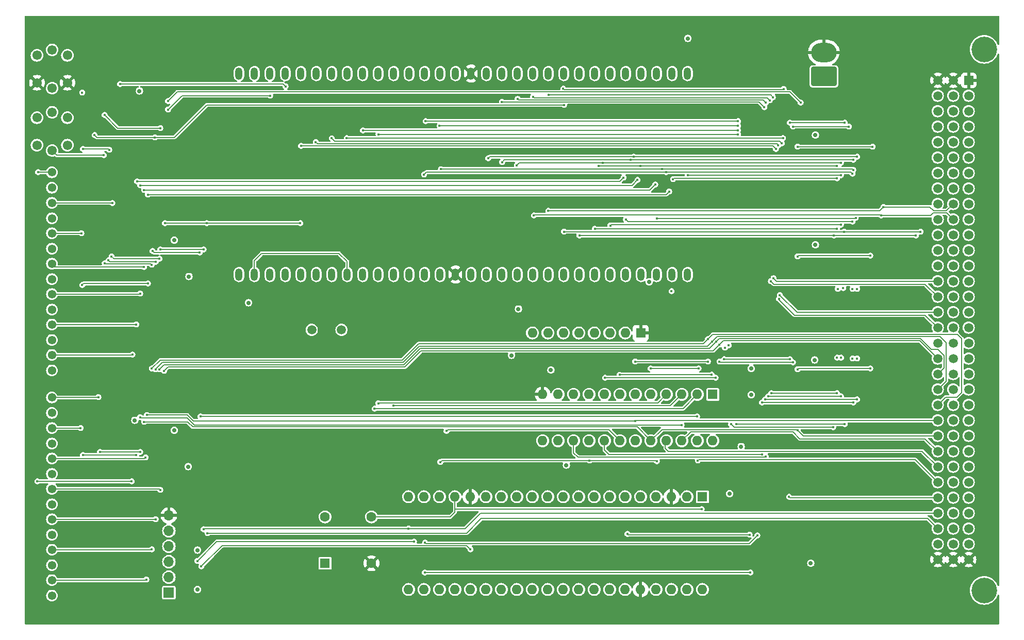
<source format=gbl>
%TF.GenerationSoftware,KiCad,Pcbnew,7.0.1*%
%TF.CreationDate,2023-08-20T11:19:01+01:00*%
%TF.ProjectId,J11HackPlus_V2,4a313148-6163-46b5-906c-75735f56322e,rev?*%
%TF.SameCoordinates,Original*%
%TF.FileFunction,Copper,L4,Bot*%
%TF.FilePolarity,Positive*%
%FSLAX46Y46*%
G04 Gerber Fmt 4.6, Leading zero omitted, Abs format (unit mm)*
G04 Created by KiCad (PCBNEW 7.0.1) date 2023-08-20 11:19:01*
%MOMM*%
%LPD*%
G01*
G04 APERTURE LIST*
G04 Aperture macros list*
%AMRoundRect*
0 Rectangle with rounded corners*
0 $1 Rounding radius*
0 $2 $3 $4 $5 $6 $7 $8 $9 X,Y pos of 4 corners*
0 Add a 4 corners polygon primitive as box body*
4,1,4,$2,$3,$4,$5,$6,$7,$8,$9,$2,$3,0*
0 Add four circle primitives for the rounded corners*
1,1,$1+$1,$2,$3*
1,1,$1+$1,$4,$5*
1,1,$1+$1,$6,$7*
1,1,$1+$1,$8,$9*
0 Add four rect primitives between the rounded corners*
20,1,$1+$1,$2,$3,$4,$5,0*
20,1,$1+$1,$4,$5,$6,$7,0*
20,1,$1+$1,$6,$7,$8,$9,0*
20,1,$1+$1,$8,$9,$2,$3,0*%
G04 Aperture macros list end*
%TA.AperFunction,ComponentPad*%
%ADD10C,1.381000*%
%TD*%
%TA.AperFunction,ComponentPad*%
%ADD11R,1.600000X1.600000*%
%TD*%
%TA.AperFunction,ComponentPad*%
%ADD12C,1.600000*%
%TD*%
%TA.AperFunction,ComponentPad*%
%ADD13R,1.700000X1.700000*%
%TD*%
%TA.AperFunction,ComponentPad*%
%ADD14O,1.700000X1.700000*%
%TD*%
%TA.AperFunction,ComponentPad*%
%ADD15O,1.200000X2.000000*%
%TD*%
%TA.AperFunction,ComponentPad*%
%ADD16C,1.550000*%
%TD*%
%TA.AperFunction,ComponentPad*%
%ADD17O,1.600000X1.600000*%
%TD*%
%TA.AperFunction,ComponentPad*%
%ADD18R,1.500000X1.500000*%
%TD*%
%TA.AperFunction,ComponentPad*%
%ADD19C,1.500000*%
%TD*%
%TA.AperFunction,ComponentPad*%
%ADD20C,4.200000*%
%TD*%
%TA.AperFunction,ComponentPad*%
%ADD21RoundRect,0.250000X1.850000X-1.330000X1.850000X1.330000X-1.850000X1.330000X-1.850000X-1.330000X0*%
%TD*%
%TA.AperFunction,ComponentPad*%
%ADD22O,4.200000X3.160000*%
%TD*%
%TA.AperFunction,ViaPad*%
%ADD23C,0.450000*%
%TD*%
%TA.AperFunction,ViaPad*%
%ADD24C,0.700000*%
%TD*%
%TA.AperFunction,Conductor*%
%ADD25C,0.127000*%
%TD*%
G04 APERTURE END LIST*
D10*
X54450000Y-103270000D03*
X54450000Y-100730000D03*
X54450000Y-78270000D03*
X54450000Y-75730000D03*
X54450000Y-98270000D03*
X54450000Y-95730000D03*
D11*
X99314000Y-139954000D03*
D12*
X106934000Y-139954000D03*
X106934000Y-132334000D03*
X99314000Y-132334000D03*
D10*
X54450000Y-140270000D03*
X54450000Y-137730000D03*
X54450000Y-145270000D03*
X54450000Y-142730000D03*
D13*
X73660000Y-144780000D03*
D14*
X73660000Y-142240000D03*
X73660000Y-139700000D03*
X73660000Y-137160000D03*
X73660000Y-134620000D03*
X73660000Y-132080000D03*
D10*
X54450000Y-83270000D03*
X54450000Y-80730000D03*
D15*
X158830000Y-59490000D03*
X156290000Y-59490000D03*
X153750000Y-59490000D03*
X151210000Y-59490000D03*
X148670000Y-59490000D03*
X146130000Y-59490000D03*
X143590000Y-59490000D03*
X141050000Y-59490000D03*
X138510000Y-59490000D03*
X135970000Y-59490000D03*
X133430000Y-59490000D03*
X130890000Y-59490000D03*
X128350000Y-59490000D03*
X125810000Y-59490000D03*
X123270000Y-59490000D03*
X120730000Y-59490000D03*
X118190000Y-59490000D03*
X115650000Y-59490000D03*
X113110000Y-59490000D03*
X110570000Y-59490000D03*
X108030000Y-59490000D03*
X105490000Y-59490000D03*
X102950000Y-59490000D03*
X100410000Y-59490000D03*
X97870000Y-59490000D03*
X95330000Y-59490000D03*
X92790000Y-59490000D03*
X90250000Y-59490000D03*
X87710000Y-59490000D03*
X85170000Y-59490000D03*
X85170000Y-92510000D03*
X87710000Y-92510000D03*
X90250000Y-92510000D03*
X92790000Y-92510000D03*
X95330000Y-92510000D03*
X97870000Y-92510000D03*
X100410000Y-92510000D03*
X102950000Y-92510000D03*
X105490000Y-92510000D03*
X108030000Y-92510000D03*
X110570000Y-92510000D03*
X113110000Y-92510000D03*
X115650000Y-92510000D03*
X118190000Y-92510000D03*
X120730000Y-92510000D03*
X123270000Y-92510000D03*
X125810000Y-92510000D03*
X128350000Y-92510000D03*
X130890000Y-92510000D03*
X133430000Y-92510000D03*
X135970000Y-92510000D03*
X138510000Y-92510000D03*
X141050000Y-92510000D03*
X143590000Y-92510000D03*
X146130000Y-92510000D03*
X148670000Y-92510000D03*
X151210000Y-92510000D03*
X153750000Y-92510000D03*
X156290000Y-92510000D03*
X158830000Y-92510000D03*
D16*
X52000000Y-66750000D03*
X57000000Y-66750000D03*
X52000000Y-71250000D03*
X57000000Y-71250000D03*
X54500000Y-65850000D03*
X54500000Y-72150000D03*
D11*
X161285000Y-129027000D03*
D17*
X158745000Y-129027000D03*
X156205000Y-129027000D03*
X153665000Y-129027000D03*
X151125000Y-129027000D03*
X148585000Y-129027000D03*
X146045000Y-129027000D03*
X143505000Y-129027000D03*
X140965000Y-129027000D03*
X138425000Y-129027000D03*
X135885000Y-129027000D03*
X133345000Y-129027000D03*
X130805000Y-129027000D03*
X128265000Y-129027000D03*
X125725000Y-129027000D03*
X123185000Y-129027000D03*
X120645000Y-129027000D03*
X118105000Y-129027000D03*
X115565000Y-129027000D03*
X113025000Y-129027000D03*
X113025000Y-144267000D03*
X115565000Y-144267000D03*
X118105000Y-144267000D03*
X120645000Y-144267000D03*
X123185000Y-144267000D03*
X125725000Y-144267000D03*
X128265000Y-144267000D03*
X130805000Y-144267000D03*
X133345000Y-144267000D03*
X135885000Y-144267000D03*
X138425000Y-144267000D03*
X140965000Y-144267000D03*
X143505000Y-144267000D03*
X146045000Y-144267000D03*
X148585000Y-144267000D03*
X151125000Y-144267000D03*
X153665000Y-144267000D03*
X156205000Y-144267000D03*
X158745000Y-144267000D03*
X161285000Y-144267000D03*
D10*
X54450000Y-88270000D03*
X54450000Y-85730000D03*
D16*
X52000000Y-56500000D03*
X57000000Y-56500000D03*
X52000000Y-61000000D03*
X57000000Y-61000000D03*
X54500000Y-55600000D03*
X54500000Y-61900000D03*
D10*
X54450000Y-120270000D03*
X54450000Y-117730000D03*
X54450000Y-135270000D03*
X54450000Y-132730000D03*
D18*
X205000000Y-60600000D03*
D19*
X205000000Y-63140000D03*
X205000000Y-65680000D03*
X205000000Y-68220000D03*
X205000000Y-70760000D03*
X205000000Y-73300000D03*
X205000000Y-75840000D03*
X205000000Y-78380000D03*
X205000000Y-80920000D03*
X205000000Y-83460000D03*
X205000000Y-86000000D03*
X205000000Y-88540000D03*
X205000000Y-91080000D03*
X205000000Y-93620000D03*
X205000000Y-96160000D03*
X205000000Y-98700000D03*
X205000000Y-101240000D03*
X205000000Y-103780000D03*
X205000000Y-106320000D03*
X205000000Y-108860000D03*
X205000000Y-111400000D03*
X205000000Y-113940000D03*
X205000000Y-116480000D03*
X205000000Y-119020000D03*
X205000000Y-121560000D03*
X205000000Y-124100000D03*
X205000000Y-126640000D03*
X205000000Y-129180000D03*
X205000000Y-131720000D03*
X205000000Y-134260000D03*
X205000000Y-136800000D03*
X205000000Y-139340000D03*
X202460000Y-60600000D03*
X202460000Y-63140000D03*
X202460000Y-65680000D03*
X202460000Y-68220000D03*
X202460000Y-70760000D03*
X202460000Y-73300000D03*
X202460000Y-75840000D03*
X202460000Y-78380000D03*
X202460000Y-80920000D03*
X202460000Y-83460000D03*
X202460000Y-86000000D03*
X202460000Y-88540000D03*
X202460000Y-91080000D03*
X202460000Y-93620000D03*
X202460000Y-96160000D03*
X202460000Y-98700000D03*
X202460000Y-101240000D03*
X202460000Y-103780000D03*
X202460000Y-106320000D03*
X202460000Y-108860000D03*
X202460000Y-111400000D03*
X202460000Y-113940000D03*
X202460000Y-116480000D03*
X202460000Y-119020000D03*
X202460000Y-121560000D03*
X202460000Y-124100000D03*
X202460000Y-126640000D03*
X202460000Y-129180000D03*
X202460000Y-131720000D03*
X202460000Y-134260000D03*
X202460000Y-136800000D03*
X202460000Y-139340000D03*
X199920000Y-60600000D03*
X199920000Y-63140000D03*
X199920000Y-65680000D03*
X199920000Y-68220000D03*
X199920000Y-70760000D03*
X199920000Y-73300000D03*
X199920000Y-75840000D03*
X199920000Y-78380000D03*
X199920000Y-80920000D03*
X199920000Y-83460000D03*
X199920000Y-86000000D03*
X199920000Y-88540000D03*
X199920000Y-91080000D03*
X199920000Y-93620000D03*
X199920000Y-96160000D03*
X199920000Y-98700000D03*
X199920000Y-101240000D03*
X199920000Y-103780000D03*
X199920000Y-106320000D03*
X199920000Y-108860000D03*
X199920000Y-111400000D03*
X199920000Y-113940000D03*
X199920000Y-116480000D03*
X199920000Y-119020000D03*
X199920000Y-121560000D03*
X199920000Y-124100000D03*
X199920000Y-126640000D03*
X199920000Y-129180000D03*
X199920000Y-131720000D03*
X199920000Y-134260000D03*
X199920000Y-136800000D03*
X199920000Y-139340000D03*
D20*
X207540000Y-55520000D03*
X207540000Y-144420000D03*
D21*
X181225000Y-59980000D03*
D22*
X181225000Y-56020000D03*
D10*
X54450000Y-93270000D03*
X54450000Y-90730000D03*
X54450000Y-130270000D03*
X54450000Y-127730000D03*
D19*
X97118000Y-101600000D03*
X102018000Y-101600000D03*
D10*
X54450000Y-115270000D03*
X54450000Y-112730000D03*
X54450000Y-108270000D03*
X54450000Y-105730000D03*
D11*
X162975000Y-112200000D03*
D17*
X160435000Y-112200000D03*
X157895000Y-112200000D03*
X155355000Y-112200000D03*
X152815000Y-112200000D03*
X150275000Y-112200000D03*
X147735000Y-112200000D03*
X145195000Y-112200000D03*
X142655000Y-112200000D03*
X140115000Y-112200000D03*
X137575000Y-112200000D03*
X135035000Y-112200000D03*
X135035000Y-119820000D03*
X137575000Y-119820000D03*
X140115000Y-119820000D03*
X142655000Y-119820000D03*
X145195000Y-119820000D03*
X147735000Y-119820000D03*
X150275000Y-119820000D03*
X152815000Y-119820000D03*
X155355000Y-119820000D03*
X157895000Y-119820000D03*
X160435000Y-119820000D03*
X162975000Y-119820000D03*
D10*
X54450000Y-125270000D03*
X54450000Y-122730000D03*
D11*
X151140000Y-102108000D03*
D17*
X148600000Y-102108000D03*
X146060000Y-102108000D03*
X143520000Y-102108000D03*
X140980000Y-102108000D03*
X138440000Y-102108000D03*
X135900000Y-102108000D03*
X133360000Y-102108000D03*
D23*
X141478000Y-121412000D03*
X198120000Y-70739000D03*
X189230000Y-96647000D03*
X104140000Y-104140000D03*
X101600000Y-93980000D03*
X105410000Y-100330000D03*
X201168000Y-97409000D03*
X194183000Y-71120000D03*
X180467000Y-101600000D03*
X104140000Y-99060000D03*
X93980000Y-100330000D03*
X100330000Y-90170000D03*
X203708000Y-101981000D03*
X99060000Y-104140000D03*
X97790000Y-90170000D03*
X101600000Y-92710000D03*
X95250000Y-99060000D03*
X151384000Y-126873000D03*
X95250000Y-104140000D03*
X101600000Y-91440000D03*
X196469000Y-68834000D03*
X101600000Y-95250000D03*
X105410000Y-102870000D03*
X96520000Y-104140000D03*
X102870000Y-104140000D03*
X105410000Y-101600000D03*
X93980000Y-101600000D03*
X155321000Y-115189000D03*
X93980000Y-102870000D03*
X96520000Y-95250000D03*
X102870000Y-96520000D03*
X97790000Y-104140000D03*
X96520000Y-91440000D03*
X152781000Y-117983000D03*
X193421000Y-73787000D03*
X197485000Y-73787000D03*
X189230000Y-78486000D03*
X99060000Y-90170000D03*
X198247000Y-78105000D03*
X101600000Y-104140000D03*
X163576000Y-117221000D03*
X95885000Y-96520000D03*
X159004000Y-117221000D03*
X192278000Y-70739000D03*
X99695000Y-100330000D03*
X179832000Y-92075000D03*
X96520000Y-92710000D03*
X144018000Y-121539000D03*
X100330000Y-104140000D03*
X201168000Y-92329000D03*
X96520000Y-93980000D03*
X155321000Y-101727000D03*
D24*
X179832000Y-87630000D03*
X68072000Y-116459000D03*
X78359000Y-137795000D03*
X179705000Y-106553000D03*
X68834000Y-62357000D03*
X179832000Y-69596000D03*
X136398000Y-108204000D03*
X179070000Y-139954000D03*
X86741000Y-97155000D03*
X129921000Y-105791000D03*
X169291000Y-107950000D03*
X74549000Y-86868000D03*
X131064000Y-98171000D03*
X74549000Y-118110000D03*
X158877000Y-53721000D03*
X167640000Y-120777000D03*
X152527000Y-93726000D03*
X169291000Y-112268000D03*
X138938000Y-123825000D03*
X76962000Y-92837000D03*
X78359000Y-144272000D03*
X76835000Y-124079000D03*
X165735000Y-128524000D03*
D23*
X64389000Y-80772000D03*
X72136000Y-89916000D03*
X64262000Y-89535000D03*
X70231000Y-93980000D03*
X59309000Y-85725000D03*
X59436000Y-94234000D03*
X69596000Y-91293000D03*
X68961000Y-95631000D03*
X68326000Y-100711000D03*
X67691000Y-105664000D03*
X72263000Y-127889000D03*
X71501000Y-132715000D03*
X70866000Y-137668000D03*
X69977000Y-142621000D03*
X69850000Y-122555000D03*
X62357000Y-121666000D03*
X68961000Y-121666000D03*
X62103000Y-112649000D03*
X59182000Y-117729000D03*
X59563000Y-122174000D03*
X68326000Y-122174000D03*
X52197000Y-75692000D03*
X67564000Y-126492000D03*
X52070000Y-126492000D03*
X107442000Y-114554000D03*
X110492473Y-114066000D03*
X108077000Y-113665000D03*
X160655000Y-107950000D03*
X152781000Y-107950000D03*
X162179000Y-106807000D03*
X150241000Y-106807000D03*
X162814000Y-108966000D03*
X147663134Y-108986000D03*
X145288000Y-109474000D03*
X163449000Y-109474000D03*
X171704000Y-122428000D03*
X118237000Y-123317000D03*
X142748000Y-123063000D03*
X153797000Y-123190000D03*
X171069000Y-122047000D03*
X119253000Y-118217000D03*
X70046580Y-115590000D03*
X150241000Y-116586000D03*
X176911000Y-71501000D03*
X176911000Y-118090000D03*
X188849000Y-107950000D03*
X69596000Y-116713000D03*
X189230000Y-71501000D03*
X188849000Y-89408000D03*
X176911000Y-89535000D03*
X176911000Y-108077000D03*
X157861000Y-117221000D03*
X68961000Y-115951000D03*
X78740000Y-88900000D03*
X160528000Y-123063000D03*
X78867000Y-115824000D03*
X70993000Y-88646000D03*
X160401000Y-115824000D03*
X63119000Y-66294000D03*
X113030000Y-134239000D03*
X72263000Y-68453000D03*
X79375000Y-88392000D03*
X79375000Y-134366000D03*
X72263000Y-88392000D03*
X73533000Y-65405000D03*
X90297000Y-63119000D03*
X65659000Y-61214000D03*
X92837000Y-61595000D03*
X123190000Y-137668000D03*
X78994000Y-140462000D03*
X78359000Y-139573000D03*
X113919000Y-136398000D03*
X175641000Y-67564000D03*
X164846000Y-106426000D03*
X175641000Y-106426000D03*
X184658000Y-67564000D03*
X176149000Y-106934000D03*
X176149000Y-68199000D03*
X164084000Y-106807000D03*
X185325000Y-68199000D03*
X153797000Y-83312000D03*
X186454689Y-83203689D03*
X185928000Y-83820002D03*
X148717000Y-83439000D03*
X146177000Y-84455000D03*
X184023000Y-84328000D03*
X143599134Y-84983000D03*
X183388000Y-84963000D03*
X183515000Y-94869000D03*
X196342000Y-86106000D03*
X182880000Y-86106000D03*
X141097000Y-86106000D03*
X184531000Y-85471000D03*
X197104000Y-85471000D03*
X184404000Y-94742000D03*
X138557000Y-85471000D03*
X185928000Y-94869000D03*
X191008000Y-81407000D03*
X135970000Y-82042000D03*
X186690000Y-94869000D03*
X190627000Y-82804000D03*
X133604000Y-82804000D03*
X183388000Y-74676000D03*
X144272000Y-74676000D03*
X151130000Y-74696000D03*
X184023000Y-74168000D03*
X144907000Y-74168000D03*
X130810000Y-74549000D03*
X128397000Y-74041000D03*
X186055000Y-73660000D03*
X149479000Y-73660000D03*
X186690000Y-73152000D03*
X149987000Y-73152000D03*
X126111000Y-73406000D03*
X118328195Y-75204000D03*
X186055378Y-75309110D03*
X154686000Y-75184000D03*
X185928000Y-75946000D03*
X155321000Y-75692000D03*
X115570000Y-76073000D03*
X158877000Y-76200000D03*
X156210000Y-95250000D03*
X184023000Y-76200000D03*
X156464000Y-76835000D03*
X148971000Y-135128000D03*
X169037000Y-135255000D03*
X183388000Y-76708000D03*
X136017000Y-62993998D03*
X172847000Y-63373000D03*
X172951222Y-93114639D03*
X172339000Y-63881000D03*
X133477000Y-63320499D03*
X172518501Y-93599000D03*
X173990378Y-95883110D03*
X171704000Y-64262000D03*
X130937000Y-63647000D03*
X171450000Y-65024000D03*
X128350000Y-64135000D03*
X173863000Y-96520000D03*
X72898000Y-108331000D03*
X164084000Y-104013000D03*
X72136000Y-108077000D03*
X163576000Y-103505000D03*
X162844000Y-103535000D03*
X71486498Y-108076521D03*
X162179000Y-103124000D03*
X70850090Y-107946756D03*
X138430000Y-61976000D03*
X71374000Y-69977000D03*
X175514000Y-129032000D03*
X61468000Y-69596000D03*
X138557000Y-64643000D03*
X174625000Y-62017998D03*
X80010000Y-135001000D03*
X73025000Y-84074000D03*
X79883000Y-84074000D03*
X95250000Y-84074000D03*
X177419000Y-64262000D03*
X73533000Y-64008000D03*
X63881000Y-72009000D03*
X59436000Y-62611000D03*
X71501000Y-90424000D03*
X59563000Y-71882000D03*
X63754000Y-90170000D03*
X63119000Y-90678000D03*
X62992000Y-72898000D03*
X70849306Y-90912000D03*
X155829000Y-78867000D03*
X70231000Y-79375000D03*
X153543000Y-77724000D03*
X69596000Y-78613000D03*
X68961000Y-77851000D03*
X150622000Y-76962000D03*
X148336000Y-76581000D03*
X68453000Y-77216000D03*
X184023000Y-112522000D03*
X167132000Y-68072000D03*
X118110000Y-68072000D03*
X172085000Y-112522000D03*
X183388000Y-112014000D03*
X172593000Y-112014000D03*
X115824000Y-67310000D03*
X167132000Y-67310000D03*
X182753000Y-117602000D03*
X165989000Y-117094000D03*
X164973000Y-104521000D03*
X166878000Y-117094000D03*
X165608000Y-104140000D03*
X184658000Y-117094000D03*
X161163000Y-131064000D03*
X170307000Y-135382000D03*
X115731016Y-136545000D03*
X115697000Y-141478000D03*
X169164000Y-141478000D03*
X173355000Y-71882000D03*
X183388000Y-106172000D03*
X95377000Y-71374000D03*
X184037503Y-106172000D03*
X97790000Y-70739000D03*
X173736000Y-71247000D03*
X174315633Y-70953947D03*
X185928000Y-106299000D03*
X100410001Y-70115838D03*
X186690000Y-106299000D03*
X102870000Y-70105998D03*
X174518000Y-70104000D03*
X171577000Y-113030000D03*
X105537000Y-68834000D03*
X167131615Y-68819498D03*
X186690000Y-113030000D03*
X108077000Y-69469000D03*
X171069000Y-113538000D03*
X186055000Y-113538000D03*
X167132000Y-69469000D03*
D25*
X72136000Y-89916000D02*
X64643000Y-89916000D01*
X64347000Y-80730000D02*
X54450000Y-80730000D01*
X64643000Y-89916000D02*
X64262000Y-89535000D01*
X64389000Y-80772000D02*
X64347000Y-80730000D01*
X59304000Y-85730000D02*
X54450000Y-85730000D01*
X70231000Y-93980000D02*
X59690000Y-93980000D01*
X59309000Y-85725000D02*
X59304000Y-85730000D01*
X59690000Y-93980000D02*
X59436000Y-94234000D01*
X54450000Y-90730000D02*
X55013000Y-91293000D01*
X55013000Y-91293000D02*
X69596000Y-91293000D01*
X68862000Y-95730000D02*
X54450000Y-95730000D01*
X68961000Y-95631000D02*
X68862000Y-95730000D01*
X68326000Y-100711000D02*
X68307000Y-100730000D01*
X68307000Y-100730000D02*
X54450000Y-100730000D01*
X67625000Y-105730000D02*
X54450000Y-105730000D01*
X67691000Y-105664000D02*
X67625000Y-105730000D01*
X72104000Y-127730000D02*
X54450000Y-127730000D01*
X72263000Y-127889000D02*
X72104000Y-127730000D01*
X71486000Y-132730000D02*
X54450000Y-132730000D01*
X71501000Y-132715000D02*
X71486000Y-132730000D01*
X70866000Y-137668000D02*
X70804000Y-137730000D01*
X70804000Y-137730000D02*
X54450000Y-137730000D01*
X69868000Y-142730000D02*
X54450000Y-142730000D01*
X69977000Y-142621000D02*
X69868000Y-142730000D01*
X69675000Y-122730000D02*
X54450000Y-122730000D01*
X69850000Y-122555000D02*
X69675000Y-122730000D01*
X62022000Y-112730000D02*
X54450000Y-112730000D01*
X62103000Y-112649000D02*
X62022000Y-112730000D01*
X68961000Y-121666000D02*
X62357000Y-121666000D01*
X59181000Y-117730000D02*
X54450000Y-117730000D01*
X59182000Y-117729000D02*
X59181000Y-117730000D01*
X68326000Y-122174000D02*
X59563000Y-122174000D01*
X52197000Y-75692000D02*
X52235000Y-75730000D01*
X52235000Y-75730000D02*
X54450000Y-75730000D01*
X67564000Y-126492000D02*
X52070000Y-126492000D01*
X87710000Y-90217000D02*
X87710000Y-92510000D01*
X160435000Y-112200000D02*
X158081000Y-114554000D01*
X158081000Y-114554000D02*
X155067000Y-114554000D01*
X88900000Y-89027000D02*
X87710000Y-90217000D01*
X155067000Y-114554000D02*
X107442000Y-114554000D01*
X101600000Y-89027000D02*
X88900000Y-89027000D01*
X102950000Y-90377000D02*
X101600000Y-89027000D01*
X102950000Y-92510000D02*
X102950000Y-90377000D01*
X157895000Y-112200000D02*
X156029000Y-114066000D01*
X156029000Y-114066000D02*
X110492473Y-114066000D01*
X153977000Y-113578000D02*
X108164000Y-113578000D01*
X108164000Y-113578000D02*
X108077000Y-113665000D01*
X155355000Y-112200000D02*
X153977000Y-113578000D01*
X152781000Y-107950000D02*
X160655000Y-107950000D01*
X162179000Y-106807000D02*
X150241000Y-106807000D01*
X162814000Y-108966000D02*
X147683134Y-108966000D01*
X147683134Y-108966000D02*
X147663134Y-108986000D01*
X163449000Y-109474000D02*
X145288000Y-109474000D01*
X171704000Y-122428000D02*
X171597000Y-122535000D01*
X171597000Y-122535000D02*
X140843000Y-122535000D01*
X140115000Y-121807000D02*
X140843000Y-122535000D01*
X140115000Y-119820000D02*
X140115000Y-121807000D01*
X153670000Y-123063000D02*
X153797000Y-123190000D01*
X142748000Y-123063000D02*
X118491000Y-123063000D01*
X142748000Y-123063000D02*
X153670000Y-123063000D01*
X118491000Y-123063000D02*
X118237000Y-123317000D01*
X145195000Y-119820000D02*
X145195000Y-121319000D01*
X145195000Y-121319000D02*
X145923000Y-122047000D01*
X171069000Y-122047000D02*
X145923000Y-122047000D01*
X147735000Y-119820000D02*
X145898000Y-117983000D01*
X119487000Y-117983000D02*
X119253000Y-118217000D01*
X145898000Y-117983000D02*
X119487000Y-117983000D01*
X77677742Y-116586000D02*
X76681742Y-115590000D01*
X199920000Y-116480000D02*
X150347000Y-116480000D01*
X150347000Y-116480000D02*
X150241000Y-116586000D01*
X76681742Y-115590000D02*
X70046580Y-115590000D01*
X150241000Y-116586000D02*
X77677742Y-116586000D01*
X177038000Y-89408000D02*
X176911000Y-89535000D01*
X152815000Y-119820000D02*
X150542501Y-117547501D01*
X188849000Y-89408000D02*
X177038000Y-89408000D01*
X177038000Y-107950000D02*
X176911000Y-108077000D01*
X77588759Y-117547501D02*
X76754258Y-116713000D01*
X150542501Y-117547501D02*
X77588759Y-117547501D01*
X76754258Y-116713000D02*
X69596000Y-116713000D01*
X189230000Y-71501000D02*
X176911000Y-71501000D01*
X188849000Y-107950000D02*
X177038000Y-107950000D01*
X199920000Y-119020000D02*
X177841000Y-119020000D01*
X154652000Y-117983000D02*
X176804000Y-117983000D01*
X176804000Y-117983000D02*
X176911000Y-118090000D01*
X152815000Y-119820000D02*
X154652000Y-117983000D01*
X177841000Y-119020000D02*
X176911000Y-118090000D01*
X197359000Y-121539000D02*
X155702000Y-121539000D01*
X155194000Y-121031000D02*
X155194000Y-119981000D01*
X155702000Y-121539000D02*
X155194000Y-121031000D01*
X199920000Y-124100000D02*
X197359000Y-121539000D01*
X155194000Y-119981000D02*
X155355000Y-119820000D01*
X77851000Y-117221000D02*
X76708000Y-116078000D01*
X197867000Y-119507000D02*
X177292000Y-119507000D01*
X177292000Y-119507000D02*
X176149000Y-118364000D01*
X176149000Y-118364000D02*
X159351000Y-118364000D01*
X159351000Y-118364000D02*
X157895000Y-119820000D01*
X157861000Y-117221000D02*
X77851000Y-117221000D01*
X69088000Y-116078000D02*
X68961000Y-115951000D01*
X199920000Y-121560000D02*
X197867000Y-119507000D01*
X76708000Y-116078000D02*
X69088000Y-116078000D01*
X78740000Y-88900000D02*
X71247000Y-88900000D01*
X199920000Y-126640000D02*
X196216000Y-122936000D01*
X195453000Y-122936000D02*
X160655000Y-122936000D01*
X196216000Y-122936000D02*
X195453000Y-122936000D01*
X71247000Y-88900000D02*
X70993000Y-88646000D01*
X160655000Y-122936000D02*
X160528000Y-123063000D01*
X160401000Y-115824000D02*
X78867000Y-115824000D01*
X79375000Y-88392000D02*
X72263000Y-88392000D01*
X199920000Y-131720000D02*
X124820000Y-131720000D01*
X79502000Y-134239000D02*
X79375000Y-134366000D01*
X72263000Y-68453000D02*
X65278000Y-68453000D01*
X65278000Y-68453000D02*
X63119000Y-66294000D01*
X124820000Y-131720000D02*
X122301000Y-134239000D01*
X113030000Y-134239000D02*
X79502000Y-134239000D01*
X122301000Y-134239000D02*
X113030000Y-134239000D01*
X75819000Y-63119000D02*
X90297000Y-63119000D01*
X73533000Y-65405000D02*
X75819000Y-63119000D01*
X65659000Y-61214000D02*
X92456000Y-61214000D01*
X92456000Y-61214000D02*
X92837000Y-61595000D01*
X84836000Y-137033000D02*
X122555000Y-137033000D01*
X78994000Y-140462000D02*
X82423000Y-137033000D01*
X82423000Y-137033000D02*
X84836000Y-137033000D01*
X122555000Y-137033000D02*
X123190000Y-137668000D01*
X81534000Y-136398000D02*
X98425000Y-136398000D01*
X78359000Y-139573000D02*
X81534000Y-136398000D01*
X98425000Y-136398000D02*
X113919000Y-136398000D01*
X175641000Y-67564000D02*
X184658000Y-67564000D01*
X164846000Y-106426000D02*
X175641000Y-106426000D01*
X164211000Y-106934000D02*
X164084000Y-106807000D01*
X176149000Y-106934000D02*
X164211000Y-106934000D01*
X185325000Y-68199000D02*
X176149000Y-68199000D01*
X186346378Y-83312000D02*
X186454689Y-83203689D01*
X153797000Y-83312000D02*
X186346378Y-83312000D01*
X148717000Y-83439000D02*
X149098000Y-83820000D01*
X185928000Y-83820000D02*
X149352000Y-83820000D01*
X149098000Y-83820000D02*
X149352000Y-83820000D01*
X146304000Y-84328000D02*
X146177000Y-84455000D01*
X184023000Y-84328000D02*
X146304000Y-84328000D01*
X183388000Y-84963000D02*
X143619134Y-84963000D01*
X143619134Y-84963000D02*
X143599134Y-84983000D01*
X182880000Y-86106000D02*
X196342000Y-86106000D01*
X182880000Y-86106000D02*
X141097000Y-86106000D01*
X184531000Y-85471000D02*
X197104000Y-85471000D01*
X184531000Y-85471000D02*
X138557000Y-85471000D01*
X198628000Y-81407000D02*
X199263000Y-82042000D01*
X191008000Y-81407000D02*
X190373000Y-82042000D01*
X201338000Y-82042000D02*
X202460000Y-80920000D01*
X199263000Y-82042000D02*
X201338000Y-82042000D01*
X191008000Y-81407000D02*
X198628000Y-81407000D01*
X190373000Y-82042000D02*
X135970000Y-82042000D01*
X190519500Y-82696500D02*
X133711500Y-82696500D01*
X190627000Y-82804000D02*
X198755000Y-82804000D01*
X190627000Y-82804000D02*
X190519500Y-82696500D01*
X201368501Y-82368501D02*
X202460000Y-83460000D01*
X133711500Y-82696500D02*
X133604000Y-82804000D01*
X199190499Y-82368501D02*
X201368501Y-82368501D01*
X198755000Y-82804000D02*
X199190499Y-82368501D01*
X144272000Y-74676000D02*
X151110000Y-74676000D01*
X151150000Y-74676000D02*
X151130000Y-74696000D01*
X183388000Y-74676000D02*
X151150000Y-74676000D01*
X151110000Y-74676000D02*
X151130000Y-74696000D01*
X144907000Y-74168000D02*
X131191000Y-74168000D01*
X131191000Y-74168000D02*
X130810000Y-74549000D01*
X184023000Y-74168000D02*
X144907000Y-74168000D01*
X128778000Y-73660000D02*
X128397000Y-74041000D01*
X149479000Y-73660000D02*
X128778000Y-73660000D01*
X186055000Y-73660000D02*
X149479000Y-73660000D01*
X126365000Y-73152000D02*
X126111000Y-73406000D01*
X186690000Y-73152000D02*
X149987000Y-73152000D01*
X149987000Y-73152000D02*
X126365000Y-73152000D01*
X118348195Y-75184000D02*
X118328195Y-75204000D01*
X154686000Y-75184000D02*
X118348195Y-75184000D01*
X186055378Y-75309110D02*
X185930268Y-75184000D01*
X185930268Y-75184000D02*
X154686000Y-75184000D01*
X155321000Y-75692000D02*
X115951000Y-75692000D01*
X115951000Y-75692000D02*
X115570000Y-76073000D01*
X185928000Y-75946000D02*
X185674000Y-75692000D01*
X185674000Y-75692000D02*
X155321000Y-75692000D01*
X184023000Y-76200000D02*
X158877000Y-76200000D01*
X149098000Y-135255000D02*
X148971000Y-135128000D01*
X169037000Y-135255000D02*
X149098000Y-135255000D01*
X183388000Y-76708000D02*
X156591000Y-76708000D01*
X156591000Y-76708000D02*
X156464000Y-76835000D01*
X173456583Y-93620000D02*
X172951222Y-93114639D01*
X172467998Y-62993998D02*
X172847000Y-63373000D01*
X136017000Y-62993998D02*
X172467998Y-62993998D01*
X199920000Y-93620000D02*
X173456583Y-93620000D01*
X171939998Y-63481998D02*
X172339000Y-63881000D01*
X199920000Y-96160000D02*
X197867000Y-94107000D01*
X173026501Y-94107000D02*
X172518501Y-93599000D01*
X133477000Y-63320499D02*
X133638499Y-63481998D01*
X133638499Y-63481998D02*
X171939998Y-63481998D01*
X197867000Y-94107000D02*
X173026501Y-94107000D01*
X176807268Y-98700000D02*
X173990378Y-95883110D01*
X199920000Y-98700000D02*
X176807268Y-98700000D01*
X171250499Y-63808499D02*
X171704000Y-64262000D01*
X130937000Y-63647000D02*
X131098499Y-63808499D01*
X131098499Y-63808499D02*
X171250499Y-63808499D01*
X128350000Y-64135000D02*
X170561000Y-64135000D01*
X199920000Y-101240000D02*
X197867000Y-99187000D01*
X197867000Y-99187000D02*
X176403000Y-99187000D01*
X170561000Y-64135000D02*
X171450000Y-65024000D01*
X176403000Y-99187000D02*
X173863000Y-96647000D01*
X173863000Y-96647000D02*
X173863000Y-96520000D01*
X115062000Y-105029000D02*
X163068000Y-105029000D01*
X112395000Y-107696000D02*
X115062000Y-105029000D01*
X72898000Y-108331000D02*
X73533000Y-107696000D01*
X73787000Y-107696000D02*
X112395000Y-107696000D01*
X164719000Y-103378000D02*
X164084000Y-104013000D01*
X73533000Y-107696000D02*
X73787000Y-107696000D01*
X163068000Y-105029000D02*
X164084000Y-104013000D01*
X199920000Y-106320000D02*
X196978000Y-103378000D01*
X196978000Y-103378000D02*
X164719000Y-103378000D01*
X112268000Y-107315000D02*
X111633000Y-107315000D01*
X162433000Y-104648000D02*
X161925000Y-104648000D01*
X114935000Y-104648000D02*
X112395000Y-107188000D01*
X72898000Y-107315000D02*
X72136000Y-108077000D01*
X199920000Y-108860000D02*
X200933500Y-107846500D01*
X112395000Y-107188000D02*
X112268000Y-107315000D01*
X197076744Y-103015002D02*
X164065998Y-103015002D01*
X199916500Y-104793500D02*
X198855242Y-104793500D01*
X163576000Y-103505000D02*
X162433000Y-104648000D01*
X200933500Y-107846500D02*
X200933500Y-105810500D01*
X161925000Y-104648000D02*
X114935000Y-104648000D01*
X111633000Y-107315000D02*
X72898000Y-107315000D01*
X198855242Y-104793500D02*
X197076744Y-103015002D01*
X164065998Y-103015002D02*
X163576000Y-103505000D01*
X200933500Y-105810500D02*
X199916500Y-104793500D01*
X72588863Y-106934000D02*
X71486498Y-108036365D01*
X112141000Y-106934000D02*
X72588863Y-106934000D01*
X162844000Y-103535000D02*
X162112000Y-104267000D01*
X114808000Y-104267000D02*
X112141000Y-106934000D01*
X200270759Y-102688501D02*
X163690499Y-102688501D01*
X201295000Y-110025000D02*
X201295000Y-103712742D01*
X71486498Y-108036365D02*
X71486498Y-108076521D01*
X199920000Y-111400000D02*
X201295000Y-110025000D01*
X201295000Y-103712742D02*
X200270759Y-102688501D01*
X162112000Y-104267000D02*
X114808000Y-104267000D01*
X163690499Y-102688501D02*
X162844000Y-103535000D01*
X203835000Y-111887000D02*
X203835000Y-102997000D01*
X72243846Y-106553000D02*
X70850090Y-107946756D01*
X162941000Y-102362000D02*
X162179000Y-103124000D01*
X203200000Y-102362000D02*
X162941000Y-102362000D01*
X161417000Y-103886000D02*
X114681000Y-103886000D01*
X199920000Y-113940000D02*
X201211000Y-112649000D01*
X201211000Y-112649000D02*
X203073000Y-112649000D01*
X203835000Y-102997000D02*
X203200000Y-102362000D01*
X203073000Y-112649000D02*
X203835000Y-111887000D01*
X114681000Y-103886000D02*
X112014000Y-106553000D01*
X112014000Y-106553000D02*
X72243846Y-106553000D01*
X162179000Y-103124000D02*
X161417000Y-103886000D01*
X138430000Y-61976000D02*
X138557000Y-62103000D01*
X138557000Y-62103000D02*
X174539998Y-62103000D01*
X61849000Y-69977000D02*
X61468000Y-69596000D01*
X174539998Y-62103000D02*
X174625000Y-62017998D01*
X71374000Y-69977000D02*
X74549000Y-69977000D01*
X71374000Y-69977000D02*
X61849000Y-69977000D01*
X79883000Y-64643000D02*
X138557000Y-64643000D01*
X199920000Y-129180000D02*
X175662000Y-129180000D01*
X175662000Y-129180000D02*
X175514000Y-129032000D01*
X74549000Y-69977000D02*
X79883000Y-64643000D01*
X198248000Y-132588000D02*
X199920000Y-134260000D01*
X95250000Y-84074000D02*
X73025000Y-84074000D01*
X122555000Y-135001000D02*
X124968000Y-132588000D01*
X124968000Y-132588000D02*
X198248000Y-132588000D01*
X80010000Y-135001000D02*
X122555000Y-135001000D01*
X175662998Y-62505998D02*
X177419000Y-64262000D01*
X73533000Y-64008000D02*
X75035002Y-62505998D01*
X75035002Y-62505998D02*
X175662998Y-62505998D01*
X64008000Y-90424000D02*
X63754000Y-90170000D01*
X63754000Y-71882000D02*
X59563000Y-71882000D01*
X63881000Y-72009000D02*
X63754000Y-71882000D01*
X71501000Y-90424000D02*
X64008000Y-90424000D01*
X63191501Y-90750501D02*
X70687807Y-90750501D01*
X62992000Y-72898000D02*
X55248000Y-72898000D01*
X55248000Y-72898000D02*
X54500000Y-72150000D01*
X70687807Y-90750501D02*
X70849306Y-90912000D01*
X63119000Y-90678000D02*
X63191501Y-90750501D01*
X70231000Y-79375000D02*
X155321000Y-79375000D01*
X155321000Y-79375000D02*
X155829000Y-78867000D01*
X152654000Y-78613000D02*
X153543000Y-77724000D01*
X69596000Y-78613000D02*
X152654000Y-78613000D01*
X149733000Y-77851000D02*
X150622000Y-76962000D01*
X68961000Y-77851000D02*
X149733000Y-77851000D01*
X68453000Y-77216000D02*
X147701000Y-77216000D01*
X147701000Y-77216000D02*
X148336000Y-76581000D01*
X184023000Y-112522000D02*
X172085000Y-112522000D01*
X167132000Y-68072000D02*
X118110000Y-68072000D01*
X183388000Y-112014000D02*
X172593000Y-112014000D01*
X167132000Y-67310000D02*
X115824000Y-67310000D01*
X165989000Y-117094000D02*
X166497000Y-117602000D01*
X166497000Y-117602000D02*
X182753000Y-117602000D01*
X166878000Y-117094000D02*
X184658000Y-117094000D01*
X119888000Y-132334000D02*
X120650000Y-131572000D01*
X161163000Y-131064000D02*
X120650000Y-131064000D01*
X106934000Y-132334000D02*
X119888000Y-132334000D01*
X120645000Y-131567000D02*
X120645000Y-129027000D01*
X120650000Y-131572000D02*
X120645000Y-131567000D01*
X168982501Y-136706499D02*
X115892515Y-136706499D01*
X170307000Y-135382000D02*
X168982501Y-136706499D01*
X115892515Y-136706499D02*
X115731016Y-136545000D01*
X169164000Y-141478000D02*
X115697000Y-141478000D01*
X95377000Y-71374000D02*
X172847000Y-71374000D01*
X172847000Y-71374000D02*
X173355000Y-71882000D01*
X173536499Y-71047499D02*
X173736000Y-71247000D01*
X97790000Y-70739000D02*
X98098499Y-71047499D01*
X98098499Y-71047499D02*
X173536499Y-71047499D01*
X100410001Y-70115838D02*
X100888161Y-70593998D01*
X173955684Y-70593998D02*
X174315633Y-70953947D01*
X100888161Y-70593998D02*
X173955684Y-70593998D01*
X174516002Y-70105998D02*
X174518000Y-70104000D01*
X102870000Y-70105998D02*
X174516002Y-70105998D01*
X167117113Y-68834000D02*
X167131615Y-68819498D01*
X186690000Y-113030000D02*
X171577000Y-113030000D01*
X105537000Y-68834000D02*
X167117113Y-68834000D01*
X186055000Y-113538000D02*
X171069000Y-113538000D01*
X167132000Y-69469000D02*
X108077000Y-69469000D01*
%TA.AperFunction,Conductor*%
G36*
X154410147Y-117558420D02*
G01*
X154455904Y-117610598D01*
X154466460Y-117679189D01*
X154438507Y-117742710D01*
X154420792Y-117763820D01*
X154413487Y-117771791D01*
X153366153Y-118819125D01*
X153322152Y-118847496D01*
X153270364Y-118855179D01*
X153232269Y-118844301D01*
X153232179Y-118844601D01*
X153220495Y-118841056D01*
X153220492Y-118841055D01*
X153090347Y-118801576D01*
X153021716Y-118780757D01*
X152815000Y-118760398D01*
X152608283Y-118780757D01*
X152397821Y-118844600D01*
X152397730Y-118844300D01*
X152359633Y-118855179D01*
X152307846Y-118847496D01*
X152263845Y-118819125D01*
X151195401Y-117750681D01*
X151165151Y-117701318D01*
X151160609Y-117643602D01*
X151182764Y-117590115D01*
X151226787Y-117552515D01*
X151283082Y-117539000D01*
X154343521Y-117539000D01*
X154410147Y-117558420D01*
G37*
%TD.AperFunction*%
%TA.AperFunction,Conductor*%
G36*
X165463500Y-116813156D02*
G01*
X165508384Y-116854920D01*
X165527773Y-116913082D01*
X165523052Y-116939344D01*
X165526729Y-116939873D01*
X165504569Y-117093999D01*
X165524191Y-117230480D01*
X165581471Y-117355904D01*
X165671495Y-117459798D01*
X165700520Y-117523353D01*
X165690576Y-117592512D01*
X165644821Y-117645316D01*
X165577782Y-117665000D01*
X158378316Y-117665000D01*
X158318889Y-117649832D01*
X158274000Y-117608039D01*
X158254632Y-117549846D01*
X158265522Y-117489488D01*
X158325808Y-117357480D01*
X158335748Y-117288346D01*
X158345431Y-117221000D01*
X158325808Y-117084520D01*
X158323336Y-117079108D01*
X158275112Y-116973512D01*
X158264222Y-116913154D01*
X158283590Y-116854961D01*
X158328479Y-116813168D01*
X158387906Y-116798000D01*
X165404094Y-116798000D01*
X165463500Y-116813156D01*
G37*
%TD.AperFunction*%
%TA.AperFunction,Conductor*%
G36*
X209937500Y-50017113D02*
G01*
X209982887Y-50062500D01*
X209999500Y-50124500D01*
X209999500Y-54689533D01*
X209980370Y-54755701D01*
X209928883Y-54801454D01*
X209860925Y-54812673D01*
X209797464Y-54785899D01*
X209758081Y-54729391D01*
X209719943Y-54617040D01*
X209583432Y-54340224D01*
X209411958Y-54083596D01*
X209361323Y-54025858D01*
X209208455Y-53851545D01*
X208976404Y-53648042D01*
X208849420Y-53563194D01*
X208719775Y-53476567D01*
X208442959Y-53340056D01*
X208150697Y-53240847D01*
X207847989Y-53180634D01*
X207540000Y-53160448D01*
X207232010Y-53180634D01*
X206929302Y-53240847D01*
X206637040Y-53340056D01*
X206360224Y-53476567D01*
X206103596Y-53648041D01*
X205871545Y-53851545D01*
X205668041Y-54083596D01*
X205496567Y-54340224D01*
X205360056Y-54617040D01*
X205260847Y-54909302D01*
X205200634Y-55212010D01*
X205180448Y-55520000D01*
X205200634Y-55827989D01*
X205260847Y-56130697D01*
X205360056Y-56422959D01*
X205496567Y-56699775D01*
X205497931Y-56701817D01*
X205668042Y-56956404D01*
X205871545Y-57188455D01*
X206103595Y-57391957D01*
X206103596Y-57391958D01*
X206360224Y-57563432D01*
X206637040Y-57699943D01*
X206929302Y-57799152D01*
X207232010Y-57859365D01*
X207232012Y-57859365D01*
X207232017Y-57859366D01*
X207540000Y-57879552D01*
X207847983Y-57859366D01*
X207847987Y-57859365D01*
X207847989Y-57859365D01*
X208150697Y-57799152D01*
X208442959Y-57699943D01*
X208450446Y-57696250D01*
X208719776Y-57563432D01*
X208976404Y-57391958D01*
X209208455Y-57188455D01*
X209411958Y-56956404D01*
X209583432Y-56699776D01*
X209719942Y-56422961D01*
X209733823Y-56382070D01*
X209758081Y-56310609D01*
X209797464Y-56254101D01*
X209860925Y-56227327D01*
X209928883Y-56238546D01*
X209980370Y-56284299D01*
X209999500Y-56350467D01*
X209999500Y-143589533D01*
X209980370Y-143655701D01*
X209928883Y-143701454D01*
X209860925Y-143712673D01*
X209797464Y-143685899D01*
X209758081Y-143629391D01*
X209719943Y-143517040D01*
X209583432Y-143240224D01*
X209411958Y-142983596D01*
X209352018Y-142915248D01*
X209208455Y-142751545D01*
X208976404Y-142548042D01*
X208971474Y-142544748D01*
X208719775Y-142376567D01*
X208442959Y-142240056D01*
X208150697Y-142140847D01*
X207847989Y-142080634D01*
X207540000Y-142060448D01*
X207232010Y-142080634D01*
X206929302Y-142140847D01*
X206637040Y-142240056D01*
X206360224Y-142376567D01*
X206103596Y-142548041D01*
X205871545Y-142751545D01*
X205668041Y-142983596D01*
X205496567Y-143240224D01*
X205360056Y-143517040D01*
X205260847Y-143809302D01*
X205200634Y-144112010D01*
X205180448Y-144419999D01*
X205200634Y-144727989D01*
X205260847Y-145030697D01*
X205360056Y-145322959D01*
X205496567Y-145599775D01*
X205639363Y-145813484D01*
X205668042Y-145856404D01*
X205871545Y-146088455D01*
X206103595Y-146291957D01*
X206103596Y-146291958D01*
X206360224Y-146463432D01*
X206637040Y-146599943D01*
X206929302Y-146699152D01*
X207232010Y-146759365D01*
X207232012Y-146759365D01*
X207232017Y-146759366D01*
X207540000Y-146779552D01*
X207847983Y-146759366D01*
X207847987Y-146759365D01*
X207847989Y-146759365D01*
X208150697Y-146699152D01*
X208442959Y-146599943D01*
X208450446Y-146596250D01*
X208719776Y-146463432D01*
X208976404Y-146291958D01*
X209208455Y-146088455D01*
X209411958Y-145856404D01*
X209583432Y-145599776D01*
X209719942Y-145322961D01*
X209719943Y-145322959D01*
X209758081Y-145210609D01*
X209797464Y-145154101D01*
X209860925Y-145127327D01*
X209928883Y-145138546D01*
X209980370Y-145184299D01*
X209999500Y-145250467D01*
X209999500Y-149875500D01*
X209982887Y-149937500D01*
X209937500Y-149982887D01*
X209875500Y-149999500D01*
X50124500Y-149999500D01*
X50062500Y-149982887D01*
X50017113Y-149937500D01*
X50000500Y-149875500D01*
X50000500Y-145270000D01*
X53500428Y-145270000D01*
X53518673Y-145455248D01*
X53518673Y-145455250D01*
X53518674Y-145455252D01*
X53572710Y-145633385D01*
X53660460Y-145797554D01*
X53706602Y-145853779D01*
X53778550Y-145941449D01*
X53850498Y-146000494D01*
X53922446Y-146059540D01*
X54086615Y-146147290D01*
X54264748Y-146201326D01*
X54450000Y-146219572D01*
X54635252Y-146201326D01*
X54813385Y-146147290D01*
X54977554Y-146059540D01*
X55121449Y-145941449D01*
X55239540Y-145797554D01*
X55315702Y-145655065D01*
X72555500Y-145655065D01*
X72570266Y-145729301D01*
X72626515Y-145813484D01*
X72690748Y-145856403D01*
X72710699Y-145869734D01*
X72784933Y-145884500D01*
X74535066Y-145884499D01*
X74609301Y-145869734D01*
X74693484Y-145813484D01*
X74749734Y-145729301D01*
X74764500Y-145655067D01*
X74764499Y-144272000D01*
X77749284Y-144272000D01*
X77770060Y-144429806D01*
X77830968Y-144576855D01*
X77830969Y-144576857D01*
X77830970Y-144576858D01*
X77927866Y-144703134D01*
X78054142Y-144800030D01*
X78201194Y-144860940D01*
X78359000Y-144881716D01*
X78516806Y-144860940D01*
X78663858Y-144800030D01*
X78790134Y-144703134D01*
X78887030Y-144576858D01*
X78947940Y-144429806D01*
X78968716Y-144272000D01*
X78968058Y-144267000D01*
X111965398Y-144267000D01*
X111985757Y-144473716D01*
X111987803Y-144480460D01*
X112046055Y-144672492D01*
X112143973Y-144855683D01*
X112165337Y-144881715D01*
X112275747Y-145016252D01*
X112293349Y-145030697D01*
X112436317Y-145148027D01*
X112619508Y-145245945D01*
X112818282Y-145306242D01*
X113025000Y-145326602D01*
X113231718Y-145306242D01*
X113430492Y-145245945D01*
X113613683Y-145148027D01*
X113774252Y-145016252D01*
X113906027Y-144855683D01*
X114003945Y-144672492D01*
X114064242Y-144473718D01*
X114084602Y-144267000D01*
X114505398Y-144267000D01*
X114525757Y-144473716D01*
X114527803Y-144480460D01*
X114586055Y-144672492D01*
X114683973Y-144855683D01*
X114705337Y-144881715D01*
X114815747Y-145016252D01*
X114833349Y-145030697D01*
X114976317Y-145148027D01*
X115159508Y-145245945D01*
X115358282Y-145306242D01*
X115565000Y-145326602D01*
X115771718Y-145306242D01*
X115970492Y-145245945D01*
X116153683Y-145148027D01*
X116314252Y-145016252D01*
X116446027Y-144855683D01*
X116543945Y-144672492D01*
X116604242Y-144473718D01*
X116624602Y-144267000D01*
X117045398Y-144267000D01*
X117065757Y-144473716D01*
X117067803Y-144480460D01*
X117126055Y-144672492D01*
X117223973Y-144855683D01*
X117245337Y-144881715D01*
X117355747Y-145016252D01*
X117373349Y-145030697D01*
X117516317Y-145148027D01*
X117699508Y-145245945D01*
X117898282Y-145306242D01*
X118105000Y-145326602D01*
X118311718Y-145306242D01*
X118510492Y-145245945D01*
X118693683Y-145148027D01*
X118854252Y-145016252D01*
X118986027Y-144855683D01*
X119083945Y-144672492D01*
X119144242Y-144473718D01*
X119164602Y-144267000D01*
X119585398Y-144267000D01*
X119605757Y-144473716D01*
X119607803Y-144480460D01*
X119666055Y-144672492D01*
X119763973Y-144855683D01*
X119785337Y-144881715D01*
X119895747Y-145016252D01*
X119913349Y-145030697D01*
X120056317Y-145148027D01*
X120239508Y-145245945D01*
X120438282Y-145306242D01*
X120645000Y-145326602D01*
X120851718Y-145306242D01*
X121050492Y-145245945D01*
X121233683Y-145148027D01*
X121394252Y-145016252D01*
X121526027Y-144855683D01*
X121623945Y-144672492D01*
X121684242Y-144473718D01*
X121704602Y-144267000D01*
X122125398Y-144267000D01*
X122145757Y-144473716D01*
X122147803Y-144480460D01*
X122206055Y-144672492D01*
X122303973Y-144855683D01*
X122325337Y-144881715D01*
X122435747Y-145016252D01*
X122453349Y-145030697D01*
X122596317Y-145148027D01*
X122779508Y-145245945D01*
X122978282Y-145306242D01*
X123185000Y-145326602D01*
X123391718Y-145306242D01*
X123590492Y-145245945D01*
X123773683Y-145148027D01*
X123934252Y-145016252D01*
X124066027Y-144855683D01*
X124163945Y-144672492D01*
X124224242Y-144473718D01*
X124244602Y-144267000D01*
X124665398Y-144267000D01*
X124685757Y-144473716D01*
X124687803Y-144480460D01*
X124746055Y-144672492D01*
X124843973Y-144855683D01*
X124865337Y-144881715D01*
X124975747Y-145016252D01*
X124993349Y-145030697D01*
X125136317Y-145148027D01*
X125319508Y-145245945D01*
X125518282Y-145306242D01*
X125725000Y-145326602D01*
X125931718Y-145306242D01*
X126130492Y-145245945D01*
X126313683Y-145148027D01*
X126474252Y-145016252D01*
X126606027Y-144855683D01*
X126703945Y-144672492D01*
X126764242Y-144473718D01*
X126784602Y-144267000D01*
X127205398Y-144267000D01*
X127225757Y-144473716D01*
X127227803Y-144480460D01*
X127286055Y-144672492D01*
X127383973Y-144855683D01*
X127405337Y-144881715D01*
X127515747Y-145016252D01*
X127533349Y-145030697D01*
X127676317Y-145148027D01*
X127859508Y-145245945D01*
X128058282Y-145306242D01*
X128265000Y-145326602D01*
X128471718Y-145306242D01*
X128670492Y-145245945D01*
X128853683Y-145148027D01*
X129014252Y-145016252D01*
X129146027Y-144855683D01*
X129243945Y-144672492D01*
X129304242Y-144473718D01*
X129324602Y-144267000D01*
X129745398Y-144267000D01*
X129765757Y-144473716D01*
X129767803Y-144480460D01*
X129826055Y-144672492D01*
X129923973Y-144855683D01*
X129945337Y-144881715D01*
X130055747Y-145016252D01*
X130073349Y-145030697D01*
X130216317Y-145148027D01*
X130399508Y-145245945D01*
X130598282Y-145306242D01*
X130805000Y-145326602D01*
X131011718Y-145306242D01*
X131210492Y-145245945D01*
X131393683Y-145148027D01*
X131554252Y-145016252D01*
X131686027Y-144855683D01*
X131783945Y-144672492D01*
X131844242Y-144473718D01*
X131864602Y-144267000D01*
X132285398Y-144267000D01*
X132305757Y-144473716D01*
X132307803Y-144480460D01*
X132366055Y-144672492D01*
X132463973Y-144855683D01*
X132485337Y-144881715D01*
X132595747Y-145016252D01*
X132613349Y-145030697D01*
X132756317Y-145148027D01*
X132939508Y-145245945D01*
X133138282Y-145306242D01*
X133345000Y-145326602D01*
X133551718Y-145306242D01*
X133750492Y-145245945D01*
X133933683Y-145148027D01*
X134094252Y-145016252D01*
X134226027Y-144855683D01*
X134323945Y-144672492D01*
X134384242Y-144473718D01*
X134404602Y-144267000D01*
X134825398Y-144267000D01*
X134845757Y-144473716D01*
X134847803Y-144480460D01*
X134906055Y-144672492D01*
X135003973Y-144855683D01*
X135025337Y-144881715D01*
X135135747Y-145016252D01*
X135153349Y-145030697D01*
X135296317Y-145148027D01*
X135479508Y-145245945D01*
X135678282Y-145306242D01*
X135885000Y-145326602D01*
X136091718Y-145306242D01*
X136290492Y-145245945D01*
X136473683Y-145148027D01*
X136634252Y-145016252D01*
X136766027Y-144855683D01*
X136863945Y-144672492D01*
X136924242Y-144473718D01*
X136944602Y-144267000D01*
X137365398Y-144267000D01*
X137385757Y-144473716D01*
X137387803Y-144480460D01*
X137446055Y-144672492D01*
X137543973Y-144855683D01*
X137565337Y-144881715D01*
X137675747Y-145016252D01*
X137693349Y-145030697D01*
X137836317Y-145148027D01*
X138019508Y-145245945D01*
X138218282Y-145306242D01*
X138425000Y-145326602D01*
X138631718Y-145306242D01*
X138830492Y-145245945D01*
X139013683Y-145148027D01*
X139174252Y-145016252D01*
X139306027Y-144855683D01*
X139403945Y-144672492D01*
X139464242Y-144473718D01*
X139484602Y-144267000D01*
X139905398Y-144267000D01*
X139925757Y-144473716D01*
X139927803Y-144480460D01*
X139986055Y-144672492D01*
X140083973Y-144855683D01*
X140105337Y-144881715D01*
X140215747Y-145016252D01*
X140233349Y-145030697D01*
X140376317Y-145148027D01*
X140559508Y-145245945D01*
X140758282Y-145306242D01*
X140965000Y-145326602D01*
X141171718Y-145306242D01*
X141370492Y-145245945D01*
X141553683Y-145148027D01*
X141714252Y-145016252D01*
X141846027Y-144855683D01*
X141943945Y-144672492D01*
X142004242Y-144473718D01*
X142024602Y-144267000D01*
X142445398Y-144267000D01*
X142465757Y-144473716D01*
X142467803Y-144480460D01*
X142526055Y-144672492D01*
X142623973Y-144855683D01*
X142645337Y-144881715D01*
X142755747Y-145016252D01*
X142773349Y-145030697D01*
X142916317Y-145148027D01*
X143099508Y-145245945D01*
X143298282Y-145306242D01*
X143505000Y-145326602D01*
X143711718Y-145306242D01*
X143910492Y-145245945D01*
X144093683Y-145148027D01*
X144254252Y-145016252D01*
X144386027Y-144855683D01*
X144483945Y-144672492D01*
X144544242Y-144473718D01*
X144564602Y-144267000D01*
X144985398Y-144267000D01*
X145005757Y-144473716D01*
X145007803Y-144480460D01*
X145066055Y-144672492D01*
X145163973Y-144855683D01*
X145185337Y-144881715D01*
X145295747Y-145016252D01*
X145313349Y-145030697D01*
X145456317Y-145148027D01*
X145639508Y-145245945D01*
X145838282Y-145306242D01*
X146045000Y-145326602D01*
X146251718Y-145306242D01*
X146450492Y-145245945D01*
X146633683Y-145148027D01*
X146794252Y-145016252D01*
X146926027Y-144855683D01*
X147023945Y-144672492D01*
X147084242Y-144473718D01*
X147104602Y-144267000D01*
X147525398Y-144267000D01*
X147545757Y-144473716D01*
X147547803Y-144480460D01*
X147606055Y-144672492D01*
X147703973Y-144855683D01*
X147725337Y-144881715D01*
X147835747Y-145016252D01*
X147853349Y-145030697D01*
X147996317Y-145148027D01*
X148179508Y-145245945D01*
X148378282Y-145306242D01*
X148585000Y-145326602D01*
X148791718Y-145306242D01*
X148990492Y-145245945D01*
X149173683Y-145148027D01*
X149334252Y-145016252D01*
X149466027Y-144855683D01*
X149563945Y-144672492D01*
X149609853Y-144521151D01*
X149643154Y-144467206D01*
X149698775Y-144436770D01*
X149762169Y-144437807D01*
X149816764Y-144470046D01*
X149848286Y-144525058D01*
X149898733Y-144713326D01*
X149994865Y-144919480D01*
X150125341Y-145105819D01*
X150286180Y-145266658D01*
X150472519Y-145397134D01*
X150678673Y-145493266D01*
X150874999Y-145545871D01*
X150875000Y-145545872D01*
X150875000Y-142988128D01*
X151375000Y-142988128D01*
X151375000Y-145545871D01*
X151571326Y-145493266D01*
X151777480Y-145397134D01*
X151963819Y-145266658D01*
X152124658Y-145105819D01*
X152255134Y-144919480D01*
X152351266Y-144713326D01*
X152401713Y-144525058D01*
X152433235Y-144470046D01*
X152487829Y-144437808D01*
X152551224Y-144436770D01*
X152606844Y-144467206D01*
X152640147Y-144521154D01*
X152686055Y-144672492D01*
X152783973Y-144855683D01*
X152805337Y-144881715D01*
X152915747Y-145016252D01*
X152933349Y-145030697D01*
X153076317Y-145148027D01*
X153259508Y-145245945D01*
X153458282Y-145306242D01*
X153665000Y-145326602D01*
X153871718Y-145306242D01*
X154070492Y-145245945D01*
X154253683Y-145148027D01*
X154414252Y-145016252D01*
X154546027Y-144855683D01*
X154643945Y-144672492D01*
X154704242Y-144473718D01*
X154724602Y-144267000D01*
X155145398Y-144267000D01*
X155165757Y-144473716D01*
X155167803Y-144480460D01*
X155226055Y-144672492D01*
X155323973Y-144855683D01*
X155345337Y-144881715D01*
X155455747Y-145016252D01*
X155473349Y-145030697D01*
X155616317Y-145148027D01*
X155799508Y-145245945D01*
X155998282Y-145306242D01*
X156205000Y-145326602D01*
X156411718Y-145306242D01*
X156610492Y-145245945D01*
X156793683Y-145148027D01*
X156954252Y-145016252D01*
X157086027Y-144855683D01*
X157183945Y-144672492D01*
X157244242Y-144473718D01*
X157264602Y-144267000D01*
X157685398Y-144267000D01*
X157705757Y-144473716D01*
X157707803Y-144480460D01*
X157766055Y-144672492D01*
X157863973Y-144855683D01*
X157885337Y-144881715D01*
X157995747Y-145016252D01*
X158013349Y-145030697D01*
X158156317Y-145148027D01*
X158339508Y-145245945D01*
X158538282Y-145306242D01*
X158745000Y-145326602D01*
X158951718Y-145306242D01*
X159150492Y-145245945D01*
X159333683Y-145148027D01*
X159494252Y-145016252D01*
X159626027Y-144855683D01*
X159723945Y-144672492D01*
X159784242Y-144473718D01*
X159804602Y-144267000D01*
X160225398Y-144267000D01*
X160245757Y-144473716D01*
X160247803Y-144480460D01*
X160306055Y-144672492D01*
X160403973Y-144855683D01*
X160425337Y-144881715D01*
X160535747Y-145016252D01*
X160553349Y-145030697D01*
X160696317Y-145148027D01*
X160879508Y-145245945D01*
X161078282Y-145306242D01*
X161285000Y-145326602D01*
X161491718Y-145306242D01*
X161690492Y-145245945D01*
X161873683Y-145148027D01*
X162034252Y-145016252D01*
X162166027Y-144855683D01*
X162263945Y-144672492D01*
X162324242Y-144473718D01*
X162344602Y-144267000D01*
X162324242Y-144060282D01*
X162263945Y-143861508D01*
X162166027Y-143678317D01*
X162035723Y-143519540D01*
X162034252Y-143517747D01*
X161936423Y-143437462D01*
X161873683Y-143385973D01*
X161690492Y-143288055D01*
X161589936Y-143257552D01*
X161491716Y-143227757D01*
X161285000Y-143207398D01*
X161078283Y-143227757D01*
X160879505Y-143288056D01*
X160696318Y-143385972D01*
X160535747Y-143517747D01*
X160403972Y-143678318D01*
X160306056Y-143861505D01*
X160245757Y-144060283D01*
X160225398Y-144267000D01*
X159804602Y-144267000D01*
X159784242Y-144060282D01*
X159723945Y-143861508D01*
X159626027Y-143678317D01*
X159495723Y-143519540D01*
X159494252Y-143517747D01*
X159396423Y-143437462D01*
X159333683Y-143385973D01*
X159150492Y-143288055D01*
X159049936Y-143257552D01*
X158951716Y-143227757D01*
X158745000Y-143207398D01*
X158538283Y-143227757D01*
X158339505Y-143288056D01*
X158156318Y-143385972D01*
X157995747Y-143517747D01*
X157863972Y-143678318D01*
X157766056Y-143861505D01*
X157705757Y-144060283D01*
X157685398Y-144267000D01*
X157264602Y-144267000D01*
X157244242Y-144060282D01*
X157183945Y-143861508D01*
X157086027Y-143678317D01*
X156955723Y-143519540D01*
X156954252Y-143517747D01*
X156856423Y-143437462D01*
X156793683Y-143385973D01*
X156610492Y-143288055D01*
X156509936Y-143257552D01*
X156411716Y-143227757D01*
X156205000Y-143207398D01*
X155998283Y-143227757D01*
X155799505Y-143288056D01*
X155616318Y-143385972D01*
X155455747Y-143517747D01*
X155323972Y-143678318D01*
X155226056Y-143861505D01*
X155165757Y-144060283D01*
X155145398Y-144267000D01*
X154724602Y-144267000D01*
X154704242Y-144060282D01*
X154643945Y-143861508D01*
X154546027Y-143678317D01*
X154415723Y-143519540D01*
X154414252Y-143517747D01*
X154316423Y-143437462D01*
X154253683Y-143385973D01*
X154070492Y-143288055D01*
X153969936Y-143257552D01*
X153871716Y-143227757D01*
X153665000Y-143207398D01*
X153458283Y-143227757D01*
X153259505Y-143288056D01*
X153076318Y-143385972D01*
X152915747Y-143517747D01*
X152783972Y-143678318D01*
X152686056Y-143861505D01*
X152640149Y-144012842D01*
X152606844Y-144066793D01*
X152551224Y-144097229D01*
X152487829Y-144096191D01*
X152433235Y-144063953D01*
X152401713Y-144008941D01*
X152351266Y-143820673D01*
X152255134Y-143614519D01*
X152124658Y-143428180D01*
X151963819Y-143267341D01*
X151777480Y-143136865D01*
X151571326Y-143040733D01*
X151375000Y-142988128D01*
X150875000Y-142988128D01*
X150874999Y-142988128D01*
X150678673Y-143040733D01*
X150472519Y-143136865D01*
X150286180Y-143267341D01*
X150125341Y-143428180D01*
X149994865Y-143614519D01*
X149898733Y-143820673D01*
X149848286Y-144008941D01*
X149816764Y-144063953D01*
X149762169Y-144096192D01*
X149698775Y-144097229D01*
X149643155Y-144066793D01*
X149609852Y-144012846D01*
X149563945Y-143861508D01*
X149466027Y-143678317D01*
X149335723Y-143519540D01*
X149334252Y-143517747D01*
X149236423Y-143437462D01*
X149173683Y-143385973D01*
X148990492Y-143288055D01*
X148889936Y-143257552D01*
X148791716Y-143227757D01*
X148585000Y-143207398D01*
X148378283Y-143227757D01*
X148179505Y-143288056D01*
X147996318Y-143385972D01*
X147835747Y-143517747D01*
X147703972Y-143678318D01*
X147606056Y-143861505D01*
X147545757Y-144060283D01*
X147525398Y-144267000D01*
X147104602Y-144267000D01*
X147084242Y-144060282D01*
X147023945Y-143861508D01*
X146926027Y-143678317D01*
X146795723Y-143519540D01*
X146794252Y-143517747D01*
X146696423Y-143437462D01*
X146633683Y-143385973D01*
X146450492Y-143288055D01*
X146349936Y-143257552D01*
X146251716Y-143227757D01*
X146045000Y-143207398D01*
X145838283Y-143227757D01*
X145639505Y-143288056D01*
X145456318Y-143385972D01*
X145295747Y-143517747D01*
X145163972Y-143678318D01*
X145066056Y-143861505D01*
X145005757Y-144060283D01*
X144985398Y-144267000D01*
X144564602Y-144267000D01*
X144544242Y-144060282D01*
X144483945Y-143861508D01*
X144386027Y-143678317D01*
X144255723Y-143519540D01*
X144254252Y-143517747D01*
X144156423Y-143437462D01*
X144093683Y-143385973D01*
X143910492Y-143288055D01*
X143809936Y-143257552D01*
X143711716Y-143227757D01*
X143505000Y-143207398D01*
X143298283Y-143227757D01*
X143099505Y-143288056D01*
X142916318Y-143385972D01*
X142755747Y-143517747D01*
X142623972Y-143678318D01*
X142526056Y-143861505D01*
X142465757Y-144060283D01*
X142445398Y-144267000D01*
X142024602Y-144267000D01*
X142004242Y-144060282D01*
X141943945Y-143861508D01*
X141846027Y-143678317D01*
X141715723Y-143519540D01*
X141714252Y-143517747D01*
X141616423Y-143437462D01*
X141553683Y-143385973D01*
X141370492Y-143288055D01*
X141269936Y-143257552D01*
X141171716Y-143227757D01*
X140965000Y-143207398D01*
X140758283Y-143227757D01*
X140559505Y-143288056D01*
X140376318Y-143385972D01*
X140215747Y-143517747D01*
X140083972Y-143678318D01*
X139986056Y-143861505D01*
X139925757Y-144060283D01*
X139905398Y-144267000D01*
X139484602Y-144267000D01*
X139464242Y-144060282D01*
X139403945Y-143861508D01*
X139306027Y-143678317D01*
X139175723Y-143519540D01*
X139174252Y-143517747D01*
X139076423Y-143437462D01*
X139013683Y-143385973D01*
X138830492Y-143288055D01*
X138729936Y-143257552D01*
X138631716Y-143227757D01*
X138425000Y-143207398D01*
X138218283Y-143227757D01*
X138019505Y-143288056D01*
X137836318Y-143385972D01*
X137675747Y-143517747D01*
X137543972Y-143678318D01*
X137446056Y-143861505D01*
X137385757Y-144060283D01*
X137365398Y-144267000D01*
X136944602Y-144267000D01*
X136924242Y-144060282D01*
X136863945Y-143861508D01*
X136766027Y-143678317D01*
X136635723Y-143519540D01*
X136634252Y-143517747D01*
X136536423Y-143437462D01*
X136473683Y-143385973D01*
X136290492Y-143288055D01*
X136189936Y-143257552D01*
X136091716Y-143227757D01*
X135885000Y-143207398D01*
X135678283Y-143227757D01*
X135479505Y-143288056D01*
X135296318Y-143385972D01*
X135135747Y-143517747D01*
X135003972Y-143678318D01*
X134906056Y-143861505D01*
X134845757Y-144060283D01*
X134825398Y-144267000D01*
X134404602Y-144267000D01*
X134384242Y-144060282D01*
X134323945Y-143861508D01*
X134226027Y-143678317D01*
X134095723Y-143519540D01*
X134094252Y-143517747D01*
X133996423Y-143437462D01*
X133933683Y-143385973D01*
X133750492Y-143288055D01*
X133649936Y-143257552D01*
X133551716Y-143227757D01*
X133345000Y-143207398D01*
X133138283Y-143227757D01*
X132939505Y-143288056D01*
X132756318Y-143385972D01*
X132595747Y-143517747D01*
X132463972Y-143678318D01*
X132366056Y-143861505D01*
X132305757Y-144060283D01*
X132285398Y-144267000D01*
X131864602Y-144267000D01*
X131844242Y-144060282D01*
X131783945Y-143861508D01*
X131686027Y-143678317D01*
X131555723Y-143519540D01*
X131554252Y-143517747D01*
X131456423Y-143437462D01*
X131393683Y-143385973D01*
X131210492Y-143288055D01*
X131109936Y-143257552D01*
X131011716Y-143227757D01*
X130805000Y-143207398D01*
X130598283Y-143227757D01*
X130399505Y-143288056D01*
X130216318Y-143385972D01*
X130055747Y-143517747D01*
X129923972Y-143678318D01*
X129826056Y-143861505D01*
X129765757Y-144060283D01*
X129745398Y-144267000D01*
X129324602Y-144267000D01*
X129304242Y-144060282D01*
X129243945Y-143861508D01*
X129146027Y-143678317D01*
X129015723Y-143519540D01*
X129014252Y-143517747D01*
X128916423Y-143437462D01*
X128853683Y-143385973D01*
X128670492Y-143288055D01*
X128569936Y-143257552D01*
X128471716Y-143227757D01*
X128265000Y-143207398D01*
X128058283Y-143227757D01*
X127859505Y-143288056D01*
X127676318Y-143385972D01*
X127515747Y-143517747D01*
X127383972Y-143678318D01*
X127286056Y-143861505D01*
X127225757Y-144060283D01*
X127205398Y-144267000D01*
X126784602Y-144267000D01*
X126764242Y-144060282D01*
X126703945Y-143861508D01*
X126606027Y-143678317D01*
X126475723Y-143519540D01*
X126474252Y-143517747D01*
X126376423Y-143437462D01*
X126313683Y-143385973D01*
X126130492Y-143288055D01*
X126029936Y-143257552D01*
X125931716Y-143227757D01*
X125725000Y-143207398D01*
X125518283Y-143227757D01*
X125319505Y-143288056D01*
X125136318Y-143385972D01*
X124975747Y-143517747D01*
X124843972Y-143678318D01*
X124746056Y-143861505D01*
X124685757Y-144060283D01*
X124665398Y-144267000D01*
X124244602Y-144267000D01*
X124224242Y-144060282D01*
X124163945Y-143861508D01*
X124066027Y-143678317D01*
X123935723Y-143519540D01*
X123934252Y-143517747D01*
X123836423Y-143437462D01*
X123773683Y-143385973D01*
X123590492Y-143288055D01*
X123489936Y-143257552D01*
X123391716Y-143227757D01*
X123185000Y-143207398D01*
X122978283Y-143227757D01*
X122779505Y-143288056D01*
X122596318Y-143385972D01*
X122435747Y-143517747D01*
X122303972Y-143678318D01*
X122206056Y-143861505D01*
X122145757Y-144060283D01*
X122125398Y-144267000D01*
X121704602Y-144267000D01*
X121684242Y-144060282D01*
X121623945Y-143861508D01*
X121526027Y-143678317D01*
X121395723Y-143519540D01*
X121394252Y-143517747D01*
X121296423Y-143437462D01*
X121233683Y-143385973D01*
X121050492Y-143288055D01*
X120949936Y-143257552D01*
X120851716Y-143227757D01*
X120645000Y-143207398D01*
X120438283Y-143227757D01*
X120239505Y-143288056D01*
X120056318Y-143385972D01*
X119895747Y-143517747D01*
X119763972Y-143678318D01*
X119666056Y-143861505D01*
X119605757Y-144060283D01*
X119585398Y-144267000D01*
X119164602Y-144267000D01*
X119144242Y-144060282D01*
X119083945Y-143861508D01*
X118986027Y-143678317D01*
X118855723Y-143519540D01*
X118854252Y-143517747D01*
X118756423Y-143437462D01*
X118693683Y-143385973D01*
X118510492Y-143288055D01*
X118409936Y-143257552D01*
X118311716Y-143227757D01*
X118105000Y-143207398D01*
X117898283Y-143227757D01*
X117699505Y-143288056D01*
X117516318Y-143385972D01*
X117355747Y-143517747D01*
X117223972Y-143678318D01*
X117126056Y-143861505D01*
X117065757Y-144060283D01*
X117045398Y-144267000D01*
X116624602Y-144267000D01*
X116604242Y-144060282D01*
X116543945Y-143861508D01*
X116446027Y-143678317D01*
X116315723Y-143519540D01*
X116314252Y-143517747D01*
X116216423Y-143437462D01*
X116153683Y-143385973D01*
X115970492Y-143288055D01*
X115869936Y-143257552D01*
X115771716Y-143227757D01*
X115565000Y-143207398D01*
X115358283Y-143227757D01*
X115159505Y-143288056D01*
X114976318Y-143385972D01*
X114815747Y-143517747D01*
X114683972Y-143678318D01*
X114586056Y-143861505D01*
X114525757Y-144060283D01*
X114505398Y-144267000D01*
X114084602Y-144267000D01*
X114064242Y-144060282D01*
X114003945Y-143861508D01*
X113906027Y-143678317D01*
X113775723Y-143519540D01*
X113774252Y-143517747D01*
X113676423Y-143437462D01*
X113613683Y-143385973D01*
X113430492Y-143288055D01*
X113329936Y-143257552D01*
X113231716Y-143227757D01*
X113025000Y-143207398D01*
X112818283Y-143227757D01*
X112619505Y-143288056D01*
X112436318Y-143385972D01*
X112275747Y-143517747D01*
X112143972Y-143678318D01*
X112046056Y-143861505D01*
X111985757Y-144060283D01*
X111965398Y-144267000D01*
X78968058Y-144267000D01*
X78947940Y-144114194D01*
X78887030Y-143967142D01*
X78790134Y-143840866D01*
X78663858Y-143743970D01*
X78663857Y-143743969D01*
X78663855Y-143743968D01*
X78516806Y-143683060D01*
X78359000Y-143662284D01*
X78201193Y-143683060D01*
X78054144Y-143743968D01*
X77927866Y-143840866D01*
X77830968Y-143967144D01*
X77770060Y-144114193D01*
X77749284Y-144272000D01*
X74764499Y-144272000D01*
X74764499Y-143904934D01*
X74749734Y-143830699D01*
X74731068Y-143802764D01*
X74693484Y-143746515D01*
X74609300Y-143690265D01*
X74535069Y-143675500D01*
X72784934Y-143675500D01*
X72710698Y-143690266D01*
X72626515Y-143746515D01*
X72570265Y-143830699D01*
X72555500Y-143904930D01*
X72555500Y-145655065D01*
X55315702Y-145655065D01*
X55327290Y-145633385D01*
X55381326Y-145455252D01*
X55399572Y-145270000D01*
X55381326Y-145084748D01*
X55327290Y-144906615D01*
X55239540Y-144742446D01*
X55180494Y-144670498D01*
X55121449Y-144598550D01*
X55027144Y-144521157D01*
X54977554Y-144480460D01*
X54813385Y-144392710D01*
X54635252Y-144338674D01*
X54635250Y-144338673D01*
X54635248Y-144338673D01*
X54450000Y-144320428D01*
X54264751Y-144338673D01*
X54264747Y-144338674D01*
X54264748Y-144338674D01*
X54086615Y-144392710D01*
X54086611Y-144392711D01*
X54086611Y-144392712D01*
X53922447Y-144480459D01*
X53778550Y-144598550D01*
X53660459Y-144742447D01*
X53597124Y-144860939D01*
X53572710Y-144906615D01*
X53539452Y-145016252D01*
X53518673Y-145084751D01*
X53500428Y-145270000D01*
X50000500Y-145270000D01*
X50000500Y-142730000D01*
X53500428Y-142730000D01*
X53518673Y-142915248D01*
X53518673Y-142915250D01*
X53518674Y-142915252D01*
X53572710Y-143093385D01*
X53660460Y-143257554D01*
X53700946Y-143306887D01*
X53778550Y-143401449D01*
X53850498Y-143460494D01*
X53922446Y-143519540D01*
X54086615Y-143607290D01*
X54264748Y-143661326D01*
X54450000Y-143679572D01*
X54635252Y-143661326D01*
X54813385Y-143607290D01*
X54977554Y-143519540D01*
X55121449Y-143401449D01*
X55239540Y-143257554D01*
X55283707Y-143174922D01*
X55316514Y-143113547D01*
X55362123Y-143065642D01*
X55425872Y-143048000D01*
X69718105Y-143048000D01*
X69753041Y-143053023D01*
X69765060Y-143058512D01*
X69775759Y-143061653D01*
X69775760Y-143061654D01*
X69908058Y-143100500D01*
X70045942Y-143100500D01*
X70178240Y-143061654D01*
X70294235Y-142987109D01*
X70384529Y-142882903D01*
X70441808Y-142757480D01*
X70461431Y-142621000D01*
X70441808Y-142484520D01*
X70423222Y-142443823D01*
X70384529Y-142359097D01*
X70294234Y-142254890D01*
X70271064Y-142240000D01*
X72550768Y-142240000D01*
X72569654Y-142443823D01*
X72625670Y-142640699D01*
X72716911Y-142823934D01*
X72840268Y-142987286D01*
X72991535Y-143125184D01*
X72991537Y-143125185D01*
X72991538Y-143125186D01*
X73165573Y-143232944D01*
X73356444Y-143306888D01*
X73557653Y-143344500D01*
X73762345Y-143344500D01*
X73762347Y-143344500D01*
X73963556Y-143306888D01*
X74154427Y-143232944D01*
X74328462Y-143125186D01*
X74479732Y-142987285D01*
X74603088Y-142823935D01*
X74694328Y-142640701D01*
X74694329Y-142640699D01*
X74750345Y-142443823D01*
X74756577Y-142376567D01*
X74769232Y-142240000D01*
X74750345Y-142036179D01*
X74750345Y-142036176D01*
X74694329Y-141839300D01*
X74603088Y-141656065D01*
X74479731Y-141492713D01*
X74463592Y-141478000D01*
X115212569Y-141478000D01*
X115232191Y-141614480D01*
X115289470Y-141739902D01*
X115289471Y-141739903D01*
X115379765Y-141844109D01*
X115495760Y-141918654D01*
X115628058Y-141957500D01*
X115765942Y-141957500D01*
X115898240Y-141918654D01*
X116014235Y-141844109D01*
X116018838Y-141838796D01*
X116061038Y-141807206D01*
X116112550Y-141796000D01*
X168748450Y-141796000D01*
X168799962Y-141807206D01*
X168842161Y-141838796D01*
X168846765Y-141844109D01*
X168962760Y-141918654D01*
X169095058Y-141957500D01*
X169232942Y-141957500D01*
X169365240Y-141918654D01*
X169481235Y-141844109D01*
X169571529Y-141739903D01*
X169628808Y-141614480D01*
X169648431Y-141478000D01*
X169628808Y-141341520D01*
X169571529Y-141216097D01*
X169481235Y-141111891D01*
X169481234Y-141111890D01*
X169438042Y-141084133D01*
X169365240Y-141037346D01*
X169232942Y-140998500D01*
X169095058Y-140998500D01*
X168962761Y-141037345D01*
X168889956Y-141084134D01*
X168846765Y-141111891D01*
X168842161Y-141117203D01*
X168799962Y-141148794D01*
X168748450Y-141160000D01*
X116112550Y-141160000D01*
X116061038Y-141148794D01*
X116018838Y-141117203D01*
X116014235Y-141111891D01*
X115898240Y-141037346D01*
X115898239Y-141037345D01*
X115898238Y-141037345D01*
X115765942Y-140998500D01*
X115628058Y-140998500D01*
X115495760Y-141037346D01*
X115379765Y-141111890D01*
X115289470Y-141216097D01*
X115232191Y-141341519D01*
X115212569Y-141478000D01*
X74463592Y-141478000D01*
X74328464Y-141354815D01*
X74154427Y-141247056D01*
X74133996Y-141239141D01*
X73963556Y-141173112D01*
X73762347Y-141135500D01*
X73557653Y-141135500D01*
X73356444Y-141173111D01*
X73356444Y-141173112D01*
X73165572Y-141247056D01*
X72991535Y-141354815D01*
X72840268Y-141492713D01*
X72716911Y-141656065D01*
X72625670Y-141839300D01*
X72569654Y-142036176D01*
X72550768Y-142240000D01*
X70271064Y-142240000D01*
X70212628Y-142202446D01*
X70178240Y-142180346D01*
X70045942Y-142141500D01*
X69908058Y-142141500D01*
X69775760Y-142180346D01*
X69659762Y-142254892D01*
X69560714Y-142369202D01*
X69518513Y-142400794D01*
X69467001Y-142412000D01*
X55425872Y-142412000D01*
X55362123Y-142394358D01*
X55316514Y-142346453D01*
X55259613Y-142240000D01*
X55239540Y-142202446D01*
X55180494Y-142130498D01*
X55121449Y-142058550D01*
X54998317Y-141957500D01*
X54977554Y-141940460D01*
X54813385Y-141852710D01*
X54635252Y-141798674D01*
X54635250Y-141798673D01*
X54635248Y-141798673D01*
X54450000Y-141780428D01*
X54264751Y-141798673D01*
X54264747Y-141798674D01*
X54264748Y-141798674D01*
X54086615Y-141852710D01*
X54086611Y-141852711D01*
X54086611Y-141852712D01*
X53922447Y-141940459D01*
X53778550Y-142058550D01*
X53660459Y-142202447D01*
X53632427Y-142254892D01*
X53572710Y-142366615D01*
X53536944Y-142484519D01*
X53518673Y-142544751D01*
X53500428Y-142730000D01*
X50000500Y-142730000D01*
X50000500Y-140270000D01*
X53500428Y-140270000D01*
X53518673Y-140455248D01*
X53518673Y-140455250D01*
X53518674Y-140455252D01*
X53572710Y-140633385D01*
X53660460Y-140797554D01*
X53685536Y-140828109D01*
X53778550Y-140941449D01*
X53842261Y-140993734D01*
X53922446Y-141059540D01*
X54086615Y-141147290D01*
X54264748Y-141201326D01*
X54450000Y-141219572D01*
X54635252Y-141201326D01*
X54813385Y-141147290D01*
X54977554Y-141059540D01*
X55009862Y-141033026D01*
X106208526Y-141033026D01*
X106281515Y-141084133D01*
X106487673Y-141180266D01*
X106707397Y-141239141D01*
X106933999Y-141258966D01*
X107160602Y-141239141D01*
X107380326Y-141180266D01*
X107586480Y-141084134D01*
X107659472Y-141033025D01*
X106934001Y-140307553D01*
X106934000Y-140307553D01*
X106208526Y-141033025D01*
X106208526Y-141033026D01*
X55009862Y-141033026D01*
X55121449Y-140941449D01*
X55239540Y-140797554D01*
X55327290Y-140633385D01*
X55381326Y-140455252D01*
X55399572Y-140270000D01*
X55381326Y-140084748D01*
X55327290Y-139906615D01*
X55239540Y-139742446D01*
X55204706Y-139700000D01*
X72550768Y-139700000D01*
X72569654Y-139903823D01*
X72625670Y-140100699D01*
X72716911Y-140283934D01*
X72840268Y-140447286D01*
X72991535Y-140585184D01*
X72991537Y-140585185D01*
X72991538Y-140585186D01*
X73165573Y-140692944D01*
X73356444Y-140766888D01*
X73557653Y-140804500D01*
X73762345Y-140804500D01*
X73762347Y-140804500D01*
X73963556Y-140766888D01*
X74154427Y-140692944D01*
X74328462Y-140585186D01*
X74441619Y-140482030D01*
X74479731Y-140447286D01*
X74495302Y-140426667D01*
X74603088Y-140283935D01*
X74694328Y-140100701D01*
X74695697Y-140095891D01*
X74750345Y-139903823D01*
X74758554Y-139815232D01*
X74769232Y-139700000D01*
X74757464Y-139573000D01*
X77874569Y-139573000D01*
X77894191Y-139709480D01*
X77951470Y-139834902D01*
X77951471Y-139834903D01*
X78041765Y-139939109D01*
X78157760Y-140013654D01*
X78290058Y-140052500D01*
X78427938Y-140052500D01*
X78427942Y-140052500D01*
X78428338Y-140052383D01*
X78484414Y-140049174D01*
X78536157Y-140071038D01*
X78572943Y-140113489D01*
X78587224Y-140167816D01*
X78576070Y-140222870D01*
X78529191Y-140325520D01*
X78509569Y-140462000D01*
X78529191Y-140598480D01*
X78586470Y-140723902D01*
X78650289Y-140797554D01*
X78676765Y-140828109D01*
X78792760Y-140902654D01*
X78925058Y-140941500D01*
X79062942Y-140941500D01*
X79195240Y-140902654D01*
X79311235Y-140828109D01*
X79353731Y-140779065D01*
X98259500Y-140779065D01*
X98274266Y-140853301D01*
X98330515Y-140937484D01*
X98414698Y-140993733D01*
X98414699Y-140993734D01*
X98488933Y-141008500D01*
X100139066Y-141008499D01*
X100213301Y-140993734D01*
X100297484Y-140937484D01*
X100353734Y-140853301D01*
X100368500Y-140779067D01*
X100368499Y-139954000D01*
X105629033Y-139954000D01*
X105648858Y-140180602D01*
X105707733Y-140400326D01*
X105803866Y-140606484D01*
X105854972Y-140679471D01*
X105854974Y-140679472D01*
X106580446Y-139954001D01*
X107287553Y-139954001D01*
X108013025Y-140679472D01*
X108064134Y-140606480D01*
X108160266Y-140400326D01*
X108219141Y-140180602D01*
X108238966Y-139954000D01*
X178460284Y-139954000D01*
X178481060Y-140111806D01*
X178541968Y-140258855D01*
X178541969Y-140258857D01*
X178541970Y-140258858D01*
X178638866Y-140385134D01*
X178765142Y-140482030D01*
X178912194Y-140542940D01*
X179070000Y-140563716D01*
X179227806Y-140542940D01*
X179374858Y-140482030D01*
X179501134Y-140385134D01*
X179502676Y-140383124D01*
X199230426Y-140383124D01*
X199230427Y-140383125D01*
X199292610Y-140426666D01*
X199490840Y-140519102D01*
X199702113Y-140575712D01*
X199920000Y-140594775D01*
X200137886Y-140575712D01*
X200349159Y-140519102D01*
X200547385Y-140426667D01*
X200609572Y-140383124D01*
X201770426Y-140383124D01*
X201770427Y-140383125D01*
X201832610Y-140426666D01*
X202030840Y-140519102D01*
X202242113Y-140575712D01*
X202460000Y-140594775D01*
X202677886Y-140575712D01*
X202889159Y-140519102D01*
X203087385Y-140426667D01*
X203149572Y-140383124D01*
X204310426Y-140383124D01*
X204310427Y-140383125D01*
X204372610Y-140426666D01*
X204570840Y-140519102D01*
X204782113Y-140575712D01*
X205000000Y-140594775D01*
X205217886Y-140575712D01*
X205429159Y-140519102D01*
X205627385Y-140426667D01*
X205689572Y-140383124D01*
X205000001Y-139693553D01*
X205000000Y-139693553D01*
X204310426Y-140383124D01*
X203149572Y-140383124D01*
X202460001Y-139693553D01*
X202460000Y-139693553D01*
X201770426Y-140383124D01*
X200609572Y-140383124D01*
X199920001Y-139693553D01*
X199920000Y-139693553D01*
X199230426Y-140383124D01*
X179502676Y-140383124D01*
X179598030Y-140258858D01*
X179658940Y-140111806D01*
X179679716Y-139954000D01*
X179658940Y-139796194D01*
X179598030Y-139649142D01*
X179501134Y-139522866D01*
X179374858Y-139425970D01*
X179374857Y-139425969D01*
X179374855Y-139425968D01*
X179227806Y-139365060D01*
X179070000Y-139344284D01*
X178912193Y-139365060D01*
X178765144Y-139425968D01*
X178638866Y-139522866D01*
X178541968Y-139649144D01*
X178481060Y-139796193D01*
X178460284Y-139954000D01*
X108238966Y-139954000D01*
X108219141Y-139727397D01*
X108160266Y-139507673D01*
X108082078Y-139339999D01*
X198665224Y-139339999D01*
X198684287Y-139557886D01*
X198740898Y-139769161D01*
X198833331Y-139967386D01*
X198876873Y-140029571D01*
X198876875Y-140029572D01*
X199566447Y-139340001D01*
X200273553Y-139340001D01*
X200963124Y-140029572D01*
X201006668Y-139967384D01*
X201077617Y-139815233D01*
X201123373Y-139763057D01*
X201189999Y-139743637D01*
X201256624Y-139763056D01*
X201302381Y-139815232D01*
X201373332Y-139967388D01*
X201416873Y-140029571D01*
X201416875Y-140029572D01*
X202106447Y-139340001D01*
X202106447Y-139340000D01*
X202813553Y-139340000D01*
X203503124Y-140029572D01*
X203546668Y-139967384D01*
X203617617Y-139815233D01*
X203663373Y-139763057D01*
X203729999Y-139743637D01*
X203796624Y-139763056D01*
X203842381Y-139815232D01*
X203913332Y-139967388D01*
X203956873Y-140029571D01*
X203956875Y-140029572D01*
X204646447Y-139340001D01*
X204646447Y-139340000D01*
X205353553Y-139340000D01*
X206043124Y-140029572D01*
X206086667Y-139967385D01*
X206179102Y-139769159D01*
X206235712Y-139557886D01*
X206254775Y-139339999D01*
X206235712Y-139122113D01*
X206179102Y-138910840D01*
X206086667Y-138712615D01*
X206043123Y-138650428D01*
X205353553Y-139340000D01*
X204646447Y-139340000D01*
X204646447Y-139339999D01*
X203956875Y-138650427D01*
X203956874Y-138650428D01*
X203913333Y-138712611D01*
X203842382Y-138864767D01*
X203796625Y-138916943D01*
X203730000Y-138936362D01*
X203663375Y-138916943D01*
X203617618Y-138864767D01*
X203546667Y-138712615D01*
X203503123Y-138650428D01*
X202813553Y-139340000D01*
X202106447Y-139340000D01*
X201416875Y-138650427D01*
X201416874Y-138650428D01*
X201373333Y-138712611D01*
X201302382Y-138864767D01*
X201256625Y-138916943D01*
X201190000Y-138936362D01*
X201123375Y-138916943D01*
X201077618Y-138864767D01*
X201006667Y-138712615D01*
X200963123Y-138650428D01*
X200273553Y-139340000D01*
X200273553Y-139340001D01*
X199566447Y-139340001D01*
X199566447Y-139340000D01*
X198876875Y-138650427D01*
X198876874Y-138650428D01*
X198833333Y-138712611D01*
X198740897Y-138910840D01*
X198684287Y-139122113D01*
X198665224Y-139339999D01*
X108082078Y-139339999D01*
X108064133Y-139301515D01*
X108013025Y-139228526D01*
X107287553Y-139954000D01*
X107287553Y-139954001D01*
X106580446Y-139954001D01*
X106580446Y-139954000D01*
X105854973Y-139228526D01*
X105854973Y-139228527D01*
X105803865Y-139301516D01*
X105707733Y-139507672D01*
X105648858Y-139727397D01*
X105629033Y-139954000D01*
X100368499Y-139954000D01*
X100368499Y-139128934D01*
X100353734Y-139054699D01*
X100308129Y-138986447D01*
X100297484Y-138970515D01*
X100213300Y-138914265D01*
X100139069Y-138899500D01*
X98488934Y-138899500D01*
X98414698Y-138914266D01*
X98330515Y-138970515D01*
X98274265Y-139054699D01*
X98259500Y-139128930D01*
X98259500Y-140779065D01*
X79353731Y-140779065D01*
X79401529Y-140723903D01*
X79458808Y-140598480D01*
X79478387Y-140462305D01*
X79490240Y-140424452D01*
X79513440Y-140392278D01*
X81030746Y-138874973D01*
X106208526Y-138874973D01*
X106934000Y-139600446D01*
X106934001Y-139600446D01*
X107659472Y-138874974D01*
X107659471Y-138874972D01*
X107586484Y-138823866D01*
X107380326Y-138727733D01*
X107160602Y-138668858D01*
X106934000Y-138649033D01*
X106707397Y-138668858D01*
X106487672Y-138727733D01*
X106281516Y-138823865D01*
X106208527Y-138874973D01*
X106208526Y-138874973D01*
X81030746Y-138874973D01*
X81608844Y-138296875D01*
X199230427Y-138296875D01*
X199920000Y-138986447D01*
X199920001Y-138986447D01*
X200609572Y-138296875D01*
X201770427Y-138296875D01*
X202460000Y-138986447D01*
X202460001Y-138986447D01*
X203149572Y-138296875D01*
X204310427Y-138296875D01*
X205000000Y-138986447D01*
X205000001Y-138986447D01*
X205689572Y-138296875D01*
X205689571Y-138296873D01*
X205627386Y-138253331D01*
X205429161Y-138160898D01*
X205217886Y-138104287D01*
X205000000Y-138085224D01*
X204782113Y-138104287D01*
X204570840Y-138160897D01*
X204372611Y-138253333D01*
X204310428Y-138296874D01*
X204310427Y-138296875D01*
X203149572Y-138296875D01*
X203149571Y-138296873D01*
X203087386Y-138253331D01*
X202889161Y-138160898D01*
X202677886Y-138104287D01*
X202460000Y-138085224D01*
X202242113Y-138104287D01*
X202030840Y-138160897D01*
X201832611Y-138253333D01*
X201770428Y-138296874D01*
X201770427Y-138296875D01*
X200609572Y-138296875D01*
X200609571Y-138296873D01*
X200547386Y-138253331D01*
X200349161Y-138160898D01*
X200137886Y-138104287D01*
X199920000Y-138085224D01*
X199702113Y-138104287D01*
X199490840Y-138160897D01*
X199292611Y-138253333D01*
X199230428Y-138296874D01*
X199230427Y-138296875D01*
X81608844Y-138296875D01*
X82518400Y-137387319D01*
X82558629Y-137360439D01*
X82606082Y-137351000D01*
X84808177Y-137351000D01*
X84863823Y-137351000D01*
X122371918Y-137351000D01*
X122419371Y-137360439D01*
X122459599Y-137387319D01*
X122670556Y-137598276D01*
X122693759Y-137630452D01*
X122705613Y-137668310D01*
X122725191Y-137804480D01*
X122782470Y-137929902D01*
X122782471Y-137929903D01*
X122872765Y-138034109D01*
X122988760Y-138108654D01*
X123121058Y-138147500D01*
X123258942Y-138147500D01*
X123391240Y-138108654D01*
X123507235Y-138034109D01*
X123597529Y-137929903D01*
X123654808Y-137804480D01*
X123674431Y-137668000D01*
X123654808Y-137531520D01*
X123646681Y-137513725D01*
X123597529Y-137406097D01*
X123558253Y-137360770D01*
X123507235Y-137301891D01*
X123507234Y-137301890D01*
X123475503Y-137281498D01*
X123430868Y-137252813D01*
X123388240Y-137206366D01*
X123373960Y-137144959D01*
X123391722Y-137084466D01*
X123436934Y-137040527D01*
X123497909Y-137024499D01*
X168963204Y-137024499D01*
X168974009Y-137024970D01*
X169010644Y-137028176D01*
X169010644Y-137028175D01*
X169010645Y-137028176D01*
X169031358Y-137022625D01*
X169046158Y-137018659D01*
X169056712Y-137016318D01*
X169092941Y-137009931D01*
X169092943Y-137009929D01*
X169094201Y-137009708D01*
X169117919Y-136999884D01*
X169118965Y-136999151D01*
X169118967Y-136999151D01*
X169149099Y-136978051D01*
X169158220Y-136972242D01*
X169190061Y-136953859D01*
X169213713Y-136925670D01*
X169221001Y-136917717D01*
X169338718Y-136800000D01*
X198910640Y-136800000D01*
X198930034Y-136996914D01*
X198943264Y-137040527D01*
X198987175Y-137185284D01*
X198987474Y-137186267D01*
X199080747Y-137360769D01*
X199085545Y-137366615D01*
X199206275Y-137513725D01*
X199359230Y-137639252D01*
X199533735Y-137732527D01*
X199723084Y-137789965D01*
X199920000Y-137809360D01*
X200116916Y-137789965D01*
X200306265Y-137732527D01*
X200480770Y-137639252D01*
X200633725Y-137513725D01*
X200759252Y-137360770D01*
X200852527Y-137186265D01*
X200909965Y-136996916D01*
X200929360Y-136800000D01*
X201450640Y-136800000D01*
X201470034Y-136996914D01*
X201483264Y-137040527D01*
X201527175Y-137185284D01*
X201527474Y-137186267D01*
X201620747Y-137360769D01*
X201625545Y-137366615D01*
X201746275Y-137513725D01*
X201899230Y-137639252D01*
X202073735Y-137732527D01*
X202263084Y-137789965D01*
X202460000Y-137809360D01*
X202656916Y-137789965D01*
X202846265Y-137732527D01*
X203020770Y-137639252D01*
X203173725Y-137513725D01*
X203299252Y-137360770D01*
X203392527Y-137186265D01*
X203449965Y-136996916D01*
X203469360Y-136800000D01*
X203990640Y-136800000D01*
X204010034Y-136996914D01*
X204023264Y-137040527D01*
X204067175Y-137185284D01*
X204067474Y-137186267D01*
X204160747Y-137360769D01*
X204165545Y-137366615D01*
X204286275Y-137513725D01*
X204439230Y-137639252D01*
X204613735Y-137732527D01*
X204803084Y-137789965D01*
X205000000Y-137809360D01*
X205196916Y-137789965D01*
X205386265Y-137732527D01*
X205560770Y-137639252D01*
X205713725Y-137513725D01*
X205839252Y-137360770D01*
X205932527Y-137186265D01*
X205989965Y-136996916D01*
X206009360Y-136800000D01*
X205989965Y-136603084D01*
X205932527Y-136413735D01*
X205839252Y-136239230D01*
X205713725Y-136086275D01*
X205560770Y-135960748D01*
X205560769Y-135960747D01*
X205386267Y-135867474D01*
X205386266Y-135867473D01*
X205386265Y-135867473D01*
X205238516Y-135822654D01*
X205196914Y-135810034D01*
X205000000Y-135790640D01*
X204803085Y-135810034D01*
X204651283Y-135856083D01*
X204633426Y-135861500D01*
X204613732Y-135867474D01*
X204439230Y-135960747D01*
X204286275Y-136086275D01*
X204160747Y-136239230D01*
X204067474Y-136413732D01*
X204010034Y-136603085D01*
X203990640Y-136800000D01*
X203469360Y-136800000D01*
X203449965Y-136603084D01*
X203392527Y-136413735D01*
X203299252Y-136239230D01*
X203173725Y-136086275D01*
X203020770Y-135960748D01*
X203020769Y-135960747D01*
X202846267Y-135867474D01*
X202846266Y-135867473D01*
X202846265Y-135867473D01*
X202698516Y-135822654D01*
X202656914Y-135810034D01*
X202460000Y-135790640D01*
X202263085Y-135810034D01*
X202111283Y-135856083D01*
X202093426Y-135861500D01*
X202073732Y-135867474D01*
X201899230Y-135960747D01*
X201746275Y-136086275D01*
X201620747Y-136239230D01*
X201527474Y-136413732D01*
X201470034Y-136603085D01*
X201450640Y-136800000D01*
X200929360Y-136800000D01*
X200909965Y-136603084D01*
X200852527Y-136413735D01*
X200759252Y-136239230D01*
X200633725Y-136086275D01*
X200480770Y-135960748D01*
X200480769Y-135960747D01*
X200306267Y-135867474D01*
X200306266Y-135867473D01*
X200306265Y-135867473D01*
X200158516Y-135822654D01*
X200116914Y-135810034D01*
X199920000Y-135790640D01*
X199723085Y-135810034D01*
X199571283Y-135856083D01*
X199553426Y-135861500D01*
X199533732Y-135867474D01*
X199359230Y-135960747D01*
X199206275Y-136086275D01*
X199080747Y-136239230D01*
X198987474Y-136413732D01*
X198930034Y-136603085D01*
X198910640Y-136800000D01*
X169338718Y-136800000D01*
X170240900Y-135897818D01*
X170281128Y-135870939D01*
X170328581Y-135861500D01*
X170375942Y-135861500D01*
X170508240Y-135822654D01*
X170624235Y-135748109D01*
X170714529Y-135643903D01*
X170771808Y-135518480D01*
X170791431Y-135382000D01*
X170772447Y-135249965D01*
X170771808Y-135245519D01*
X170714529Y-135120097D01*
X170624234Y-135015890D01*
X170558621Y-134973724D01*
X170508240Y-134941346D01*
X170375942Y-134902500D01*
X170238058Y-134902500D01*
X170105760Y-134941346D01*
X169989765Y-135015890D01*
X169899470Y-135120097D01*
X169842191Y-135245519D01*
X169822613Y-135381690D01*
X169810759Y-135419547D01*
X169787556Y-135451723D01*
X169696968Y-135542311D01*
X169637372Y-135575408D01*
X169569288Y-135572002D01*
X169513293Y-135533123D01*
X169486309Y-135470521D01*
X169496494Y-135403117D01*
X169501808Y-135391481D01*
X169512229Y-135319000D01*
X169521431Y-135255000D01*
X169501808Y-135118520D01*
X169457134Y-135020699D01*
X169444529Y-134993097D01*
X169354234Y-134888890D01*
X169286717Y-134845500D01*
X169238240Y-134814346D01*
X169105942Y-134775500D01*
X168968058Y-134775500D01*
X168835761Y-134814345D01*
X168821013Y-134823823D01*
X168719765Y-134888891D01*
X168715161Y-134894203D01*
X168672962Y-134925794D01*
X168621450Y-134937000D01*
X149490599Y-134937000D01*
X149423560Y-134917316D01*
X149390574Y-134879249D01*
X149390203Y-134879571D01*
X149378530Y-134866099D01*
X149378529Y-134866097D01*
X149288235Y-134761891D01*
X149288234Y-134761890D01*
X149241893Y-134732109D01*
X149172240Y-134687346D01*
X149039942Y-134648500D01*
X148902058Y-134648500D01*
X148769760Y-134687346D01*
X148653765Y-134761890D01*
X148563470Y-134866097D01*
X148506191Y-134991519D01*
X148486569Y-135128000D01*
X148506191Y-135264480D01*
X148563470Y-135389902D01*
X148563471Y-135389903D01*
X148653765Y-135494109D01*
X148769760Y-135568654D01*
X148902058Y-135607500D01*
X149039942Y-135607500D01*
X149140332Y-135578023D01*
X149175267Y-135573000D01*
X168621450Y-135573000D01*
X168672962Y-135584206D01*
X168715161Y-135615796D01*
X168719765Y-135621109D01*
X168835760Y-135695654D01*
X168968058Y-135734500D01*
X169105941Y-135734500D01*
X169105942Y-135734500D01*
X169204424Y-135705582D01*
X169269164Y-135704196D01*
X169325777Y-135735635D01*
X169358821Y-135791327D01*
X169359283Y-135856083D01*
X169327038Y-135912241D01*
X168887100Y-136352180D01*
X168846872Y-136379060D01*
X168799419Y-136388499D01*
X116266371Y-136388499D01*
X116199332Y-136368815D01*
X116153577Y-136316012D01*
X116152713Y-136314121D01*
X116138545Y-136283097D01*
X116048251Y-136178891D01*
X116048250Y-136178890D01*
X116004290Y-136150639D01*
X115932256Y-136104346D01*
X115799958Y-136065500D01*
X115662074Y-136065500D01*
X115529776Y-136104346D01*
X115413781Y-136178890D01*
X115323486Y-136283097D01*
X115266207Y-136408519D01*
X115246585Y-136544999D01*
X115246585Y-136545000D01*
X115250661Y-136573354D01*
X115246901Y-136625934D01*
X115221637Y-136672203D01*
X115179436Y-136703794D01*
X115127924Y-136715000D01*
X114494315Y-136715000D01*
X114434888Y-136699832D01*
X114389999Y-136658039D01*
X114370631Y-136599845D01*
X114381521Y-136539487D01*
X114383808Y-136534480D01*
X114403431Y-136398000D01*
X114383808Y-136261520D01*
X114373628Y-136239230D01*
X114326529Y-136136097D01*
X114236234Y-136031890D01*
X114194783Y-136005252D01*
X114120240Y-135957346D01*
X113987942Y-135918500D01*
X113850058Y-135918500D01*
X113717761Y-135957345D01*
X113712466Y-135960748D01*
X113601765Y-136031891D01*
X113597161Y-136037203D01*
X113554962Y-136068794D01*
X113503450Y-136080000D01*
X98452823Y-136080000D01*
X81553297Y-136080000D01*
X81542491Y-136079528D01*
X81539126Y-136079233D01*
X81505856Y-136076322D01*
X81470333Y-136085841D01*
X81459774Y-136088182D01*
X81422306Y-136094788D01*
X81398574Y-136104618D01*
X81367408Y-136126440D01*
X81358295Y-136132246D01*
X81326439Y-136150639D01*
X81302792Y-136178820D01*
X81295487Y-136186791D01*
X78425099Y-139057181D01*
X78384871Y-139084061D01*
X78337418Y-139093500D01*
X78290058Y-139093500D01*
X78157760Y-139132346D01*
X78041765Y-139206890D01*
X77951470Y-139311097D01*
X77894191Y-139436519D01*
X77874569Y-139573000D01*
X74757464Y-139573000D01*
X74750345Y-139496179D01*
X74750345Y-139496176D01*
X74694329Y-139299300D01*
X74603088Y-139116065D01*
X74479731Y-138952713D01*
X74328464Y-138814815D01*
X74154427Y-138707056D01*
X74154426Y-138707055D01*
X73963556Y-138633112D01*
X73762347Y-138595500D01*
X73557653Y-138595500D01*
X73356444Y-138633111D01*
X73356444Y-138633112D01*
X73165572Y-138707056D01*
X72991535Y-138814815D01*
X72840268Y-138952713D01*
X72716911Y-139116065D01*
X72625670Y-139299300D01*
X72569654Y-139496176D01*
X72550768Y-139700000D01*
X55204706Y-139700000D01*
X55180494Y-139670498D01*
X55121449Y-139598550D01*
X55005354Y-139503275D01*
X54977554Y-139480460D01*
X54813385Y-139392710D01*
X54635252Y-139338674D01*
X54635250Y-139338673D01*
X54635248Y-139338673D01*
X54450000Y-139320428D01*
X54264751Y-139338673D01*
X54264747Y-139338674D01*
X54264748Y-139338674D01*
X54086615Y-139392710D01*
X54086611Y-139392711D01*
X54086611Y-139392712D01*
X53922447Y-139480459D01*
X53778550Y-139598550D01*
X53660459Y-139742447D01*
X53574203Y-139903821D01*
X53572710Y-139906615D01*
X53529465Y-140049174D01*
X53518673Y-140084751D01*
X53500428Y-140270000D01*
X50000500Y-140270000D01*
X50000500Y-137730000D01*
X53500428Y-137730000D01*
X53518673Y-137915248D01*
X53518673Y-137915250D01*
X53518674Y-137915252D01*
X53572710Y-138093385D01*
X53660460Y-138257554D01*
X53692728Y-138296873D01*
X53778550Y-138401449D01*
X53850498Y-138460494D01*
X53922446Y-138519540D01*
X54086615Y-138607290D01*
X54264748Y-138661326D01*
X54450000Y-138679572D01*
X54635252Y-138661326D01*
X54813385Y-138607290D01*
X54977554Y-138519540D01*
X55121449Y-138401449D01*
X55239540Y-138257554D01*
X55298365Y-138147500D01*
X55316514Y-138113547D01*
X55362123Y-138065642D01*
X55425872Y-138048000D01*
X70533970Y-138048000D01*
X70601009Y-138067684D01*
X70664760Y-138108654D01*
X70797058Y-138147500D01*
X70934942Y-138147500D01*
X71067240Y-138108654D01*
X71183235Y-138034109D01*
X71273529Y-137929903D01*
X71330808Y-137804480D01*
X71350431Y-137668000D01*
X71330808Y-137531520D01*
X71322681Y-137513725D01*
X71273529Y-137406097D01*
X71234253Y-137360770D01*
X71183235Y-137301891D01*
X71183234Y-137301890D01*
X71141783Y-137275252D01*
X71067240Y-137227346D01*
X70934942Y-137188500D01*
X70797058Y-137188500D01*
X70664760Y-137227346D01*
X70548765Y-137301890D01*
X70515640Y-137340119D01*
X70490439Y-137369203D01*
X70448239Y-137400794D01*
X70396727Y-137412000D01*
X55425872Y-137412000D01*
X55362123Y-137394358D01*
X55316514Y-137346453D01*
X55241635Y-137206366D01*
X55239540Y-137202446D01*
X55204706Y-137160000D01*
X72550768Y-137160000D01*
X72569654Y-137363823D01*
X72625670Y-137560699D01*
X72716911Y-137743934D01*
X72840268Y-137907286D01*
X72991535Y-138045184D01*
X72991537Y-138045185D01*
X72991538Y-138045186D01*
X73165573Y-138152944D01*
X73356444Y-138226888D01*
X73557653Y-138264500D01*
X73762345Y-138264500D01*
X73762347Y-138264500D01*
X73963556Y-138226888D01*
X74154427Y-138152944D01*
X74328462Y-138045186D01*
X74479732Y-137907285D01*
X74564526Y-137795000D01*
X77749284Y-137795000D01*
X77770060Y-137952806D01*
X77830968Y-138099855D01*
X77830969Y-138099857D01*
X77830970Y-138099858D01*
X77927866Y-138226134D01*
X78054142Y-138323030D01*
X78201194Y-138383940D01*
X78359000Y-138404716D01*
X78516806Y-138383940D01*
X78663858Y-138323030D01*
X78790134Y-138226134D01*
X78887030Y-138099858D01*
X78947940Y-137952806D01*
X78968716Y-137795000D01*
X78947940Y-137637194D01*
X78887030Y-137490142D01*
X78790134Y-137363866D01*
X78663858Y-137266970D01*
X78663857Y-137266969D01*
X78663855Y-137266968D01*
X78516806Y-137206060D01*
X78359000Y-137185284D01*
X78201193Y-137206060D01*
X78054144Y-137266968D01*
X77927866Y-137363866D01*
X77830968Y-137490144D01*
X77770060Y-137637193D01*
X77749284Y-137795000D01*
X74564526Y-137795000D01*
X74603088Y-137743935D01*
X74694328Y-137560701D01*
X74694329Y-137560699D01*
X74750345Y-137363823D01*
X74756084Y-137301890D01*
X74769232Y-137160000D01*
X74752085Y-136974951D01*
X74750345Y-136956176D01*
X74694329Y-136759300D01*
X74603088Y-136576065D01*
X74479731Y-136412713D01*
X74328464Y-136274815D01*
X74154427Y-136167056D01*
X74154426Y-136167055D01*
X73963556Y-136093112D01*
X73762347Y-136055500D01*
X73557653Y-136055500D01*
X73387846Y-136087242D01*
X73356444Y-136093112D01*
X73165572Y-136167056D01*
X72991535Y-136274815D01*
X72840268Y-136412713D01*
X72716911Y-136576065D01*
X72625670Y-136759300D01*
X72569654Y-136956176D01*
X72550768Y-137160000D01*
X55204706Y-137160000D01*
X55142717Y-137084466D01*
X55121449Y-137058550D01*
X55023365Y-136978056D01*
X54977554Y-136940460D01*
X54813385Y-136852710D01*
X54635252Y-136798674D01*
X54635250Y-136798673D01*
X54635248Y-136798673D01*
X54450000Y-136780428D01*
X54264751Y-136798673D01*
X54264747Y-136798674D01*
X54264748Y-136798674D01*
X54086615Y-136852710D01*
X54086611Y-136852711D01*
X54086611Y-136852712D01*
X53922447Y-136940459D01*
X53778550Y-137058550D01*
X53660459Y-137202447D01*
X53583487Y-137346453D01*
X53572710Y-137366615D01*
X53558943Y-137412000D01*
X53518673Y-137544751D01*
X53500428Y-137730000D01*
X50000500Y-137730000D01*
X50000500Y-135270000D01*
X53500428Y-135270000D01*
X53518673Y-135455248D01*
X53518673Y-135455250D01*
X53518674Y-135455252D01*
X53572710Y-135633385D01*
X53660460Y-135797554D01*
X53670703Y-135810035D01*
X53778550Y-135941449D01*
X53850498Y-136000494D01*
X53922446Y-136059540D01*
X54086615Y-136147290D01*
X54264748Y-136201326D01*
X54450000Y-136219572D01*
X54635252Y-136201326D01*
X54813385Y-136147290D01*
X54977554Y-136059540D01*
X55121449Y-135941449D01*
X55239540Y-135797554D01*
X55327290Y-135633385D01*
X55381326Y-135455252D01*
X55399572Y-135270000D01*
X55381326Y-135084748D01*
X55327290Y-134906615D01*
X55239540Y-134742446D01*
X55162441Y-134648500D01*
X55121449Y-134598550D01*
X55010444Y-134507452D01*
X54977554Y-134480460D01*
X54813385Y-134392710D01*
X54635252Y-134338674D01*
X54635250Y-134338673D01*
X54635248Y-134338673D01*
X54450000Y-134320428D01*
X54264751Y-134338673D01*
X54264747Y-134338674D01*
X54264748Y-134338674D01*
X54086615Y-134392710D01*
X54086611Y-134392711D01*
X54086611Y-134392712D01*
X53922447Y-134480459D01*
X53778550Y-134598550D01*
X53660459Y-134742447D01*
X53572712Y-134906611D01*
X53572710Y-134906615D01*
X53524218Y-135066468D01*
X53518673Y-135084751D01*
X53500428Y-135270000D01*
X50000500Y-135270000D01*
X50000500Y-132729999D01*
X53500428Y-132729999D01*
X53518673Y-132915248D01*
X53518673Y-132915250D01*
X53518674Y-132915252D01*
X53572710Y-133093385D01*
X53660460Y-133257554D01*
X53670703Y-133270035D01*
X53778550Y-133401449D01*
X53850498Y-133460494D01*
X53922446Y-133519540D01*
X54086615Y-133607290D01*
X54264748Y-133661326D01*
X54450000Y-133679572D01*
X54635252Y-133661326D01*
X54813385Y-133607290D01*
X54977554Y-133519540D01*
X55121449Y-133401449D01*
X55239540Y-133257554D01*
X55294007Y-133155653D01*
X55316514Y-133113547D01*
X55362123Y-133065642D01*
X55425872Y-133048000D01*
X71098446Y-133048000D01*
X71149954Y-133059204D01*
X71167978Y-133072695D01*
X71168766Y-133071470D01*
X71183765Y-133081109D01*
X71299760Y-133155654D01*
X71432058Y-133194500D01*
X71569942Y-133194500D01*
X71702240Y-133155654D01*
X71818235Y-133081109D01*
X71908529Y-132976903D01*
X71965808Y-132851480D01*
X71985431Y-132715000D01*
X71968274Y-132595675D01*
X71965808Y-132578519D01*
X71908529Y-132453097D01*
X71818234Y-132348890D01*
X71788840Y-132330000D01*
X72329364Y-132330000D01*
X72386569Y-132543492D01*
X72486399Y-132757576D01*
X72621893Y-132951081D01*
X72788918Y-133118106D01*
X72982423Y-133253600D01*
X73196508Y-133353430D01*
X73229038Y-133362147D01*
X73282715Y-133392370D01*
X73315225Y-133444695D01*
X73318544Y-133506206D01*
X73291853Y-133561725D01*
X73241740Y-133597548D01*
X73165575Y-133627054D01*
X72991535Y-133734815D01*
X72840268Y-133872713D01*
X72716911Y-134036065D01*
X72625670Y-134219300D01*
X72569654Y-134416176D01*
X72550768Y-134619999D01*
X72569654Y-134823823D01*
X72625670Y-135020699D01*
X72716911Y-135203934D01*
X72840268Y-135367286D01*
X72991535Y-135505184D01*
X72991537Y-135505185D01*
X72991538Y-135505186D01*
X73165573Y-135612944D01*
X73356444Y-135686888D01*
X73557653Y-135724500D01*
X73762345Y-135724500D01*
X73762347Y-135724500D01*
X73963556Y-135686888D01*
X74154427Y-135612944D01*
X74328462Y-135505186D01*
X74454922Y-135389902D01*
X74479731Y-135367286D01*
X74479865Y-135367109D01*
X74603088Y-135203935D01*
X74694328Y-135020701D01*
X74695697Y-135015890D01*
X74750345Y-134823823D01*
X74757885Y-134742447D01*
X74769232Y-134620000D01*
X74750345Y-134416179D01*
X74750345Y-134416176D01*
X74736069Y-134366000D01*
X78890569Y-134366000D01*
X78910191Y-134502480D01*
X78967470Y-134627902D01*
X78983383Y-134646267D01*
X79057765Y-134732109D01*
X79173760Y-134806654D01*
X79306058Y-134845500D01*
X79404823Y-134845500D01*
X79471862Y-134865185D01*
X79517617Y-134917989D01*
X79527561Y-134987147D01*
X79525569Y-135001000D01*
X79545191Y-135137480D01*
X79602470Y-135262902D01*
X79610836Y-135272557D01*
X79692765Y-135367109D01*
X79808760Y-135441654D01*
X79941058Y-135480500D01*
X80078942Y-135480500D01*
X80211240Y-135441654D01*
X80327235Y-135367109D01*
X80331838Y-135361796D01*
X80374038Y-135330206D01*
X80425550Y-135319000D01*
X122535703Y-135319000D01*
X122546508Y-135319471D01*
X122583143Y-135322677D01*
X122583143Y-135322676D01*
X122583144Y-135322677D01*
X122603857Y-135317125D01*
X122618657Y-135313160D01*
X122629211Y-135310819D01*
X122665440Y-135304432D01*
X122665442Y-135304430D01*
X122666700Y-135304209D01*
X122690418Y-135294385D01*
X122691464Y-135293652D01*
X122691466Y-135293652D01*
X122721598Y-135272552D01*
X122730719Y-135266743D01*
X122762558Y-135248361D01*
X122762557Y-135248361D01*
X122762560Y-135248360D01*
X122786212Y-135220171D01*
X122793500Y-135212218D01*
X125063400Y-132942319D01*
X125103629Y-132915439D01*
X125151082Y-132906000D01*
X198064918Y-132906000D01*
X198112371Y-132915439D01*
X198152599Y-132942319D01*
X198957388Y-133747108D01*
X198989991Y-133804659D01*
X198988368Y-133870784D01*
X198930034Y-134063085D01*
X198910640Y-134260000D01*
X198930034Y-134456914D01*
X198945365Y-134507452D01*
X198979505Y-134619999D01*
X198987474Y-134646267D01*
X199080747Y-134820769D01*
X199101043Y-134845500D01*
X199206275Y-134973725D01*
X199359230Y-135099252D01*
X199533735Y-135192527D01*
X199723084Y-135249965D01*
X199920000Y-135269360D01*
X200116916Y-135249965D01*
X200306265Y-135192527D01*
X200480770Y-135099252D01*
X200633725Y-134973725D01*
X200759252Y-134820770D01*
X200852527Y-134646265D01*
X200909965Y-134456916D01*
X200929360Y-134260000D01*
X201450640Y-134260000D01*
X201470034Y-134456914D01*
X201485365Y-134507452D01*
X201519505Y-134619999D01*
X201527474Y-134646267D01*
X201620747Y-134820769D01*
X201641043Y-134845500D01*
X201746275Y-134973725D01*
X201899230Y-135099252D01*
X202073735Y-135192527D01*
X202263084Y-135249965D01*
X202460000Y-135269360D01*
X202656916Y-135249965D01*
X202846265Y-135192527D01*
X203020770Y-135099252D01*
X203173725Y-134973725D01*
X203299252Y-134820770D01*
X203392527Y-134646265D01*
X203449965Y-134456916D01*
X203469360Y-134260000D01*
X203990640Y-134260000D01*
X204010034Y-134456914D01*
X204025365Y-134507452D01*
X204059505Y-134619999D01*
X204067474Y-134646267D01*
X204160747Y-134820769D01*
X204181043Y-134845500D01*
X204286275Y-134973725D01*
X204439230Y-135099252D01*
X204613735Y-135192527D01*
X204803084Y-135249965D01*
X205000000Y-135269360D01*
X205196916Y-135249965D01*
X205386265Y-135192527D01*
X205560770Y-135099252D01*
X205713725Y-134973725D01*
X205839252Y-134820770D01*
X205932527Y-134646265D01*
X205989965Y-134456916D01*
X206009360Y-134260000D01*
X205989965Y-134063084D01*
X205932527Y-133873735D01*
X205839252Y-133699230D01*
X205713725Y-133546275D01*
X205560770Y-133420748D01*
X205560769Y-133420747D01*
X205386267Y-133327474D01*
X205386266Y-133327473D01*
X205386265Y-133327473D01*
X205287087Y-133297388D01*
X205196914Y-133270034D01*
X205000000Y-133250640D01*
X204803085Y-133270034D01*
X204613732Y-133327474D01*
X204439230Y-133420747D01*
X204286275Y-133546275D01*
X204160747Y-133699230D01*
X204067474Y-133873732D01*
X204010034Y-134063085D01*
X203990640Y-134260000D01*
X203469360Y-134260000D01*
X203449965Y-134063084D01*
X203392527Y-133873735D01*
X203299252Y-133699230D01*
X203173725Y-133546275D01*
X203020770Y-133420748D01*
X203020769Y-133420747D01*
X202846267Y-133327474D01*
X202846266Y-133327473D01*
X202846265Y-133327473D01*
X202747087Y-133297388D01*
X202656914Y-133270034D01*
X202460000Y-133250640D01*
X202263085Y-133270034D01*
X202073732Y-133327474D01*
X201899230Y-133420747D01*
X201746275Y-133546275D01*
X201620747Y-133699230D01*
X201527474Y-133873732D01*
X201470034Y-134063085D01*
X201450640Y-134260000D01*
X200929360Y-134260000D01*
X200909965Y-134063084D01*
X200852527Y-133873735D01*
X200759252Y-133699230D01*
X200633725Y-133546275D01*
X200480770Y-133420748D01*
X200480769Y-133420747D01*
X200306267Y-133327474D01*
X200306266Y-133327473D01*
X200306265Y-133327473D01*
X200207087Y-133297388D01*
X200116914Y-133270034D01*
X199920000Y-133250640D01*
X199723085Y-133270034D01*
X199530784Y-133328368D01*
X199464659Y-133329991D01*
X199407108Y-133297388D01*
X198486508Y-132376788D01*
X198479199Y-132368812D01*
X198455561Y-132340641D01*
X198455560Y-132340640D01*
X198423702Y-132322246D01*
X198414605Y-132316451D01*
X198384466Y-132295348D01*
X198384462Y-132295347D01*
X198383420Y-132294617D01*
X198359692Y-132284788D01*
X198355879Y-132284116D01*
X198300502Y-132259268D01*
X198263552Y-132211114D01*
X198253883Y-132151193D01*
X198273810Y-132093861D01*
X198318561Y-132052855D01*
X198377411Y-132038000D01*
X198876662Y-132038000D01*
X198940411Y-132055642D01*
X198986020Y-132103547D01*
X199038883Y-132202446D01*
X199080748Y-132280770D01*
X199206275Y-132433725D01*
X199359230Y-132559252D01*
X199533735Y-132652527D01*
X199723084Y-132709965D01*
X199920000Y-132729360D01*
X200116916Y-132709965D01*
X200306265Y-132652527D01*
X200480770Y-132559252D01*
X200633725Y-132433725D01*
X200759252Y-132280770D01*
X200852527Y-132106265D01*
X200909965Y-131916916D01*
X200929360Y-131720000D01*
X200929360Y-131719999D01*
X201450640Y-131719999D01*
X201470034Y-131916914D01*
X201489074Y-131979681D01*
X201523710Y-132093861D01*
X201527474Y-132106267D01*
X201620746Y-132280768D01*
X201620748Y-132280770D01*
X201746275Y-132433725D01*
X201899230Y-132559252D01*
X202073735Y-132652527D01*
X202263084Y-132709965D01*
X202460000Y-132729360D01*
X202656916Y-132709965D01*
X202846265Y-132652527D01*
X203020770Y-132559252D01*
X203173725Y-132433725D01*
X203299252Y-132280770D01*
X203392527Y-132106265D01*
X203449965Y-131916916D01*
X203469360Y-131720000D01*
X203469360Y-131719999D01*
X203990640Y-131719999D01*
X204010034Y-131916914D01*
X204029074Y-131979681D01*
X204063710Y-132093861D01*
X204067474Y-132106267D01*
X204160746Y-132280768D01*
X204160748Y-132280770D01*
X204286275Y-132433725D01*
X204439230Y-132559252D01*
X204613735Y-132652527D01*
X204803084Y-132709965D01*
X205000000Y-132729360D01*
X205196916Y-132709965D01*
X205386265Y-132652527D01*
X205560770Y-132559252D01*
X205713725Y-132433725D01*
X205839252Y-132280770D01*
X205932527Y-132106265D01*
X205989965Y-131916916D01*
X206009360Y-131720000D01*
X205989965Y-131523084D01*
X205932527Y-131333735D01*
X205839252Y-131159230D01*
X205713725Y-131006275D01*
X205560770Y-130880748D01*
X205560769Y-130880747D01*
X205386267Y-130787474D01*
X205386266Y-130787473D01*
X205386265Y-130787473D01*
X205249546Y-130746000D01*
X205196914Y-130730034D01*
X205000000Y-130710640D01*
X204803085Y-130730034D01*
X204613732Y-130787474D01*
X204439230Y-130880747D01*
X204286275Y-131006275D01*
X204160747Y-131159230D01*
X204067474Y-131333732D01*
X204010034Y-131523085D01*
X203990640Y-131719999D01*
X203469360Y-131719999D01*
X203449965Y-131523084D01*
X203392527Y-131333735D01*
X203299252Y-131159230D01*
X203173725Y-131006275D01*
X203020770Y-130880748D01*
X203020769Y-130880747D01*
X202846267Y-130787474D01*
X202846266Y-130787473D01*
X202846265Y-130787473D01*
X202709546Y-130746000D01*
X202656914Y-130730034D01*
X202460000Y-130710640D01*
X202263085Y-130730034D01*
X202073732Y-130787474D01*
X201899230Y-130880747D01*
X201746275Y-131006275D01*
X201620747Y-131159230D01*
X201527474Y-131333732D01*
X201470034Y-131523085D01*
X201450640Y-131719999D01*
X200929360Y-131719999D01*
X200909965Y-131523084D01*
X200852527Y-131333735D01*
X200759252Y-131159230D01*
X200633725Y-131006275D01*
X200480770Y-130880748D01*
X200480769Y-130880747D01*
X200306267Y-130787474D01*
X200306266Y-130787473D01*
X200306265Y-130787473D01*
X200169546Y-130746000D01*
X200116914Y-130730034D01*
X199920000Y-130710640D01*
X199723085Y-130730034D01*
X199533732Y-130787474D01*
X199359230Y-130880747D01*
X199206275Y-131006275D01*
X199080747Y-131159231D01*
X198986020Y-131336453D01*
X198940411Y-131384358D01*
X198876662Y-131402000D01*
X161728725Y-131402000D01*
X161669298Y-131386832D01*
X161624410Y-131345039D01*
X161605041Y-131286846D01*
X161615931Y-131226488D01*
X161627808Y-131200480D01*
X161627808Y-131200479D01*
X161647431Y-131064000D01*
X161627808Y-130927520D01*
X161618162Y-130906399D01*
X161570529Y-130802097D01*
X161480234Y-130697890D01*
X161438783Y-130671252D01*
X161364240Y-130623346D01*
X161231942Y-130584500D01*
X161094058Y-130584500D01*
X160961761Y-130623345D01*
X160946134Y-130633388D01*
X160845765Y-130697891D01*
X160841161Y-130703203D01*
X160798962Y-130734794D01*
X160747450Y-130746000D01*
X121087000Y-130746000D01*
X121025000Y-130729387D01*
X120979613Y-130684000D01*
X120963000Y-130622000D01*
X120963000Y-130124450D01*
X120974052Y-130073276D01*
X121005239Y-130031224D01*
X121039868Y-130011978D01*
X121039721Y-130011702D01*
X121050490Y-130005945D01*
X121050492Y-130005945D01*
X121233683Y-129908027D01*
X121394252Y-129776252D01*
X121526027Y-129615683D01*
X121623945Y-129432492D01*
X121669853Y-129281151D01*
X121703154Y-129227206D01*
X121758775Y-129196770D01*
X121822169Y-129197807D01*
X121876764Y-129230046D01*
X121908286Y-129285058D01*
X121958733Y-129473326D01*
X122054865Y-129679480D01*
X122185341Y-129865819D01*
X122346180Y-130026658D01*
X122532519Y-130157134D01*
X122738673Y-130253266D01*
X122934999Y-130305871D01*
X122935000Y-130305872D01*
X122935000Y-127748128D01*
X123435000Y-127748128D01*
X123435000Y-130305871D01*
X123631326Y-130253266D01*
X123837480Y-130157134D01*
X124023819Y-130026658D01*
X124184658Y-129865819D01*
X124315134Y-129679480D01*
X124411266Y-129473326D01*
X124461713Y-129285058D01*
X124493235Y-129230046D01*
X124547829Y-129197808D01*
X124611224Y-129196770D01*
X124666844Y-129227206D01*
X124700147Y-129281154D01*
X124746055Y-129432492D01*
X124746056Y-129432494D01*
X124781070Y-129498000D01*
X124843973Y-129615683D01*
X124895462Y-129678423D01*
X124975747Y-129776252D01*
X125056032Y-129842139D01*
X125136317Y-129908027D01*
X125319508Y-130005945D01*
X125518282Y-130066242D01*
X125725000Y-130086602D01*
X125931718Y-130066242D01*
X126130492Y-130005945D01*
X126313683Y-129908027D01*
X126474252Y-129776252D01*
X126606027Y-129615683D01*
X126703945Y-129432492D01*
X126764242Y-129233718D01*
X126784602Y-129027000D01*
X127205398Y-129027000D01*
X127225757Y-129233716D01*
X127225758Y-129233718D01*
X127273987Y-129392710D01*
X127286056Y-129432494D01*
X127321070Y-129498000D01*
X127383973Y-129615683D01*
X127435462Y-129678423D01*
X127515747Y-129776252D01*
X127596032Y-129842139D01*
X127676317Y-129908027D01*
X127859508Y-130005945D01*
X128058282Y-130066242D01*
X128265000Y-130086602D01*
X128471718Y-130066242D01*
X128670492Y-130005945D01*
X128853683Y-129908027D01*
X129014252Y-129776252D01*
X129146027Y-129615683D01*
X129243945Y-129432492D01*
X129304242Y-129233718D01*
X129324602Y-129027000D01*
X129745398Y-129027000D01*
X129765757Y-129233716D01*
X129765758Y-129233718D01*
X129813987Y-129392710D01*
X129826056Y-129432494D01*
X129861070Y-129498000D01*
X129923973Y-129615683D01*
X129975462Y-129678423D01*
X130055747Y-129776252D01*
X130136032Y-129842139D01*
X130216317Y-129908027D01*
X130399508Y-130005945D01*
X130598282Y-130066242D01*
X130805000Y-130086602D01*
X131011718Y-130066242D01*
X131210492Y-130005945D01*
X131393683Y-129908027D01*
X131554252Y-129776252D01*
X131686027Y-129615683D01*
X131783945Y-129432492D01*
X131844242Y-129233718D01*
X131864602Y-129027000D01*
X132285398Y-129027000D01*
X132305757Y-129233716D01*
X132305758Y-129233718D01*
X132353987Y-129392710D01*
X132366056Y-129432494D01*
X132401070Y-129498000D01*
X132463973Y-129615683D01*
X132515462Y-129678423D01*
X132595747Y-129776252D01*
X132676032Y-129842139D01*
X132756317Y-129908027D01*
X132939508Y-130005945D01*
X133138282Y-130066242D01*
X133345000Y-130086602D01*
X133551718Y-130066242D01*
X133750492Y-130005945D01*
X133933683Y-129908027D01*
X134094252Y-129776252D01*
X134226027Y-129615683D01*
X134323945Y-129432492D01*
X134384242Y-129233718D01*
X134404602Y-129027000D01*
X134825398Y-129027000D01*
X134845757Y-129233716D01*
X134845758Y-129233718D01*
X134893987Y-129392710D01*
X134906056Y-129432494D01*
X134941070Y-129498000D01*
X135003973Y-129615683D01*
X135055462Y-129678423D01*
X135135747Y-129776252D01*
X135216032Y-129842139D01*
X135296317Y-129908027D01*
X135479508Y-130005945D01*
X135678282Y-130066242D01*
X135885000Y-130086602D01*
X136091718Y-130066242D01*
X136290492Y-130005945D01*
X136473683Y-129908027D01*
X136634252Y-129776252D01*
X136766027Y-129615683D01*
X136863945Y-129432492D01*
X136924242Y-129233718D01*
X136944602Y-129027000D01*
X137365398Y-129027000D01*
X137385757Y-129233716D01*
X137385758Y-129233718D01*
X137433987Y-129392710D01*
X137446056Y-129432494D01*
X137481070Y-129498000D01*
X137543973Y-129615683D01*
X137595462Y-129678423D01*
X137675747Y-129776252D01*
X137756032Y-129842139D01*
X137836317Y-129908027D01*
X138019508Y-130005945D01*
X138218282Y-130066242D01*
X138425000Y-130086602D01*
X138631718Y-130066242D01*
X138830492Y-130005945D01*
X139013683Y-129908027D01*
X139174252Y-129776252D01*
X139306027Y-129615683D01*
X139403945Y-129432492D01*
X139464242Y-129233718D01*
X139484602Y-129027000D01*
X139905398Y-129027000D01*
X139925757Y-129233716D01*
X139925758Y-129233718D01*
X139973987Y-129392710D01*
X139986056Y-129432494D01*
X140021070Y-129498000D01*
X140083973Y-129615683D01*
X140135462Y-129678423D01*
X140215747Y-129776252D01*
X140296032Y-129842139D01*
X140376317Y-129908027D01*
X140559508Y-130005945D01*
X140758282Y-130066242D01*
X140965000Y-130086602D01*
X141171718Y-130066242D01*
X141370492Y-130005945D01*
X141553683Y-129908027D01*
X141714252Y-129776252D01*
X141846027Y-129615683D01*
X141943945Y-129432492D01*
X142004242Y-129233718D01*
X142024602Y-129027000D01*
X142445398Y-129027000D01*
X142465757Y-129233716D01*
X142465758Y-129233718D01*
X142513987Y-129392710D01*
X142526056Y-129432494D01*
X142561070Y-129498000D01*
X142623973Y-129615683D01*
X142675462Y-129678423D01*
X142755747Y-129776252D01*
X142836032Y-129842139D01*
X142916317Y-129908027D01*
X143099508Y-130005945D01*
X143298282Y-130066242D01*
X143505000Y-130086602D01*
X143711718Y-130066242D01*
X143910492Y-130005945D01*
X144093683Y-129908027D01*
X144254252Y-129776252D01*
X144386027Y-129615683D01*
X144483945Y-129432492D01*
X144544242Y-129233718D01*
X144564602Y-129027000D01*
X144985398Y-129027000D01*
X145005757Y-129233716D01*
X145005758Y-129233718D01*
X145053987Y-129392710D01*
X145066056Y-129432494D01*
X145101070Y-129498000D01*
X145163973Y-129615683D01*
X145215462Y-129678423D01*
X145295747Y-129776252D01*
X145376032Y-129842139D01*
X145456317Y-129908027D01*
X145639508Y-130005945D01*
X145838282Y-130066242D01*
X146045000Y-130086602D01*
X146251718Y-130066242D01*
X146450492Y-130005945D01*
X146633683Y-129908027D01*
X146794252Y-129776252D01*
X146926027Y-129615683D01*
X147023945Y-129432492D01*
X147084242Y-129233718D01*
X147104602Y-129027000D01*
X147525398Y-129027000D01*
X147545757Y-129233716D01*
X147545758Y-129233718D01*
X147593987Y-129392710D01*
X147606056Y-129432494D01*
X147641070Y-129498000D01*
X147703973Y-129615683D01*
X147755462Y-129678423D01*
X147835747Y-129776252D01*
X147916032Y-129842139D01*
X147996317Y-129908027D01*
X148179508Y-130005945D01*
X148378282Y-130066242D01*
X148585000Y-130086602D01*
X148791718Y-130066242D01*
X148990492Y-130005945D01*
X149173683Y-129908027D01*
X149334252Y-129776252D01*
X149466027Y-129615683D01*
X149563945Y-129432492D01*
X149624242Y-129233718D01*
X149644602Y-129027000D01*
X150065398Y-129027000D01*
X150085757Y-129233716D01*
X150085758Y-129233718D01*
X150133987Y-129392710D01*
X150146056Y-129432494D01*
X150181070Y-129498000D01*
X150243973Y-129615683D01*
X150295462Y-129678423D01*
X150375747Y-129776252D01*
X150456032Y-129842139D01*
X150536317Y-129908027D01*
X150719508Y-130005945D01*
X150918282Y-130066242D01*
X151125000Y-130086602D01*
X151331718Y-130066242D01*
X151530492Y-130005945D01*
X151713683Y-129908027D01*
X151874252Y-129776252D01*
X152006027Y-129615683D01*
X152103945Y-129432492D01*
X152164242Y-129233718D01*
X152184602Y-129027000D01*
X152605398Y-129027000D01*
X152625757Y-129233716D01*
X152625758Y-129233718D01*
X152673987Y-129392710D01*
X152686056Y-129432494D01*
X152721070Y-129498000D01*
X152783973Y-129615683D01*
X152835462Y-129678423D01*
X152915747Y-129776252D01*
X152996032Y-129842139D01*
X153076317Y-129908027D01*
X153259508Y-130005945D01*
X153458282Y-130066242D01*
X153665000Y-130086602D01*
X153871718Y-130066242D01*
X154070492Y-130005945D01*
X154253683Y-129908027D01*
X154414252Y-129776252D01*
X154546027Y-129615683D01*
X154643945Y-129432492D01*
X154689853Y-129281151D01*
X154723154Y-129227206D01*
X154778775Y-129196770D01*
X154842169Y-129197807D01*
X154896764Y-129230046D01*
X154928286Y-129285058D01*
X154978733Y-129473326D01*
X155074865Y-129679480D01*
X155205341Y-129865819D01*
X155366180Y-130026658D01*
X155552519Y-130157134D01*
X155758673Y-130253266D01*
X155954999Y-130305871D01*
X155955000Y-130305872D01*
X155955000Y-127748128D01*
X156455000Y-127748128D01*
X156455000Y-130305871D01*
X156651326Y-130253266D01*
X156857480Y-130157134D01*
X157043819Y-130026658D01*
X157204658Y-129865819D01*
X157335134Y-129679480D01*
X157431266Y-129473326D01*
X157481713Y-129285058D01*
X157513235Y-129230046D01*
X157567829Y-129197808D01*
X157631224Y-129196770D01*
X157686844Y-129227206D01*
X157720147Y-129281154D01*
X157766055Y-129432492D01*
X157766056Y-129432494D01*
X157801070Y-129498000D01*
X157863973Y-129615683D01*
X157915462Y-129678423D01*
X157995747Y-129776252D01*
X158076032Y-129842139D01*
X158156317Y-129908027D01*
X158339508Y-130005945D01*
X158538282Y-130066242D01*
X158745000Y-130086602D01*
X158951718Y-130066242D01*
X159150492Y-130005945D01*
X159333683Y-129908027D01*
X159401873Y-129852065D01*
X160230500Y-129852065D01*
X160245266Y-129926301D01*
X160301515Y-130010484D01*
X160332555Y-130031224D01*
X160385699Y-130066734D01*
X160459933Y-130081500D01*
X162110066Y-130081499D01*
X162184301Y-130066734D01*
X162268484Y-130010484D01*
X162324734Y-129926301D01*
X162339500Y-129852067D01*
X162339499Y-128524000D01*
X165125284Y-128524000D01*
X165146060Y-128681806D01*
X165206968Y-128828855D01*
X165206969Y-128828857D01*
X165206970Y-128828858D01*
X165303866Y-128955134D01*
X165430142Y-129052030D01*
X165577194Y-129112940D01*
X165735000Y-129133716D01*
X165892806Y-129112940D01*
X166039858Y-129052030D01*
X166065963Y-129031999D01*
X175029569Y-129031999D01*
X175049191Y-129168480D01*
X175106470Y-129293902D01*
X175106471Y-129293903D01*
X175196765Y-129398109D01*
X175312760Y-129472654D01*
X175445058Y-129511500D01*
X175582941Y-129511500D01*
X175582942Y-129511500D01*
X175597147Y-129507328D01*
X175621277Y-129502777D01*
X175633856Y-129501676D01*
X175633857Y-129501677D01*
X175654820Y-129499843D01*
X175670497Y-129498472D01*
X175681301Y-129498000D01*
X198876662Y-129498000D01*
X198940411Y-129515642D01*
X198986020Y-129563547D01*
X199047988Y-129679480D01*
X199080748Y-129740770D01*
X199206275Y-129893725D01*
X199359230Y-130019252D01*
X199533735Y-130112527D01*
X199723084Y-130169965D01*
X199920000Y-130189360D01*
X200116916Y-130169965D01*
X200306265Y-130112527D01*
X200480770Y-130019252D01*
X200633725Y-129893725D01*
X200759252Y-129740770D01*
X200852527Y-129566265D01*
X200909965Y-129376916D01*
X200929360Y-129180000D01*
X201450640Y-129180000D01*
X201470034Y-129376914D01*
X201486894Y-129432492D01*
X201509595Y-129507330D01*
X201527474Y-129566267D01*
X201620746Y-129740768D01*
X201620748Y-129740770D01*
X201746275Y-129893725D01*
X201899230Y-130019252D01*
X202073735Y-130112527D01*
X202263084Y-130169965D01*
X202460000Y-130189360D01*
X202656916Y-130169965D01*
X202846265Y-130112527D01*
X203020770Y-130019252D01*
X203173725Y-129893725D01*
X203299252Y-129740770D01*
X203392527Y-129566265D01*
X203449965Y-129376916D01*
X203469360Y-129180000D01*
X203990640Y-129180000D01*
X204010034Y-129376914D01*
X204026894Y-129432492D01*
X204049595Y-129507330D01*
X204067474Y-129566267D01*
X204160746Y-129740768D01*
X204160748Y-129740770D01*
X204286275Y-129893725D01*
X204439230Y-130019252D01*
X204613735Y-130112527D01*
X204803084Y-130169965D01*
X205000000Y-130189360D01*
X205196916Y-130169965D01*
X205386265Y-130112527D01*
X205560770Y-130019252D01*
X205713725Y-129893725D01*
X205839252Y-129740770D01*
X205932527Y-129566265D01*
X205989965Y-129376916D01*
X206009360Y-129180000D01*
X205989965Y-128983084D01*
X205932527Y-128793735D01*
X205839252Y-128619230D01*
X205713725Y-128466275D01*
X205560770Y-128340748D01*
X205560769Y-128340747D01*
X205386267Y-128247474D01*
X205386266Y-128247473D01*
X205386265Y-128247473D01*
X205291590Y-128218754D01*
X205196914Y-128190034D01*
X205000000Y-128170640D01*
X204803085Y-128190034D01*
X204613732Y-128247474D01*
X204439230Y-128340747D01*
X204286275Y-128466275D01*
X204160747Y-128619230D01*
X204067474Y-128793732D01*
X204010034Y-128983085D01*
X203990640Y-129180000D01*
X203469360Y-129180000D01*
X203449965Y-128983084D01*
X203392527Y-128793735D01*
X203299252Y-128619230D01*
X203173725Y-128466275D01*
X203020770Y-128340748D01*
X203020769Y-128340747D01*
X202846267Y-128247474D01*
X202846266Y-128247473D01*
X202846265Y-128247473D01*
X202751590Y-128218754D01*
X202656914Y-128190034D01*
X202460000Y-128170640D01*
X202263085Y-128190034D01*
X202073732Y-128247474D01*
X201899230Y-128340747D01*
X201746275Y-128466275D01*
X201620747Y-128619230D01*
X201527474Y-128793732D01*
X201470034Y-128983085D01*
X201450640Y-129180000D01*
X200929360Y-129180000D01*
X200909965Y-128983084D01*
X200852527Y-128793735D01*
X200759252Y-128619230D01*
X200633725Y-128466275D01*
X200480770Y-128340748D01*
X200480769Y-128340747D01*
X200306267Y-128247474D01*
X200306266Y-128247473D01*
X200306265Y-128247473D01*
X200211590Y-128218754D01*
X200116914Y-128190034D01*
X199920000Y-128170640D01*
X199723085Y-128190034D01*
X199533732Y-128247474D01*
X199359230Y-128340747D01*
X199206275Y-128466275D01*
X199080747Y-128619231D01*
X198986020Y-128796453D01*
X198940411Y-128844358D01*
X198876662Y-128862000D01*
X176043190Y-128862000D01*
X175976151Y-128842316D01*
X175930396Y-128789513D01*
X175921529Y-128770097D01*
X175831235Y-128665891D01*
X175831234Y-128665890D01*
X175762173Y-128621508D01*
X175715240Y-128591346D01*
X175582942Y-128552500D01*
X175445058Y-128552500D01*
X175312760Y-128591346D01*
X175196765Y-128665890D01*
X175106470Y-128770097D01*
X175049191Y-128895519D01*
X175029569Y-129031999D01*
X166065963Y-129031999D01*
X166166134Y-128955134D01*
X166263030Y-128828858D01*
X166323940Y-128681806D01*
X166344716Y-128524000D01*
X166323940Y-128366194D01*
X166263030Y-128219142D01*
X166166134Y-128092866D01*
X166039858Y-127995970D01*
X166039857Y-127995969D01*
X166039855Y-127995968D01*
X165892806Y-127935060D01*
X165735000Y-127914284D01*
X165577193Y-127935060D01*
X165430144Y-127995968D01*
X165303866Y-128092866D01*
X165206968Y-128219144D01*
X165146060Y-128366193D01*
X165125284Y-128524000D01*
X162339499Y-128524000D01*
X162339499Y-128201934D01*
X162324734Y-128127699D01*
X162284633Y-128067684D01*
X162268484Y-128043515D01*
X162184300Y-127987265D01*
X162110069Y-127972500D01*
X160459934Y-127972500D01*
X160385698Y-127987266D01*
X160301515Y-128043515D01*
X160245265Y-128127699D01*
X160230500Y-128201930D01*
X160230500Y-129852065D01*
X159401873Y-129852065D01*
X159494252Y-129776252D01*
X159626027Y-129615683D01*
X159723945Y-129432492D01*
X159784242Y-129233718D01*
X159804602Y-129027000D01*
X159784242Y-128820282D01*
X159723945Y-128621508D01*
X159626027Y-128438317D01*
X159536849Y-128329653D01*
X159494252Y-128277747D01*
X159387372Y-128190034D01*
X159333683Y-128145973D01*
X159150492Y-128048055D01*
X158978790Y-127995970D01*
X158951716Y-127987757D01*
X158745000Y-127967398D01*
X158538283Y-127987757D01*
X158413928Y-128025480D01*
X158339690Y-128048000D01*
X158339505Y-128048056D01*
X158156318Y-128145972D01*
X157995747Y-128277747D01*
X157863972Y-128438318D01*
X157766056Y-128621505D01*
X157766055Y-128621507D01*
X157766055Y-128621508D01*
X157720982Y-128770097D01*
X157720149Y-128772842D01*
X157686844Y-128826793D01*
X157631224Y-128857229D01*
X157567829Y-128856191D01*
X157513235Y-128823953D01*
X157481713Y-128768941D01*
X157431266Y-128580673D01*
X157335134Y-128374519D01*
X157204658Y-128188180D01*
X157043819Y-128027341D01*
X156857480Y-127896865D01*
X156651326Y-127800733D01*
X156455000Y-127748128D01*
X155955000Y-127748128D01*
X155954999Y-127748128D01*
X155758673Y-127800733D01*
X155552519Y-127896865D01*
X155366180Y-128027341D01*
X155205341Y-128188180D01*
X155074865Y-128374519D01*
X154978733Y-128580673D01*
X154928286Y-128768941D01*
X154896764Y-128823953D01*
X154842169Y-128856192D01*
X154778775Y-128857229D01*
X154723155Y-128826793D01*
X154689852Y-128772846D01*
X154643945Y-128621508D01*
X154546027Y-128438317D01*
X154456849Y-128329653D01*
X154414252Y-128277747D01*
X154307372Y-128190034D01*
X154253683Y-128145973D01*
X154070492Y-128048055D01*
X153898790Y-127995970D01*
X153871716Y-127987757D01*
X153665000Y-127967398D01*
X153458283Y-127987757D01*
X153333928Y-128025480D01*
X153259690Y-128048000D01*
X153259505Y-128048056D01*
X153076318Y-128145972D01*
X152915747Y-128277747D01*
X152783972Y-128438318D01*
X152686056Y-128621505D01*
X152625757Y-128820283D01*
X152605398Y-129027000D01*
X152184602Y-129027000D01*
X152164242Y-128820282D01*
X152103945Y-128621508D01*
X152006027Y-128438317D01*
X151916849Y-128329653D01*
X151874252Y-128277747D01*
X151767372Y-128190034D01*
X151713683Y-128145973D01*
X151530492Y-128048055D01*
X151358790Y-127995970D01*
X151331716Y-127987757D01*
X151125000Y-127967398D01*
X150918283Y-127987757D01*
X150793928Y-128025480D01*
X150719690Y-128048000D01*
X150719505Y-128048056D01*
X150536318Y-128145972D01*
X150375747Y-128277747D01*
X150243972Y-128438318D01*
X150146056Y-128621505D01*
X150085757Y-128820283D01*
X150065398Y-129027000D01*
X149644602Y-129027000D01*
X149624242Y-128820282D01*
X149563945Y-128621508D01*
X149466027Y-128438317D01*
X149376849Y-128329653D01*
X149334252Y-128277747D01*
X149227372Y-128190034D01*
X149173683Y-128145973D01*
X148990492Y-128048055D01*
X148818790Y-127995970D01*
X148791716Y-127987757D01*
X148585000Y-127967398D01*
X148378283Y-127987757D01*
X148253928Y-128025480D01*
X148179690Y-128048000D01*
X148179505Y-128048056D01*
X147996318Y-128145972D01*
X147835747Y-128277747D01*
X147703972Y-128438318D01*
X147606056Y-128621505D01*
X147545757Y-128820283D01*
X147525398Y-129027000D01*
X147104602Y-129027000D01*
X147084242Y-128820282D01*
X147023945Y-128621508D01*
X146926027Y-128438317D01*
X146836849Y-128329653D01*
X146794252Y-128277747D01*
X146687372Y-128190034D01*
X146633683Y-128145973D01*
X146450492Y-128048055D01*
X146278790Y-127995970D01*
X146251716Y-127987757D01*
X146045000Y-127967398D01*
X145838283Y-127987757D01*
X145713928Y-128025480D01*
X145639690Y-128048000D01*
X145639505Y-128048056D01*
X145456318Y-128145972D01*
X145295747Y-128277747D01*
X145163972Y-128438318D01*
X145066056Y-128621505D01*
X145005757Y-128820283D01*
X144985398Y-129027000D01*
X144564602Y-129027000D01*
X144544242Y-128820282D01*
X144483945Y-128621508D01*
X144386027Y-128438317D01*
X144296849Y-128329653D01*
X144254252Y-128277747D01*
X144147372Y-128190034D01*
X144093683Y-128145973D01*
X143910492Y-128048055D01*
X143738790Y-127995970D01*
X143711716Y-127987757D01*
X143505000Y-127967398D01*
X143298283Y-127987757D01*
X143173928Y-128025480D01*
X143099690Y-128048000D01*
X143099505Y-128048056D01*
X142916318Y-128145972D01*
X142755747Y-128277747D01*
X142623972Y-128438318D01*
X142526056Y-128621505D01*
X142465757Y-128820283D01*
X142445398Y-129027000D01*
X142024602Y-129027000D01*
X142004242Y-128820282D01*
X141943945Y-128621508D01*
X141846027Y-128438317D01*
X141756849Y-128329653D01*
X141714252Y-128277747D01*
X141607372Y-128190034D01*
X141553683Y-128145973D01*
X141370492Y-128048055D01*
X141198790Y-127995970D01*
X141171716Y-127987757D01*
X140965000Y-127967398D01*
X140758283Y-127987757D01*
X140633928Y-128025480D01*
X140559690Y-128048000D01*
X140559505Y-128048056D01*
X140376318Y-128145972D01*
X140215747Y-128277747D01*
X140083972Y-128438318D01*
X139986056Y-128621505D01*
X139925757Y-128820283D01*
X139905398Y-129027000D01*
X139484602Y-129027000D01*
X139464242Y-128820282D01*
X139403945Y-128621508D01*
X139306027Y-128438317D01*
X139216849Y-128329653D01*
X139174252Y-128277747D01*
X139067372Y-128190034D01*
X139013683Y-128145973D01*
X138830492Y-128048055D01*
X138658790Y-127995970D01*
X138631716Y-127987757D01*
X138425000Y-127967398D01*
X138218283Y-127987757D01*
X138093928Y-128025480D01*
X138019690Y-128048000D01*
X138019505Y-128048056D01*
X137836318Y-128145972D01*
X137675747Y-128277747D01*
X137543972Y-128438318D01*
X137446056Y-128621505D01*
X137385757Y-128820283D01*
X137365398Y-129027000D01*
X136944602Y-129027000D01*
X136924242Y-128820282D01*
X136863945Y-128621508D01*
X136766027Y-128438317D01*
X136676849Y-128329653D01*
X136634252Y-128277747D01*
X136527372Y-128190034D01*
X136473683Y-128145973D01*
X136290492Y-128048055D01*
X136118790Y-127995970D01*
X136091716Y-127987757D01*
X135885000Y-127967398D01*
X135678283Y-127987757D01*
X135553928Y-128025480D01*
X135479690Y-128048000D01*
X135479505Y-128048056D01*
X135296318Y-128145972D01*
X135135747Y-128277747D01*
X135003972Y-128438318D01*
X134906056Y-128621505D01*
X134845757Y-128820283D01*
X134825398Y-129027000D01*
X134404602Y-129027000D01*
X134384242Y-128820282D01*
X134323945Y-128621508D01*
X134226027Y-128438317D01*
X134136849Y-128329653D01*
X134094252Y-128277747D01*
X133987372Y-128190034D01*
X133933683Y-128145973D01*
X133750492Y-128048055D01*
X133578790Y-127995970D01*
X133551716Y-127987757D01*
X133345000Y-127967398D01*
X133138283Y-127987757D01*
X133013928Y-128025480D01*
X132939690Y-128048000D01*
X132939505Y-128048056D01*
X132756318Y-128145972D01*
X132595747Y-128277747D01*
X132463972Y-128438318D01*
X132366056Y-128621505D01*
X132305757Y-128820283D01*
X132285398Y-129027000D01*
X131864602Y-129027000D01*
X131844242Y-128820282D01*
X131783945Y-128621508D01*
X131686027Y-128438317D01*
X131596849Y-128329653D01*
X131554252Y-128277747D01*
X131447372Y-128190034D01*
X131393683Y-128145973D01*
X131210492Y-128048055D01*
X131038790Y-127995970D01*
X131011716Y-127987757D01*
X130805000Y-127967398D01*
X130598283Y-127987757D01*
X130473928Y-128025480D01*
X130399690Y-128048000D01*
X130399505Y-128048056D01*
X130216318Y-128145972D01*
X130055747Y-128277747D01*
X129923972Y-128438318D01*
X129826056Y-128621505D01*
X129765757Y-128820283D01*
X129745398Y-129027000D01*
X129324602Y-129027000D01*
X129304242Y-128820282D01*
X129243945Y-128621508D01*
X129146027Y-128438317D01*
X129056849Y-128329653D01*
X129014252Y-128277747D01*
X128907372Y-128190034D01*
X128853683Y-128145973D01*
X128670492Y-128048055D01*
X128498790Y-127995970D01*
X128471716Y-127987757D01*
X128265000Y-127967398D01*
X128058283Y-127987757D01*
X127933928Y-128025480D01*
X127859690Y-128048000D01*
X127859505Y-128048056D01*
X127676318Y-128145972D01*
X127515747Y-128277747D01*
X127383972Y-128438318D01*
X127286056Y-128621505D01*
X127225757Y-128820283D01*
X127205398Y-129027000D01*
X126784602Y-129027000D01*
X126764242Y-128820282D01*
X126703945Y-128621508D01*
X126606027Y-128438317D01*
X126516849Y-128329653D01*
X126474252Y-128277747D01*
X126367372Y-128190034D01*
X126313683Y-128145973D01*
X126130492Y-128048055D01*
X125958790Y-127995970D01*
X125931716Y-127987757D01*
X125725000Y-127967398D01*
X125518283Y-127987757D01*
X125393928Y-128025480D01*
X125319690Y-128048000D01*
X125319505Y-128048056D01*
X125136318Y-128145972D01*
X124975747Y-128277747D01*
X124843972Y-128438318D01*
X124746056Y-128621505D01*
X124746055Y-128621507D01*
X124746055Y-128621508D01*
X124700982Y-128770097D01*
X124700149Y-128772842D01*
X124666844Y-128826793D01*
X124611224Y-128857229D01*
X124547829Y-128856191D01*
X124493235Y-128823953D01*
X124461713Y-128768941D01*
X124411266Y-128580673D01*
X124315134Y-128374519D01*
X124184658Y-128188180D01*
X124023819Y-128027341D01*
X123837480Y-127896865D01*
X123631326Y-127800733D01*
X123435000Y-127748128D01*
X122935000Y-127748128D01*
X122934999Y-127748128D01*
X122738673Y-127800733D01*
X122532519Y-127896865D01*
X122346180Y-128027341D01*
X122185341Y-128188180D01*
X122054865Y-128374519D01*
X121958733Y-128580673D01*
X121908286Y-128768941D01*
X121876764Y-128823953D01*
X121822169Y-128856192D01*
X121758775Y-128857229D01*
X121703155Y-128826793D01*
X121669852Y-128772846D01*
X121623945Y-128621508D01*
X121526027Y-128438317D01*
X121436849Y-128329653D01*
X121394252Y-128277747D01*
X121287372Y-128190034D01*
X121233683Y-128145973D01*
X121050492Y-128048055D01*
X120878790Y-127995970D01*
X120851716Y-127987757D01*
X120645000Y-127967398D01*
X120438283Y-127987757D01*
X120313928Y-128025480D01*
X120239690Y-128048000D01*
X120239505Y-128048056D01*
X120056318Y-128145972D01*
X119895747Y-128277747D01*
X119763972Y-128438318D01*
X119666056Y-128621505D01*
X119605757Y-128820283D01*
X119585398Y-129027000D01*
X119605757Y-129233716D01*
X119605758Y-129233718D01*
X119653987Y-129392710D01*
X119666056Y-129432494D01*
X119701070Y-129498000D01*
X119763973Y-129615683D01*
X119815462Y-129678423D01*
X119895747Y-129776252D01*
X119976032Y-129842139D01*
X120056317Y-129908027D01*
X120239508Y-130005945D01*
X120250279Y-130011702D01*
X120250131Y-130011978D01*
X120284761Y-130031224D01*
X120315948Y-130073276D01*
X120327000Y-130124450D01*
X120327000Y-131393918D01*
X120317561Y-131441371D01*
X120290681Y-131481599D01*
X119792599Y-131979681D01*
X119752371Y-132006561D01*
X119704918Y-132016000D01*
X108031450Y-132016000D01*
X107980276Y-132004948D01*
X107938224Y-131973761D01*
X107918978Y-131939131D01*
X107918702Y-131939279D01*
X107860291Y-131830000D01*
X107815027Y-131745317D01*
X107718281Y-131627431D01*
X107683252Y-131584747D01*
X107546647Y-131472640D01*
X107522683Y-131452973D01*
X107339492Y-131355055D01*
X107240105Y-131324906D01*
X107140716Y-131294757D01*
X106934000Y-131274398D01*
X106727283Y-131294757D01*
X106528505Y-131355056D01*
X106345318Y-131452972D01*
X106184747Y-131584747D01*
X106052972Y-131745318D01*
X105955056Y-131928505D01*
X105894757Y-132127283D01*
X105874398Y-132333999D01*
X105894757Y-132540716D01*
X105920826Y-132626652D01*
X105955055Y-132739492D01*
X106052973Y-132922683D01*
X106069088Y-132942319D01*
X106184747Y-133083252D01*
X106265032Y-133149139D01*
X106345317Y-133215027D01*
X106528508Y-133312945D01*
X106727282Y-133373242D01*
X106934000Y-133393602D01*
X107140718Y-133373242D01*
X107339492Y-133312945D01*
X107522683Y-133215027D01*
X107683252Y-133083252D01*
X107815027Y-132922683D01*
X107912945Y-132739492D01*
X107912945Y-132739490D01*
X107918702Y-132728721D01*
X107918978Y-132728868D01*
X107938224Y-132694239D01*
X107980276Y-132663052D01*
X108031450Y-132652000D01*
X119868703Y-132652000D01*
X119879508Y-132652471D01*
X119916143Y-132655677D01*
X119916143Y-132655676D01*
X119916144Y-132655677D01*
X119936857Y-132650126D01*
X119951657Y-132646160D01*
X119962211Y-132643819D01*
X119998440Y-132637432D01*
X119998442Y-132637430D01*
X119999700Y-132637209D01*
X120023418Y-132627385D01*
X120024464Y-132626652D01*
X120024466Y-132626652D01*
X120054598Y-132605552D01*
X120063719Y-132599743D01*
X120095558Y-132581361D01*
X120095557Y-132581361D01*
X120095560Y-132581360D01*
X120119212Y-132553171D01*
X120126499Y-132545219D01*
X120894534Y-131777186D01*
X120923470Y-131748250D01*
X120933556Y-131721456D01*
X120935311Y-131718949D01*
X120942652Y-131708466D01*
X120947156Y-131691651D01*
X120954547Y-131671345D01*
X120961903Y-131655574D01*
X120963420Y-131638232D01*
X120967173Y-131616952D01*
X120971677Y-131600143D01*
X120970160Y-131582807D01*
X120970160Y-131561187D01*
X120971677Y-131543857D01*
X120970132Y-131538090D01*
X120968291Y-131481806D01*
X120991533Y-131430512D01*
X121035065Y-131394787D01*
X121089908Y-131382000D01*
X124408917Y-131382000D01*
X124465212Y-131395515D01*
X124509235Y-131433115D01*
X124531390Y-131486602D01*
X124526848Y-131544318D01*
X124496598Y-131593681D01*
X122205599Y-133884681D01*
X122165371Y-133911561D01*
X122117918Y-133921000D01*
X113445550Y-133921000D01*
X113394038Y-133909794D01*
X113351838Y-133878203D01*
X113347235Y-133872891D01*
X113231240Y-133798346D01*
X113231239Y-133798345D01*
X113231238Y-133798345D01*
X113098942Y-133759500D01*
X112961058Y-133759500D01*
X112828761Y-133798345D01*
X112809348Y-133810821D01*
X112712765Y-133872891D01*
X112708161Y-133878203D01*
X112665962Y-133909794D01*
X112614450Y-133921000D01*
X79579267Y-133921000D01*
X79544332Y-133915977D01*
X79529292Y-133911561D01*
X79443942Y-133886500D01*
X79306058Y-133886500D01*
X79173760Y-133925346D01*
X79057765Y-133999890D01*
X78967470Y-134104097D01*
X78910191Y-134229519D01*
X78890569Y-134366000D01*
X74736069Y-134366000D01*
X74694329Y-134219300D01*
X74603088Y-134036065D01*
X74479731Y-133872713D01*
X74328464Y-133734815D01*
X74154427Y-133627056D01*
X74103397Y-133607287D01*
X74078259Y-133597548D01*
X74028146Y-133561725D01*
X74001455Y-133506206D01*
X74004774Y-133444694D01*
X74037284Y-133392370D01*
X74090962Y-133362147D01*
X74123490Y-133353431D01*
X74337576Y-133253600D01*
X74531081Y-133118106D01*
X74698106Y-132951081D01*
X74833600Y-132757576D01*
X74933430Y-132543492D01*
X74989564Y-132333999D01*
X98254398Y-132333999D01*
X98274757Y-132540716D01*
X98300826Y-132626652D01*
X98335055Y-132739492D01*
X98432973Y-132922683D01*
X98449088Y-132942319D01*
X98564747Y-133083252D01*
X98645032Y-133149139D01*
X98725317Y-133215027D01*
X98908508Y-133312945D01*
X99107282Y-133373242D01*
X99314000Y-133393602D01*
X99520718Y-133373242D01*
X99719492Y-133312945D01*
X99902683Y-133215027D01*
X100063252Y-133083252D01*
X100195027Y-132922683D01*
X100292945Y-132739492D01*
X100353242Y-132540718D01*
X100373602Y-132334000D01*
X100353242Y-132127282D01*
X100292945Y-131928508D01*
X100195027Y-131745317D01*
X100098281Y-131627431D01*
X100063252Y-131584747D01*
X99926647Y-131472640D01*
X99902683Y-131452973D01*
X99719492Y-131355055D01*
X99620105Y-131324906D01*
X99520716Y-131294757D01*
X99314000Y-131274398D01*
X99107283Y-131294757D01*
X98908505Y-131355056D01*
X98725318Y-131452972D01*
X98564747Y-131584747D01*
X98432972Y-131745318D01*
X98335056Y-131928505D01*
X98274757Y-132127283D01*
X98254398Y-132333999D01*
X74989564Y-132333999D01*
X74990636Y-132330000D01*
X72329364Y-132330000D01*
X71788840Y-132330000D01*
X71767751Y-132316447D01*
X71702240Y-132274346D01*
X71569942Y-132235500D01*
X71432058Y-132235500D01*
X71299760Y-132274346D01*
X71183765Y-132348890D01*
X71172589Y-132361788D01*
X71166504Y-132368812D01*
X71166166Y-132369202D01*
X71123964Y-132400794D01*
X71072452Y-132412000D01*
X55425872Y-132412000D01*
X55362123Y-132394358D01*
X55316514Y-132346453D01*
X55269912Y-132259268D01*
X55239540Y-132202446D01*
X55177855Y-132127282D01*
X55121449Y-132058550D01*
X55025345Y-131979681D01*
X54977554Y-131940460D01*
X54813385Y-131852710D01*
X54738520Y-131830000D01*
X72329364Y-131830000D01*
X73410000Y-131830000D01*
X73410000Y-130749364D01*
X73910000Y-130749364D01*
X73910000Y-131830000D01*
X74990636Y-131830000D01*
X74990635Y-131829999D01*
X74933430Y-131616507D01*
X74833599Y-131402421D01*
X74698109Y-131208921D01*
X74531081Y-131041893D01*
X74337576Y-130906399D01*
X74123492Y-130806569D01*
X73910000Y-130749364D01*
X73410000Y-130749364D01*
X73409999Y-130749364D01*
X73196507Y-130806569D01*
X72982421Y-130906400D01*
X72788921Y-131041890D01*
X72621890Y-131208921D01*
X72486400Y-131402421D01*
X72386569Y-131616507D01*
X72329364Y-131829999D01*
X72329364Y-131830000D01*
X54738520Y-131830000D01*
X54635252Y-131798674D01*
X54635250Y-131798673D01*
X54635248Y-131798673D01*
X54450000Y-131780428D01*
X54264751Y-131798673D01*
X54264747Y-131798674D01*
X54264748Y-131798674D01*
X54086615Y-131852710D01*
X54086611Y-131852711D01*
X54086611Y-131852712D01*
X53922447Y-131940459D01*
X53778550Y-132058550D01*
X53660459Y-132202447D01*
X53572712Y-132366611D01*
X53572710Y-132366615D01*
X53546476Y-132453097D01*
X53518673Y-132544751D01*
X53500428Y-132729999D01*
X50000500Y-132729999D01*
X50000500Y-130270000D01*
X53500428Y-130270000D01*
X53518673Y-130455248D01*
X53518673Y-130455250D01*
X53518674Y-130455252D01*
X53572710Y-130633385D01*
X53660460Y-130797554D01*
X53706602Y-130853779D01*
X53778550Y-130941449D01*
X53850498Y-131000494D01*
X53922446Y-131059540D01*
X54086615Y-131147290D01*
X54264748Y-131201326D01*
X54450000Y-131219572D01*
X54635252Y-131201326D01*
X54813385Y-131147290D01*
X54977554Y-131059540D01*
X55121449Y-130941449D01*
X55239540Y-130797554D01*
X55327290Y-130633385D01*
X55381326Y-130455252D01*
X55399572Y-130270000D01*
X55381326Y-130084748D01*
X55327290Y-129906615D01*
X55239540Y-129742446D01*
X55135509Y-129615683D01*
X55121449Y-129598550D01*
X55033779Y-129526602D01*
X54977554Y-129480460D01*
X54813385Y-129392710D01*
X54635252Y-129338674D01*
X54635250Y-129338673D01*
X54635248Y-129338673D01*
X54450000Y-129320428D01*
X54264751Y-129338673D01*
X54264747Y-129338674D01*
X54264748Y-129338674D01*
X54086615Y-129392710D01*
X54086611Y-129392711D01*
X54086611Y-129392712D01*
X53922447Y-129480459D01*
X53778550Y-129598550D01*
X53660459Y-129742447D01*
X53601867Y-129852066D01*
X53572710Y-129906615D01*
X53534910Y-130031224D01*
X53518673Y-130084751D01*
X53500428Y-130270000D01*
X50000500Y-130270000D01*
X50000500Y-129027000D01*
X111965398Y-129027000D01*
X111985757Y-129233716D01*
X111985758Y-129233718D01*
X112033987Y-129392710D01*
X112046056Y-129432494D01*
X112081070Y-129498000D01*
X112143973Y-129615683D01*
X112195462Y-129678423D01*
X112275747Y-129776252D01*
X112356032Y-129842139D01*
X112436317Y-129908027D01*
X112619508Y-130005945D01*
X112818282Y-130066242D01*
X113025000Y-130086602D01*
X113231718Y-130066242D01*
X113430492Y-130005945D01*
X113613683Y-129908027D01*
X113774252Y-129776252D01*
X113906027Y-129615683D01*
X114003945Y-129432492D01*
X114064242Y-129233718D01*
X114084602Y-129027000D01*
X114505398Y-129027000D01*
X114525757Y-129233716D01*
X114525758Y-129233718D01*
X114573987Y-129392710D01*
X114586056Y-129432494D01*
X114621070Y-129498000D01*
X114683973Y-129615683D01*
X114735462Y-129678423D01*
X114815747Y-129776252D01*
X114896032Y-129842139D01*
X114976317Y-129908027D01*
X115159508Y-130005945D01*
X115358282Y-130066242D01*
X115565000Y-130086602D01*
X115771718Y-130066242D01*
X115970492Y-130005945D01*
X116153683Y-129908027D01*
X116314252Y-129776252D01*
X116446027Y-129615683D01*
X116543945Y-129432492D01*
X116604242Y-129233718D01*
X116624602Y-129027000D01*
X117045398Y-129027000D01*
X117065757Y-129233716D01*
X117065758Y-129233718D01*
X117113987Y-129392710D01*
X117126056Y-129432494D01*
X117161070Y-129498000D01*
X117223973Y-129615683D01*
X117275462Y-129678423D01*
X117355747Y-129776252D01*
X117436032Y-129842139D01*
X117516317Y-129908027D01*
X117699508Y-130005945D01*
X117898282Y-130066242D01*
X118105000Y-130086602D01*
X118311718Y-130066242D01*
X118510492Y-130005945D01*
X118693683Y-129908027D01*
X118854252Y-129776252D01*
X118986027Y-129615683D01*
X119083945Y-129432492D01*
X119144242Y-129233718D01*
X119164602Y-129027000D01*
X119144242Y-128820282D01*
X119083945Y-128621508D01*
X118986027Y-128438317D01*
X118896849Y-128329653D01*
X118854252Y-128277747D01*
X118747372Y-128190034D01*
X118693683Y-128145973D01*
X118510492Y-128048055D01*
X118338790Y-127995970D01*
X118311716Y-127987757D01*
X118105000Y-127967398D01*
X117898283Y-127987757D01*
X117773928Y-128025480D01*
X117699690Y-128048000D01*
X117699505Y-128048056D01*
X117516318Y-128145972D01*
X117355747Y-128277747D01*
X117223972Y-128438318D01*
X117126056Y-128621505D01*
X117065757Y-128820283D01*
X117045398Y-129027000D01*
X116624602Y-129027000D01*
X116604242Y-128820282D01*
X116543945Y-128621508D01*
X116446027Y-128438317D01*
X116356849Y-128329653D01*
X116314252Y-128277747D01*
X116207372Y-128190034D01*
X116153683Y-128145973D01*
X115970492Y-128048055D01*
X115798790Y-127995970D01*
X115771716Y-127987757D01*
X115565000Y-127967398D01*
X115358283Y-127987757D01*
X115233928Y-128025480D01*
X115159690Y-128048000D01*
X115159505Y-128048056D01*
X114976318Y-128145972D01*
X114815747Y-128277747D01*
X114683972Y-128438318D01*
X114586056Y-128621505D01*
X114525757Y-128820283D01*
X114505398Y-129027000D01*
X114084602Y-129027000D01*
X114064242Y-128820282D01*
X114003945Y-128621508D01*
X113906027Y-128438317D01*
X113816849Y-128329653D01*
X113774252Y-128277747D01*
X113667372Y-128190034D01*
X113613683Y-128145973D01*
X113430492Y-128048055D01*
X113258790Y-127995970D01*
X113231716Y-127987757D01*
X113025000Y-127967398D01*
X112818283Y-127987757D01*
X112693928Y-128025480D01*
X112619690Y-128048000D01*
X112619505Y-128048056D01*
X112436318Y-128145972D01*
X112275747Y-128277747D01*
X112143972Y-128438318D01*
X112046056Y-128621505D01*
X111985757Y-128820283D01*
X111965398Y-129027000D01*
X50000500Y-129027000D01*
X50000500Y-126491999D01*
X51585569Y-126491999D01*
X51605191Y-126628480D01*
X51662470Y-126753902D01*
X51662471Y-126753903D01*
X51752765Y-126858109D01*
X51868760Y-126932654D01*
X52001058Y-126971500D01*
X52138942Y-126971500D01*
X52271240Y-126932654D01*
X52387235Y-126858109D01*
X52391838Y-126852796D01*
X52434038Y-126821206D01*
X52485550Y-126810000D01*
X53734854Y-126810000D01*
X53793307Y-126824642D01*
X53837956Y-126865110D01*
X53858257Y-126921846D01*
X53849415Y-126981453D01*
X53813518Y-127029854D01*
X53778550Y-127058550D01*
X53661836Y-127200769D01*
X53660460Y-127202446D01*
X53572710Y-127366615D01*
X53538542Y-127479252D01*
X53518673Y-127544751D01*
X53500428Y-127730000D01*
X53518673Y-127915248D01*
X53518673Y-127915250D01*
X53518674Y-127915252D01*
X53572710Y-128093385D01*
X53660460Y-128257554D01*
X53677032Y-128277747D01*
X53778550Y-128401449D01*
X53823475Y-128438317D01*
X53922446Y-128519540D01*
X54086615Y-128607290D01*
X54264748Y-128661326D01*
X54450000Y-128679572D01*
X54635252Y-128661326D01*
X54813385Y-128607290D01*
X54977554Y-128519540D01*
X55121449Y-128401449D01*
X55239540Y-128257554D01*
X55296547Y-128150901D01*
X55316514Y-128113547D01*
X55362123Y-128065642D01*
X55425872Y-128048000D01*
X71728787Y-128048000D01*
X71795826Y-128067684D01*
X71841581Y-128120488D01*
X71853219Y-128145973D01*
X71855471Y-128150903D01*
X71945765Y-128255109D01*
X72061760Y-128329654D01*
X72194058Y-128368500D01*
X72331942Y-128368500D01*
X72464240Y-128329654D01*
X72580235Y-128255109D01*
X72670529Y-128150903D01*
X72727808Y-128025480D01*
X72747431Y-127889000D01*
X72727808Y-127752520D01*
X72725802Y-127748128D01*
X72670529Y-127627097D01*
X72623243Y-127572525D01*
X72580235Y-127522891D01*
X72580234Y-127522890D01*
X72512331Y-127479252D01*
X72464240Y-127448346D01*
X72331942Y-127409500D01*
X72194058Y-127409500D01*
X72176232Y-127409500D01*
X72176232Y-127408035D01*
X72132988Y-127408549D01*
X72132143Y-127408322D01*
X72095510Y-127411528D01*
X72084702Y-127412000D01*
X55425872Y-127412000D01*
X55362123Y-127394358D01*
X55316514Y-127346453D01*
X55270508Y-127260384D01*
X55239540Y-127202446D01*
X55180494Y-127130498D01*
X55121449Y-127058550D01*
X55086482Y-127029854D01*
X55050585Y-126981453D01*
X55041743Y-126921846D01*
X55062044Y-126865110D01*
X55106693Y-126824642D01*
X55165146Y-126810000D01*
X67148450Y-126810000D01*
X67199962Y-126821206D01*
X67242161Y-126852796D01*
X67246765Y-126858109D01*
X67362760Y-126932654D01*
X67495058Y-126971500D01*
X67632942Y-126971500D01*
X67765240Y-126932654D01*
X67881235Y-126858109D01*
X67971529Y-126753903D01*
X68028808Y-126628480D01*
X68048431Y-126492000D01*
X68028808Y-126355520D01*
X67980976Y-126250784D01*
X67971529Y-126230097D01*
X67971528Y-126230096D01*
X67881235Y-126125891D01*
X67881234Y-126125890D01*
X67839784Y-126099252D01*
X67765240Y-126051346D01*
X67632942Y-126012500D01*
X67495058Y-126012500D01*
X67362761Y-126051345D01*
X67319371Y-126079230D01*
X67246765Y-126125891D01*
X67242161Y-126131203D01*
X67199962Y-126162794D01*
X67148450Y-126174000D01*
X55184642Y-126174000D01*
X55126189Y-126159358D01*
X55081539Y-126118890D01*
X55061239Y-126062153D01*
X55070081Y-126002546D01*
X55105979Y-125954146D01*
X55121447Y-125941451D01*
X55121449Y-125941449D01*
X55239540Y-125797554D01*
X55327290Y-125633385D01*
X55381326Y-125455252D01*
X55399572Y-125270000D01*
X55381326Y-125084748D01*
X55327290Y-124906615D01*
X55239540Y-124742446D01*
X55172510Y-124660769D01*
X55121449Y-124598550D01*
X55013711Y-124510133D01*
X54977554Y-124480460D01*
X54813385Y-124392710D01*
X54635252Y-124338674D01*
X54635250Y-124338673D01*
X54635248Y-124338673D01*
X54450000Y-124320428D01*
X54264751Y-124338673D01*
X54264747Y-124338674D01*
X54264748Y-124338674D01*
X54086615Y-124392710D01*
X54086611Y-124392711D01*
X54086611Y-124392712D01*
X53922447Y-124480459D01*
X53778550Y-124598550D01*
X53660459Y-124742447D01*
X53572712Y-124906611D01*
X53572710Y-124906615D01*
X53562810Y-124939252D01*
X53518673Y-125084751D01*
X53500428Y-125269999D01*
X53518673Y-125455248D01*
X53518673Y-125455250D01*
X53518674Y-125455252D01*
X53572710Y-125633385D01*
X53660460Y-125797554D01*
X53719505Y-125869501D01*
X53778552Y-125941451D01*
X53794021Y-125954146D01*
X53829919Y-126002546D01*
X53838761Y-126062153D01*
X53818461Y-126118890D01*
X53773811Y-126159358D01*
X53715358Y-126174000D01*
X52485550Y-126174000D01*
X52434038Y-126162794D01*
X52391838Y-126131203D01*
X52387235Y-126125891D01*
X52271240Y-126051346D01*
X52271239Y-126051345D01*
X52271238Y-126051345D01*
X52138942Y-126012500D01*
X52001058Y-126012500D01*
X51868760Y-126051346D01*
X51752765Y-126125890D01*
X51662470Y-126230097D01*
X51605191Y-126355519D01*
X51585569Y-126491999D01*
X50000500Y-126491999D01*
X50000500Y-124078999D01*
X76225284Y-124078999D01*
X76246060Y-124236806D01*
X76306968Y-124383855D01*
X76306969Y-124383857D01*
X76306970Y-124383858D01*
X76403866Y-124510134D01*
X76530142Y-124607030D01*
X76677194Y-124667940D01*
X76835000Y-124688716D01*
X76992806Y-124667940D01*
X77139858Y-124607030D01*
X77266134Y-124510134D01*
X77363030Y-124383858D01*
X77423940Y-124236806D01*
X77444716Y-124079000D01*
X77423940Y-123921194D01*
X77363030Y-123774142D01*
X77266134Y-123647866D01*
X77139858Y-123550970D01*
X77139857Y-123550969D01*
X77139855Y-123550968D01*
X76992806Y-123490060D01*
X76835000Y-123469284D01*
X76677193Y-123490060D01*
X76530144Y-123550968D01*
X76403866Y-123647866D01*
X76306968Y-123774144D01*
X76246060Y-123921193D01*
X76225284Y-124078999D01*
X50000500Y-124078999D01*
X50000500Y-122730000D01*
X53500428Y-122730000D01*
X53518673Y-122915248D01*
X53518673Y-122915250D01*
X53518674Y-122915252D01*
X53572710Y-123093385D01*
X53660460Y-123257554D01*
X53704674Y-123311429D01*
X53778550Y-123401449D01*
X53840028Y-123451902D01*
X53922446Y-123519540D01*
X54086615Y-123607290D01*
X54264748Y-123661326D01*
X54450000Y-123679572D01*
X54635252Y-123661326D01*
X54813385Y-123607290D01*
X54977554Y-123519540D01*
X55121449Y-123401449D01*
X55190754Y-123317000D01*
X117752569Y-123317000D01*
X117772191Y-123453480D01*
X117829470Y-123578902D01*
X117854066Y-123607287D01*
X117919765Y-123683109D01*
X118035760Y-123757654D01*
X118168058Y-123796500D01*
X118305942Y-123796500D01*
X118438240Y-123757654D01*
X118554235Y-123683109D01*
X118644529Y-123578903D01*
X118683831Y-123492845D01*
X118701805Y-123453488D01*
X118747560Y-123400684D01*
X118814599Y-123381000D01*
X138282026Y-123381000D01*
X138340479Y-123395642D01*
X138385128Y-123436109D01*
X138405429Y-123492845D01*
X138396587Y-123552452D01*
X138349060Y-123667193D01*
X138328284Y-123825000D01*
X138349060Y-123982806D01*
X138409968Y-124129855D01*
X138409969Y-124129857D01*
X138409970Y-124129858D01*
X138506866Y-124256134D01*
X138633142Y-124353030D01*
X138780194Y-124413940D01*
X138938000Y-124434716D01*
X139095806Y-124413940D01*
X139242858Y-124353030D01*
X139369134Y-124256134D01*
X139466030Y-124129858D01*
X139526940Y-123982806D01*
X139547716Y-123825000D01*
X139526940Y-123667194D01*
X139479412Y-123552451D01*
X139470571Y-123492845D01*
X139490872Y-123436109D01*
X139535521Y-123395642D01*
X139593974Y-123381000D01*
X142332450Y-123381000D01*
X142383962Y-123392206D01*
X142426161Y-123423796D01*
X142430765Y-123429109D01*
X142546760Y-123503654D01*
X142679058Y-123542500D01*
X142816942Y-123542500D01*
X142949240Y-123503654D01*
X143065235Y-123429109D01*
X143069838Y-123423796D01*
X143112038Y-123392206D01*
X143163550Y-123381000D01*
X153277401Y-123381000D01*
X153344440Y-123400684D01*
X153377425Y-123438750D01*
X153377797Y-123438429D01*
X153389469Y-123451900D01*
X153389471Y-123451903D01*
X153479765Y-123556109D01*
X153595760Y-123630654D01*
X153728058Y-123669500D01*
X153865942Y-123669500D01*
X153998240Y-123630654D01*
X154114235Y-123556109D01*
X154204529Y-123451903D01*
X154261808Y-123326480D01*
X154281431Y-123190000D01*
X154261808Y-123053520D01*
X154253122Y-123034500D01*
X154250387Y-123028511D01*
X154239498Y-122968153D01*
X154258867Y-122909960D01*
X154303755Y-122868168D01*
X154363182Y-122853000D01*
X159930659Y-122853000D01*
X159982170Y-122864206D01*
X160024372Y-122895797D01*
X160049636Y-122942065D01*
X160053397Y-122994647D01*
X160043569Y-123063000D01*
X160063191Y-123199480D01*
X160120470Y-123324902D01*
X160178789Y-123392206D01*
X160210765Y-123429109D01*
X160326760Y-123503654D01*
X160459058Y-123542500D01*
X160596942Y-123542500D01*
X160729240Y-123503654D01*
X160845235Y-123429109D01*
X160935529Y-123324903D01*
X160935530Y-123324900D01*
X160947203Y-123311429D01*
X160947574Y-123311750D01*
X160980560Y-123273684D01*
X161047599Y-123254000D01*
X195425177Y-123254000D01*
X195480823Y-123254000D01*
X196032918Y-123254000D01*
X196080371Y-123263439D01*
X196120599Y-123290319D01*
X198957388Y-126127108D01*
X198989991Y-126184659D01*
X198988368Y-126250784D01*
X198930034Y-126443085D01*
X198910640Y-126640000D01*
X198930034Y-126836914D01*
X198938587Y-126865110D01*
X198987473Y-127026265D01*
X199080748Y-127200770D01*
X199206275Y-127353725D01*
X199359230Y-127479252D01*
X199533735Y-127572527D01*
X199723084Y-127629965D01*
X199920000Y-127649360D01*
X200116916Y-127629965D01*
X200306265Y-127572527D01*
X200480770Y-127479252D01*
X200633725Y-127353725D01*
X200759252Y-127200770D01*
X200852527Y-127026265D01*
X200909965Y-126836916D01*
X200929360Y-126640000D01*
X201450640Y-126640000D01*
X201470034Y-126836914D01*
X201478587Y-126865110D01*
X201527473Y-127026265D01*
X201620748Y-127200770D01*
X201746275Y-127353725D01*
X201899230Y-127479252D01*
X202073735Y-127572527D01*
X202263084Y-127629965D01*
X202460000Y-127649360D01*
X202656916Y-127629965D01*
X202846265Y-127572527D01*
X203020770Y-127479252D01*
X203173725Y-127353725D01*
X203299252Y-127200770D01*
X203392527Y-127026265D01*
X203449965Y-126836916D01*
X203469360Y-126640000D01*
X203990640Y-126640000D01*
X204010034Y-126836914D01*
X204018587Y-126865110D01*
X204067473Y-127026265D01*
X204160748Y-127200770D01*
X204286275Y-127353725D01*
X204439230Y-127479252D01*
X204613735Y-127572527D01*
X204803084Y-127629965D01*
X205000000Y-127649360D01*
X205196916Y-127629965D01*
X205386265Y-127572527D01*
X205560770Y-127479252D01*
X205713725Y-127353725D01*
X205839252Y-127200770D01*
X205932527Y-127026265D01*
X205989965Y-126836916D01*
X206009360Y-126640000D01*
X205989965Y-126443084D01*
X205932527Y-126253735D01*
X205839252Y-126079230D01*
X205713725Y-125926275D01*
X205560770Y-125800748D01*
X205560769Y-125800747D01*
X205386267Y-125707474D01*
X205386266Y-125707473D01*
X205386265Y-125707473D01*
X205287087Y-125677388D01*
X205196914Y-125650034D01*
X205000000Y-125630640D01*
X204803085Y-125650034D01*
X204613732Y-125707474D01*
X204439230Y-125800747D01*
X204286275Y-125926275D01*
X204160747Y-126079230D01*
X204067474Y-126253732D01*
X204010034Y-126443085D01*
X203990640Y-126640000D01*
X203469360Y-126640000D01*
X203449965Y-126443084D01*
X203392527Y-126253735D01*
X203299252Y-126079230D01*
X203173725Y-125926275D01*
X203020770Y-125800748D01*
X203020769Y-125800747D01*
X202846267Y-125707474D01*
X202846266Y-125707473D01*
X202846265Y-125707473D01*
X202747087Y-125677388D01*
X202656914Y-125650034D01*
X202460000Y-125630640D01*
X202263085Y-125650034D01*
X202073732Y-125707474D01*
X201899230Y-125800747D01*
X201746275Y-125926275D01*
X201620747Y-126079230D01*
X201527474Y-126253732D01*
X201470034Y-126443085D01*
X201450640Y-126640000D01*
X200929360Y-126640000D01*
X200909965Y-126443084D01*
X200852527Y-126253735D01*
X200759252Y-126079230D01*
X200633725Y-125926275D01*
X200480770Y-125800748D01*
X200480769Y-125800747D01*
X200306267Y-125707474D01*
X200306266Y-125707473D01*
X200306265Y-125707473D01*
X200207087Y-125677388D01*
X200116914Y-125650034D01*
X199920000Y-125630640D01*
X199723085Y-125650034D01*
X199530784Y-125708368D01*
X199464659Y-125709991D01*
X199407108Y-125677388D01*
X196454508Y-122724788D01*
X196447199Y-122716812D01*
X196423561Y-122688641D01*
X196423560Y-122688640D01*
X196391702Y-122670246D01*
X196382605Y-122664451D01*
X196352466Y-122643348D01*
X196352462Y-122643347D01*
X196351420Y-122642617D01*
X196327692Y-122632788D01*
X196290227Y-122626182D01*
X196279667Y-122623841D01*
X196244143Y-122614322D01*
X196210604Y-122617257D01*
X196207508Y-122617528D01*
X196196703Y-122618000D01*
X195480823Y-122618000D01*
X172304217Y-122618000D01*
X172237178Y-122598316D01*
X172191423Y-122545512D01*
X172181479Y-122476354D01*
X172183102Y-122465062D01*
X172188431Y-122428000D01*
X172168808Y-122291520D01*
X172160681Y-122273725D01*
X172111528Y-122166095D01*
X172021505Y-122062202D01*
X171992480Y-121998647D01*
X172002424Y-121929488D01*
X172048179Y-121876684D01*
X172115218Y-121857000D01*
X197175918Y-121857000D01*
X197223371Y-121866439D01*
X197263599Y-121893319D01*
X198957388Y-123587108D01*
X198989991Y-123644659D01*
X198988368Y-123710784D01*
X198930034Y-123903085D01*
X198910640Y-124099999D01*
X198930034Y-124296914D01*
X198987474Y-124486267D01*
X199047490Y-124598550D01*
X199080748Y-124660770D01*
X199206275Y-124813725D01*
X199359230Y-124939252D01*
X199533735Y-125032527D01*
X199723084Y-125089965D01*
X199920000Y-125109360D01*
X200116916Y-125089965D01*
X200306265Y-125032527D01*
X200480770Y-124939252D01*
X200633725Y-124813725D01*
X200759252Y-124660770D01*
X200852527Y-124486265D01*
X200909965Y-124296916D01*
X200929360Y-124100000D01*
X200929360Y-124099999D01*
X201450640Y-124099999D01*
X201470034Y-124296914D01*
X201527474Y-124486267D01*
X201587490Y-124598550D01*
X201620748Y-124660770D01*
X201746275Y-124813725D01*
X201899230Y-124939252D01*
X202073735Y-125032527D01*
X202263084Y-125089965D01*
X202460000Y-125109360D01*
X202656916Y-125089965D01*
X202846265Y-125032527D01*
X203020770Y-124939252D01*
X203173725Y-124813725D01*
X203299252Y-124660770D01*
X203392527Y-124486265D01*
X203449965Y-124296916D01*
X203469360Y-124100000D01*
X203469360Y-124099999D01*
X203990640Y-124099999D01*
X204010034Y-124296914D01*
X204067474Y-124486267D01*
X204127490Y-124598550D01*
X204160748Y-124660770D01*
X204286275Y-124813725D01*
X204439230Y-124939252D01*
X204613735Y-125032527D01*
X204803084Y-125089965D01*
X205000000Y-125109360D01*
X205196916Y-125089965D01*
X205386265Y-125032527D01*
X205560770Y-124939252D01*
X205713725Y-124813725D01*
X205839252Y-124660770D01*
X205932527Y-124486265D01*
X205989965Y-124296916D01*
X206009360Y-124100000D01*
X205989965Y-123903084D01*
X205932527Y-123713735D01*
X205839252Y-123539230D01*
X205713725Y-123386275D01*
X205560770Y-123260748D01*
X205560769Y-123260747D01*
X205386267Y-123167474D01*
X205386266Y-123167473D01*
X205386265Y-123167473D01*
X205287087Y-123137388D01*
X205196914Y-123110034D01*
X205000000Y-123090640D01*
X204803085Y-123110034D01*
X204613732Y-123167474D01*
X204439230Y-123260747D01*
X204286275Y-123386275D01*
X204160747Y-123539230D01*
X204067474Y-123713732D01*
X204010034Y-123903085D01*
X203990640Y-124099999D01*
X203469360Y-124099999D01*
X203449965Y-123903084D01*
X203392527Y-123713735D01*
X203299252Y-123539230D01*
X203173725Y-123386275D01*
X203020770Y-123260748D01*
X203020769Y-123260747D01*
X202846267Y-123167474D01*
X202846266Y-123167473D01*
X202846265Y-123167473D01*
X202747087Y-123137388D01*
X202656914Y-123110034D01*
X202460000Y-123090640D01*
X202263085Y-123110034D01*
X202073732Y-123167474D01*
X201899230Y-123260747D01*
X201746275Y-123386275D01*
X201620747Y-123539230D01*
X201527474Y-123713732D01*
X201470034Y-123903085D01*
X201450640Y-124099999D01*
X200929360Y-124099999D01*
X200909965Y-123903084D01*
X200852527Y-123713735D01*
X200759252Y-123539230D01*
X200633725Y-123386275D01*
X200480770Y-123260748D01*
X200480769Y-123260747D01*
X200306267Y-123167474D01*
X200306266Y-123167473D01*
X200306265Y-123167473D01*
X200207087Y-123137388D01*
X200116914Y-123110034D01*
X199920000Y-123090640D01*
X199723085Y-123110034D01*
X199530784Y-123168368D01*
X199464659Y-123169991D01*
X199407108Y-123137388D01*
X197597508Y-121327788D01*
X197590199Y-121319812D01*
X197566561Y-121291641D01*
X197566560Y-121291640D01*
X197534702Y-121273246D01*
X197525605Y-121267451D01*
X197495466Y-121246348D01*
X197495462Y-121246347D01*
X197494420Y-121245617D01*
X197470692Y-121235788D01*
X197433227Y-121229182D01*
X197422667Y-121226841D01*
X197387143Y-121217322D01*
X197353604Y-121220257D01*
X197350508Y-121220528D01*
X197339703Y-121221000D01*
X168295974Y-121221000D01*
X168237521Y-121206358D01*
X168192872Y-121165891D01*
X168172571Y-121109155D01*
X168181413Y-121049548D01*
X168194847Y-121017115D01*
X168228940Y-120934806D01*
X168249716Y-120777000D01*
X168228940Y-120619194D01*
X168168030Y-120472142D01*
X168071134Y-120345866D01*
X167944858Y-120248970D01*
X167944857Y-120248969D01*
X167944855Y-120248968D01*
X167797806Y-120188060D01*
X167640000Y-120167284D01*
X167482193Y-120188060D01*
X167335144Y-120248968D01*
X167208866Y-120345866D01*
X167111968Y-120472144D01*
X167051060Y-120619193D01*
X167030284Y-120777000D01*
X167051060Y-120934806D01*
X167098587Y-121049548D01*
X167107429Y-121109155D01*
X167087128Y-121165891D01*
X167042479Y-121206358D01*
X166984026Y-121221000D01*
X155885081Y-121221000D01*
X155837628Y-121211561D01*
X155797402Y-121184683D01*
X155639137Y-121026417D01*
X155607312Y-120971810D01*
X155606536Y-120908608D01*
X155637014Y-120853235D01*
X155690821Y-120820079D01*
X155760492Y-120798945D01*
X155943683Y-120701027D01*
X156104252Y-120569252D01*
X156236027Y-120408683D01*
X156333945Y-120225492D01*
X156394242Y-120026718D01*
X156414602Y-119820000D01*
X156394242Y-119613282D01*
X156333945Y-119414508D01*
X156236027Y-119231317D01*
X156170139Y-119151032D01*
X156104252Y-119070747D01*
X156006423Y-118990462D01*
X155943683Y-118938973D01*
X155760492Y-118841055D01*
X155652954Y-118808434D01*
X155561716Y-118780757D01*
X155355000Y-118760398D01*
X155148283Y-118780757D01*
X154949505Y-118841056D01*
X154766318Y-118938972D01*
X154605747Y-119070747D01*
X154473972Y-119231318D01*
X154376056Y-119414505D01*
X154315757Y-119613283D01*
X154295398Y-119820000D01*
X154315757Y-120026716D01*
X154315758Y-120026718D01*
X154376055Y-120225492D01*
X154473973Y-120408683D01*
X154512188Y-120455248D01*
X154605747Y-120569252D01*
X154683898Y-120633388D01*
X154766317Y-120701027D01*
X154810456Y-120724619D01*
X154858358Y-120770227D01*
X154876000Y-120833976D01*
X154876000Y-121011703D01*
X154875528Y-121022511D01*
X154872322Y-121059143D01*
X154881841Y-121094667D01*
X154884182Y-121105227D01*
X154890788Y-121142692D01*
X154900617Y-121166420D01*
X154901347Y-121167462D01*
X154901348Y-121167466D01*
X154922447Y-121197599D01*
X154928246Y-121206702D01*
X154944913Y-121235568D01*
X154946641Y-121238561D01*
X154974812Y-121262199D01*
X154982788Y-121269508D01*
X155207999Y-121494719D01*
X155230600Y-121517319D01*
X155260850Y-121566682D01*
X155265392Y-121624398D01*
X155243237Y-121677885D01*
X155199214Y-121715485D01*
X155142919Y-121729000D01*
X146106081Y-121729000D01*
X146058628Y-121719561D01*
X146018400Y-121692681D01*
X145549319Y-121223599D01*
X145522439Y-121183371D01*
X145513000Y-121135918D01*
X145513000Y-120917450D01*
X145524052Y-120866276D01*
X145555239Y-120824224D01*
X145589868Y-120804978D01*
X145589721Y-120804702D01*
X145600490Y-120798945D01*
X145600492Y-120798945D01*
X145783683Y-120701027D01*
X145944252Y-120569252D01*
X146076027Y-120408683D01*
X146173945Y-120225492D01*
X146234242Y-120026718D01*
X146254602Y-119820000D01*
X146234242Y-119613282D01*
X146173945Y-119414508D01*
X146076027Y-119231317D01*
X146010139Y-119151032D01*
X145944252Y-119070747D01*
X145846423Y-118990462D01*
X145783683Y-118938973D01*
X145600492Y-118841055D01*
X145492954Y-118808434D01*
X145401716Y-118780757D01*
X145195000Y-118760398D01*
X144988283Y-118780757D01*
X144789505Y-118841056D01*
X144606318Y-118938972D01*
X144445747Y-119070747D01*
X144313972Y-119231318D01*
X144216056Y-119414505D01*
X144155757Y-119613283D01*
X144135398Y-119820000D01*
X144155757Y-120026716D01*
X144155758Y-120026718D01*
X144216055Y-120225492D01*
X144313973Y-120408683D01*
X144352188Y-120455248D01*
X144445747Y-120569252D01*
X144506603Y-120619194D01*
X144606317Y-120701027D01*
X144789508Y-120798945D01*
X144800279Y-120804702D01*
X144800131Y-120804978D01*
X144834761Y-120824224D01*
X144865948Y-120866276D01*
X144877000Y-120917450D01*
X144877000Y-121299703D01*
X144876528Y-121310511D01*
X144873322Y-121347143D01*
X144882841Y-121382667D01*
X144885182Y-121393227D01*
X144891788Y-121430692D01*
X144901617Y-121454420D01*
X144902347Y-121455462D01*
X144902348Y-121455466D01*
X144923447Y-121485599D01*
X144929246Y-121494702D01*
X144942305Y-121517319D01*
X144947641Y-121526561D01*
X144975812Y-121550199D01*
X144983788Y-121557508D01*
X145307507Y-121881227D01*
X145431600Y-122005319D01*
X145461850Y-122054682D01*
X145466392Y-122112398D01*
X145444237Y-122165885D01*
X145400214Y-122203485D01*
X145343919Y-122217000D01*
X141026081Y-122217000D01*
X140978628Y-122207561D01*
X140938400Y-122180681D01*
X140469319Y-121711599D01*
X140442439Y-121671371D01*
X140433000Y-121623918D01*
X140433000Y-120917450D01*
X140444052Y-120866276D01*
X140475239Y-120824224D01*
X140509868Y-120804978D01*
X140509721Y-120804702D01*
X140520490Y-120798945D01*
X140520492Y-120798945D01*
X140703683Y-120701027D01*
X140864252Y-120569252D01*
X140996027Y-120408683D01*
X141093945Y-120225492D01*
X141154242Y-120026718D01*
X141174602Y-119820000D01*
X141595398Y-119820000D01*
X141615757Y-120026716D01*
X141615758Y-120026718D01*
X141676055Y-120225492D01*
X141773973Y-120408683D01*
X141812188Y-120455248D01*
X141905747Y-120569252D01*
X141966603Y-120619194D01*
X142066317Y-120701027D01*
X142249508Y-120798945D01*
X142448282Y-120859242D01*
X142655000Y-120879602D01*
X142861718Y-120859242D01*
X143060492Y-120798945D01*
X143243683Y-120701027D01*
X143404252Y-120569252D01*
X143536027Y-120408683D01*
X143633945Y-120225492D01*
X143694242Y-120026718D01*
X143714602Y-119820000D01*
X143694242Y-119613282D01*
X143633945Y-119414508D01*
X143536027Y-119231317D01*
X143470139Y-119151032D01*
X143404252Y-119070747D01*
X143306423Y-118990462D01*
X143243683Y-118938973D01*
X143060492Y-118841055D01*
X142952954Y-118808434D01*
X142861716Y-118780757D01*
X142655000Y-118760398D01*
X142448283Y-118780757D01*
X142249505Y-118841056D01*
X142066318Y-118938972D01*
X141905747Y-119070747D01*
X141773972Y-119231318D01*
X141676056Y-119414505D01*
X141615757Y-119613283D01*
X141595398Y-119820000D01*
X141174602Y-119820000D01*
X141154242Y-119613282D01*
X141093945Y-119414508D01*
X140996027Y-119231317D01*
X140930139Y-119151032D01*
X140864252Y-119070747D01*
X140766423Y-118990462D01*
X140703683Y-118938973D01*
X140520492Y-118841055D01*
X140412954Y-118808434D01*
X140321716Y-118780757D01*
X140115000Y-118760398D01*
X139908283Y-118780757D01*
X139709505Y-118841056D01*
X139526318Y-118938972D01*
X139365747Y-119070747D01*
X139233972Y-119231318D01*
X139136056Y-119414505D01*
X139075757Y-119613283D01*
X139055398Y-119820000D01*
X139075757Y-120026716D01*
X139075758Y-120026718D01*
X139136055Y-120225492D01*
X139233973Y-120408683D01*
X139272188Y-120455248D01*
X139365747Y-120569252D01*
X139426603Y-120619194D01*
X139526317Y-120701027D01*
X139709508Y-120798945D01*
X139720279Y-120804702D01*
X139720131Y-120804978D01*
X139754761Y-120824224D01*
X139785948Y-120866276D01*
X139797000Y-120917450D01*
X139797000Y-121787703D01*
X139796528Y-121798511D01*
X139793322Y-121835143D01*
X139802841Y-121870667D01*
X139805182Y-121881227D01*
X139811788Y-121918692D01*
X139821617Y-121942420D01*
X139822347Y-121943462D01*
X139822348Y-121943466D01*
X139843447Y-121973599D01*
X139849246Y-121982702D01*
X139867640Y-122014560D01*
X139895001Y-122037519D01*
X139895812Y-122038199D01*
X139903788Y-122045508D01*
X140250596Y-122392316D01*
X140391600Y-122533319D01*
X140421850Y-122582682D01*
X140426392Y-122640398D01*
X140404237Y-122693885D01*
X140360214Y-122731485D01*
X140303919Y-122745000D01*
X118510297Y-122745000D01*
X118499491Y-122744528D01*
X118496126Y-122744233D01*
X118462856Y-122741322D01*
X118427333Y-122750841D01*
X118416774Y-122753182D01*
X118379306Y-122759788D01*
X118355574Y-122769618D01*
X118324410Y-122791439D01*
X118315295Y-122797246D01*
X118274357Y-122820884D01*
X118212352Y-122837500D01*
X118168058Y-122837500D01*
X118035760Y-122876346D01*
X117919765Y-122950890D01*
X117829470Y-123055097D01*
X117772191Y-123180519D01*
X117752569Y-123317000D01*
X55190754Y-123317000D01*
X55239540Y-123257554D01*
X55303770Y-123137388D01*
X55316514Y-123113547D01*
X55362123Y-123065642D01*
X55425872Y-123048000D01*
X69655703Y-123048000D01*
X69666508Y-123048471D01*
X69703143Y-123051677D01*
X69738678Y-123042154D01*
X69749215Y-123039818D01*
X69766339Y-123036799D01*
X69768701Y-123036383D01*
X69790226Y-123034500D01*
X69918942Y-123034500D01*
X70051240Y-122995654D01*
X70167235Y-122921109D01*
X70257529Y-122816903D01*
X70314808Y-122691480D01*
X70334431Y-122555000D01*
X70314808Y-122418520D01*
X70311830Y-122412000D01*
X70257529Y-122293097D01*
X70167234Y-122188890D01*
X70099717Y-122145500D01*
X70051240Y-122114346D01*
X69918942Y-122075500D01*
X69781058Y-122075500D01*
X69648760Y-122114346D01*
X69532765Y-122188890D01*
X69442470Y-122293098D01*
X69421274Y-122339512D01*
X69375519Y-122392316D01*
X69308480Y-122412000D01*
X68919315Y-122412000D01*
X68867803Y-122400794D01*
X68825602Y-122369202D01*
X68800338Y-122322934D01*
X68796577Y-122270354D01*
X68799237Y-122251850D01*
X68820968Y-122197573D01*
X68865155Y-122159284D01*
X68921975Y-122145500D01*
X69029942Y-122145500D01*
X69162240Y-122106654D01*
X69278235Y-122032109D01*
X69368529Y-121927903D01*
X69425808Y-121802480D01*
X69445431Y-121666000D01*
X69425808Y-121529520D01*
X69424456Y-121526560D01*
X69368529Y-121404097D01*
X69282837Y-121305202D01*
X69278235Y-121299891D01*
X69278234Y-121299890D01*
X69219585Y-121262199D01*
X69162240Y-121225346D01*
X69029942Y-121186500D01*
X68892058Y-121186500D01*
X68759761Y-121225345D01*
X68656604Y-121291640D01*
X68643765Y-121299891D01*
X68639161Y-121305203D01*
X68596962Y-121336794D01*
X68545450Y-121348000D01*
X62772550Y-121348000D01*
X62721038Y-121336794D01*
X62678838Y-121305203D01*
X62674235Y-121299891D01*
X62558240Y-121225346D01*
X62558239Y-121225345D01*
X62558238Y-121225345D01*
X62425942Y-121186500D01*
X62288058Y-121186500D01*
X62155760Y-121225346D01*
X62039765Y-121299890D01*
X61949470Y-121404097D01*
X61892191Y-121529519D01*
X61872569Y-121666000D01*
X61879521Y-121714354D01*
X61869577Y-121783512D01*
X61823822Y-121836316D01*
X61756783Y-121856000D01*
X59978550Y-121856000D01*
X59927038Y-121844794D01*
X59884838Y-121813203D01*
X59880235Y-121807891D01*
X59764240Y-121733346D01*
X59764239Y-121733345D01*
X59764238Y-121733345D01*
X59631942Y-121694500D01*
X59494058Y-121694500D01*
X59361760Y-121733346D01*
X59245765Y-121807890D01*
X59155470Y-121912097D01*
X59098191Y-122037519D01*
X59078569Y-122174000D01*
X59092422Y-122270354D01*
X59082478Y-122339512D01*
X59036723Y-122392316D01*
X58969684Y-122412000D01*
X55425872Y-122412000D01*
X55362123Y-122394358D01*
X55316514Y-122346453D01*
X55240095Y-122203485D01*
X55239540Y-122202446D01*
X55135359Y-122075500D01*
X55121449Y-122058550D01*
X55023330Y-121978027D01*
X54977554Y-121940460D01*
X54813385Y-121852710D01*
X54635252Y-121798674D01*
X54635250Y-121798673D01*
X54635248Y-121798673D01*
X54450000Y-121780428D01*
X54264751Y-121798673D01*
X54264747Y-121798674D01*
X54264748Y-121798674D01*
X54086615Y-121852710D01*
X54086611Y-121852711D01*
X54086611Y-121852712D01*
X53922447Y-121940459D01*
X53778550Y-122058550D01*
X53660459Y-122202447D01*
X53596058Y-122322934D01*
X53572710Y-122366615D01*
X53539421Y-122476354D01*
X53518673Y-122544751D01*
X53500428Y-122730000D01*
X50000500Y-122730000D01*
X50000500Y-120270000D01*
X53500428Y-120270000D01*
X53518673Y-120455248D01*
X53518673Y-120455250D01*
X53518674Y-120455252D01*
X53572710Y-120633385D01*
X53660460Y-120797554D01*
X53690351Y-120833976D01*
X53778550Y-120941449D01*
X53815546Y-120971810D01*
X53922446Y-121059540D01*
X54086615Y-121147290D01*
X54264748Y-121201326D01*
X54450000Y-121219572D01*
X54635252Y-121201326D01*
X54813385Y-121147290D01*
X54977554Y-121059540D01*
X55121449Y-120941449D01*
X55239540Y-120797554D01*
X55327290Y-120633385D01*
X55381326Y-120455252D01*
X55399572Y-120270000D01*
X55381326Y-120084748D01*
X55327290Y-119906615D01*
X55280993Y-119820000D01*
X133975398Y-119820000D01*
X133995757Y-120026716D01*
X133995758Y-120026718D01*
X134056055Y-120225492D01*
X134153973Y-120408683D01*
X134192188Y-120455248D01*
X134285747Y-120569252D01*
X134346603Y-120619194D01*
X134446317Y-120701027D01*
X134629508Y-120798945D01*
X134828282Y-120859242D01*
X135035000Y-120879602D01*
X135241718Y-120859242D01*
X135440492Y-120798945D01*
X135623683Y-120701027D01*
X135784252Y-120569252D01*
X135916027Y-120408683D01*
X136013945Y-120225492D01*
X136074242Y-120026718D01*
X136094602Y-119820000D01*
X136515398Y-119820000D01*
X136535757Y-120026716D01*
X136535758Y-120026718D01*
X136596055Y-120225492D01*
X136693973Y-120408683D01*
X136732188Y-120455248D01*
X136825747Y-120569252D01*
X136886603Y-120619194D01*
X136986317Y-120701027D01*
X137169508Y-120798945D01*
X137368282Y-120859242D01*
X137575000Y-120879602D01*
X137781718Y-120859242D01*
X137980492Y-120798945D01*
X138163683Y-120701027D01*
X138324252Y-120569252D01*
X138456027Y-120408683D01*
X138553945Y-120225492D01*
X138614242Y-120026718D01*
X138634602Y-119820000D01*
X138614242Y-119613282D01*
X138553945Y-119414508D01*
X138456027Y-119231317D01*
X138390139Y-119151032D01*
X138324252Y-119070747D01*
X138226423Y-118990462D01*
X138163683Y-118938973D01*
X137980492Y-118841055D01*
X137872954Y-118808434D01*
X137781716Y-118780757D01*
X137575000Y-118760398D01*
X137368283Y-118780757D01*
X137169505Y-118841056D01*
X136986318Y-118938972D01*
X136825747Y-119070747D01*
X136693972Y-119231318D01*
X136596056Y-119414505D01*
X136535757Y-119613283D01*
X136515398Y-119820000D01*
X136094602Y-119820000D01*
X136074242Y-119613282D01*
X136013945Y-119414508D01*
X135916027Y-119231317D01*
X135850139Y-119151032D01*
X135784252Y-119070747D01*
X135686423Y-118990462D01*
X135623683Y-118938973D01*
X135440492Y-118841055D01*
X135332954Y-118808434D01*
X135241716Y-118780757D01*
X135035000Y-118760398D01*
X134828283Y-118780757D01*
X134629505Y-118841056D01*
X134446318Y-118938972D01*
X134285747Y-119070747D01*
X134153972Y-119231318D01*
X134056056Y-119414505D01*
X133995757Y-119613283D01*
X133975398Y-119820000D01*
X55280993Y-119820000D01*
X55239540Y-119742446D01*
X55180494Y-119670498D01*
X55121449Y-119598550D01*
X55001751Y-119500318D01*
X54977554Y-119480460D01*
X54813385Y-119392710D01*
X54635252Y-119338674D01*
X54635250Y-119338673D01*
X54635248Y-119338673D01*
X54450000Y-119320428D01*
X54264751Y-119338673D01*
X54264747Y-119338674D01*
X54264748Y-119338674D01*
X54086615Y-119392710D01*
X54086611Y-119392711D01*
X54086611Y-119392712D01*
X53922447Y-119480459D01*
X53778550Y-119598550D01*
X53660459Y-119742447D01*
X53611289Y-119834439D01*
X53572710Y-119906615D01*
X53558783Y-119952527D01*
X53518673Y-120084751D01*
X53500428Y-120270000D01*
X50000500Y-120270000D01*
X50000500Y-117730000D01*
X53500428Y-117730000D01*
X53518673Y-117915248D01*
X53518673Y-117915250D01*
X53518674Y-117915252D01*
X53572710Y-118093385D01*
X53660460Y-118257554D01*
X53668874Y-118267806D01*
X53778550Y-118401449D01*
X53848958Y-118459230D01*
X53922446Y-118519540D01*
X54086615Y-118607290D01*
X54264748Y-118661326D01*
X54450000Y-118679572D01*
X54635252Y-118661326D01*
X54813385Y-118607290D01*
X54977554Y-118519540D01*
X55121449Y-118401449D01*
X55239540Y-118257554D01*
X55283707Y-118174922D01*
X55316514Y-118113547D01*
X55362123Y-118065642D01*
X55425872Y-118048000D01*
X58767315Y-118048000D01*
X58818826Y-118059205D01*
X58861027Y-118090796D01*
X58864763Y-118095108D01*
X58864765Y-118095109D01*
X58980760Y-118169654D01*
X59113058Y-118208500D01*
X59250942Y-118208500D01*
X59383240Y-118169654D01*
X59476064Y-118110000D01*
X73939284Y-118110000D01*
X73960060Y-118267806D01*
X74020968Y-118414855D01*
X74020969Y-118414857D01*
X74020970Y-118414858D01*
X74117866Y-118541134D01*
X74244142Y-118638030D01*
X74391194Y-118698940D01*
X74549000Y-118719716D01*
X74706806Y-118698940D01*
X74853858Y-118638030D01*
X74980134Y-118541134D01*
X75077030Y-118414858D01*
X75137940Y-118267806D01*
X75158716Y-118110000D01*
X75137940Y-117952194D01*
X75077030Y-117805142D01*
X74980134Y-117678866D01*
X74853858Y-117581970D01*
X74853857Y-117581969D01*
X74853855Y-117581968D01*
X74706806Y-117521060D01*
X74549000Y-117500284D01*
X74391193Y-117521060D01*
X74244144Y-117581968D01*
X74117866Y-117678866D01*
X74020968Y-117805144D01*
X73960060Y-117952193D01*
X73939284Y-118110000D01*
X59476064Y-118110000D01*
X59499235Y-118095109D01*
X59589529Y-117990903D01*
X59646808Y-117865480D01*
X59666431Y-117729000D01*
X59646808Y-117592520D01*
X59646804Y-117592512D01*
X59589529Y-117467097D01*
X59499234Y-117362890D01*
X59431331Y-117319252D01*
X59383240Y-117288346D01*
X59250942Y-117249500D01*
X59113058Y-117249500D01*
X58980760Y-117288346D01*
X58864763Y-117362891D01*
X58859294Y-117369204D01*
X58817093Y-117400795D01*
X58765582Y-117412000D01*
X55425872Y-117412000D01*
X55362123Y-117394358D01*
X55316514Y-117346453D01*
X55249457Y-117221000D01*
X55239540Y-117202446D01*
X55180494Y-117130498D01*
X55121449Y-117058550D01*
X55000263Y-116959097D01*
X54977554Y-116940460D01*
X54813385Y-116852710D01*
X54635252Y-116798674D01*
X54635250Y-116798673D01*
X54635248Y-116798673D01*
X54450000Y-116780428D01*
X54264751Y-116798673D01*
X54264747Y-116798674D01*
X54264748Y-116798674D01*
X54086615Y-116852710D01*
X54086611Y-116852711D01*
X54086611Y-116852712D01*
X53922447Y-116940459D01*
X53778550Y-117058550D01*
X53660459Y-117202447D01*
X53572712Y-117366611D01*
X53572710Y-117366615D01*
X53536954Y-117484488D01*
X53518673Y-117544751D01*
X53500428Y-117730000D01*
X50000500Y-117730000D01*
X50000500Y-116459000D01*
X67462284Y-116459000D01*
X67483060Y-116616806D01*
X67543968Y-116763855D01*
X67543969Y-116763857D01*
X67543970Y-116763858D01*
X67640866Y-116890134D01*
X67767142Y-116987030D01*
X67914194Y-117047940D01*
X68072000Y-117068716D01*
X68229806Y-117047940D01*
X68376858Y-116987030D01*
X68503134Y-116890134D01*
X68600030Y-116763858D01*
X68660940Y-116616806D01*
X68674252Y-116515689D01*
X68692280Y-116465773D01*
X68729531Y-116427964D01*
X68779178Y-116409194D01*
X68832124Y-116412901D01*
X68892058Y-116430500D01*
X69009083Y-116430500D01*
X69060594Y-116441706D01*
X69102796Y-116473297D01*
X69128060Y-116519565D01*
X69131821Y-116572147D01*
X69111569Y-116713000D01*
X69131191Y-116849480D01*
X69188470Y-116974902D01*
X69188471Y-116974903D01*
X69278765Y-117079109D01*
X69394760Y-117153654D01*
X69527058Y-117192500D01*
X69664942Y-117192500D01*
X69797240Y-117153654D01*
X69913235Y-117079109D01*
X69917838Y-117073796D01*
X69960038Y-117042206D01*
X70011550Y-117031000D01*
X76571176Y-117031000D01*
X76618629Y-117040439D01*
X76658857Y-117067319D01*
X77350249Y-117758711D01*
X77357557Y-117766686D01*
X77381199Y-117794861D01*
X77413046Y-117813248D01*
X77422166Y-117819058D01*
X77452293Y-117840153D01*
X77452294Y-117840153D01*
X77453338Y-117840884D01*
X77477065Y-117850712D01*
X77514537Y-117857319D01*
X77525089Y-117859658D01*
X77560616Y-117869178D01*
X77597253Y-117865972D01*
X77608060Y-117865501D01*
X118693440Y-117865501D01*
X118752867Y-117880669D01*
X118797756Y-117922462D01*
X118817124Y-117980655D01*
X118806234Y-118041013D01*
X118788191Y-118080519D01*
X118768569Y-118217000D01*
X118788191Y-118353480D01*
X118845470Y-118478902D01*
X118845471Y-118478903D01*
X118935765Y-118583109D01*
X119051760Y-118657654D01*
X119184058Y-118696500D01*
X119321942Y-118696500D01*
X119454240Y-118657654D01*
X119570235Y-118583109D01*
X119660529Y-118478903D01*
X119686651Y-118421702D01*
X119708671Y-118373488D01*
X119754426Y-118320684D01*
X119821465Y-118301000D01*
X145714918Y-118301000D01*
X145762371Y-118310439D01*
X145802599Y-118337319D01*
X146734125Y-119268845D01*
X146762496Y-119312846D01*
X146770179Y-119364633D01*
X146759300Y-119402730D01*
X146759600Y-119402821D01*
X146695757Y-119613283D01*
X146675398Y-119820000D01*
X146695757Y-120026716D01*
X146695758Y-120026718D01*
X146756055Y-120225492D01*
X146853973Y-120408683D01*
X146892188Y-120455248D01*
X146985747Y-120569252D01*
X147046603Y-120619194D01*
X147146317Y-120701027D01*
X147329508Y-120798945D01*
X147528282Y-120859242D01*
X147735000Y-120879602D01*
X147941718Y-120859242D01*
X148140492Y-120798945D01*
X148323683Y-120701027D01*
X148484252Y-120569252D01*
X148616027Y-120408683D01*
X148713945Y-120225492D01*
X148774242Y-120026718D01*
X148794602Y-119820000D01*
X149215398Y-119820000D01*
X149235757Y-120026716D01*
X149235758Y-120026718D01*
X149296055Y-120225492D01*
X149393973Y-120408683D01*
X149432188Y-120455248D01*
X149525747Y-120569252D01*
X149586603Y-120619194D01*
X149686317Y-120701027D01*
X149869508Y-120798945D01*
X150068282Y-120859242D01*
X150275000Y-120879602D01*
X150481718Y-120859242D01*
X150680492Y-120798945D01*
X150863683Y-120701027D01*
X151024252Y-120569252D01*
X151156027Y-120408683D01*
X151253945Y-120225492D01*
X151314242Y-120026718D01*
X151334602Y-119820000D01*
X151314242Y-119613282D01*
X151253945Y-119414508D01*
X151156027Y-119231317D01*
X151090139Y-119151032D01*
X151024252Y-119070747D01*
X150926423Y-118990462D01*
X150863683Y-118938973D01*
X150680492Y-118841055D01*
X150572954Y-118808434D01*
X150481716Y-118780757D01*
X150275000Y-118760398D01*
X150068283Y-118780757D01*
X149869505Y-118841056D01*
X149686318Y-118938972D01*
X149525747Y-119070747D01*
X149393972Y-119231318D01*
X149296056Y-119414505D01*
X149235757Y-119613283D01*
X149215398Y-119820000D01*
X148794602Y-119820000D01*
X148774242Y-119613282D01*
X148713945Y-119414508D01*
X148616027Y-119231317D01*
X148550139Y-119151032D01*
X148484252Y-119070747D01*
X148386423Y-118990462D01*
X148323683Y-118938973D01*
X148140492Y-118841055D01*
X148032954Y-118808434D01*
X147941716Y-118780757D01*
X147735000Y-118760398D01*
X147528283Y-118780757D01*
X147317821Y-118844600D01*
X147317730Y-118844300D01*
X147279633Y-118855179D01*
X147227846Y-118847496D01*
X147183845Y-118819125D01*
X146441902Y-118077182D01*
X146411652Y-118027819D01*
X146407110Y-117970103D01*
X146429265Y-117916616D01*
X146473288Y-117879016D01*
X146529583Y-117865501D01*
X150359419Y-117865501D01*
X150406872Y-117874940D01*
X150447100Y-117901820D01*
X151814125Y-119268845D01*
X151842496Y-119312846D01*
X151850179Y-119364633D01*
X151839300Y-119402730D01*
X151839600Y-119402821D01*
X151775757Y-119613283D01*
X151755398Y-119820000D01*
X151775757Y-120026716D01*
X151775758Y-120026718D01*
X151836055Y-120225492D01*
X151933973Y-120408683D01*
X151972188Y-120455248D01*
X152065747Y-120569252D01*
X152126603Y-120619194D01*
X152226317Y-120701027D01*
X152409508Y-120798945D01*
X152608282Y-120859242D01*
X152815000Y-120879602D01*
X153021718Y-120859242D01*
X153220492Y-120798945D01*
X153403683Y-120701027D01*
X153564252Y-120569252D01*
X153696027Y-120408683D01*
X153793945Y-120225492D01*
X153854242Y-120026718D01*
X153874602Y-119820000D01*
X153854242Y-119613282D01*
X153793945Y-119414508D01*
X153793943Y-119414504D01*
X153790399Y-119402821D01*
X153790698Y-119402730D01*
X153779820Y-119364639D01*
X153787501Y-119312848D01*
X153815871Y-119268847D01*
X154747400Y-118337319D01*
X154787629Y-118310439D01*
X154835082Y-118301000D01*
X158664918Y-118301000D01*
X158721213Y-118314515D01*
X158765236Y-118352115D01*
X158787391Y-118405602D01*
X158782849Y-118463318D01*
X158752601Y-118512678D01*
X158519868Y-118745411D01*
X158446153Y-118819126D01*
X158402152Y-118847496D01*
X158350364Y-118855179D01*
X158312269Y-118844301D01*
X158312179Y-118844601D01*
X158300495Y-118841056D01*
X158300492Y-118841055D01*
X158170347Y-118801576D01*
X158101716Y-118780757D01*
X157895000Y-118760398D01*
X157688283Y-118780757D01*
X157489505Y-118841056D01*
X157306318Y-118938972D01*
X157145747Y-119070747D01*
X157013972Y-119231318D01*
X156916056Y-119414505D01*
X156855757Y-119613283D01*
X156835398Y-119820000D01*
X156855757Y-120026716D01*
X156855758Y-120026718D01*
X156916055Y-120225492D01*
X157013973Y-120408683D01*
X157052188Y-120455248D01*
X157145747Y-120569252D01*
X157206603Y-120619194D01*
X157306317Y-120701027D01*
X157489508Y-120798945D01*
X157688282Y-120859242D01*
X157895000Y-120879602D01*
X158101718Y-120859242D01*
X158300492Y-120798945D01*
X158483683Y-120701027D01*
X158644252Y-120569252D01*
X158776027Y-120408683D01*
X158873945Y-120225492D01*
X158934242Y-120026718D01*
X158954602Y-119820000D01*
X158934242Y-119613282D01*
X158873945Y-119414508D01*
X158873943Y-119414504D01*
X158870399Y-119402821D01*
X158870698Y-119402730D01*
X158859820Y-119364639D01*
X158867501Y-119312848D01*
X158895871Y-119268848D01*
X159446400Y-118718319D01*
X159486629Y-118691439D01*
X159534082Y-118682000D01*
X159832044Y-118682000D01*
X159894745Y-118699021D01*
X159940233Y-118745411D01*
X159956020Y-118808434D01*
X159937771Y-118870790D01*
X159890497Y-118915358D01*
X159846318Y-118938972D01*
X159685747Y-119070747D01*
X159553972Y-119231318D01*
X159456056Y-119414505D01*
X159395757Y-119613283D01*
X159375398Y-119820000D01*
X159395757Y-120026716D01*
X159395758Y-120026718D01*
X159456055Y-120225492D01*
X159553973Y-120408683D01*
X159592188Y-120455248D01*
X159685747Y-120569252D01*
X159746603Y-120619194D01*
X159846317Y-120701027D01*
X160029508Y-120798945D01*
X160228282Y-120859242D01*
X160435000Y-120879602D01*
X160641718Y-120859242D01*
X160840492Y-120798945D01*
X161023683Y-120701027D01*
X161184252Y-120569252D01*
X161316027Y-120408683D01*
X161413945Y-120225492D01*
X161474242Y-120026718D01*
X161494602Y-119820000D01*
X161474242Y-119613282D01*
X161413945Y-119414508D01*
X161316027Y-119231317D01*
X161250139Y-119151032D01*
X161184252Y-119070747D01*
X161086423Y-118990462D01*
X161023683Y-118938973D01*
X160979503Y-118915358D01*
X160932229Y-118870790D01*
X160913980Y-118808434D01*
X160929767Y-118745411D01*
X160975255Y-118699021D01*
X161037956Y-118682000D01*
X162372044Y-118682000D01*
X162434745Y-118699021D01*
X162480233Y-118745411D01*
X162496020Y-118808434D01*
X162477771Y-118870790D01*
X162430497Y-118915358D01*
X162386318Y-118938972D01*
X162225747Y-119070747D01*
X162093972Y-119231318D01*
X161996056Y-119414505D01*
X161935757Y-119613283D01*
X161915398Y-119820000D01*
X161935757Y-120026716D01*
X161935758Y-120026718D01*
X161996055Y-120225492D01*
X162093973Y-120408683D01*
X162132188Y-120455248D01*
X162225747Y-120569252D01*
X162286603Y-120619194D01*
X162386317Y-120701027D01*
X162569508Y-120798945D01*
X162768282Y-120859242D01*
X162975000Y-120879602D01*
X163181718Y-120859242D01*
X163380492Y-120798945D01*
X163563683Y-120701027D01*
X163724252Y-120569252D01*
X163856027Y-120408683D01*
X163953945Y-120225492D01*
X164014242Y-120026718D01*
X164034602Y-119820000D01*
X164014242Y-119613282D01*
X163953945Y-119414508D01*
X163856027Y-119231317D01*
X163790139Y-119151032D01*
X163724252Y-119070747D01*
X163626423Y-118990462D01*
X163563683Y-118938973D01*
X163519503Y-118915358D01*
X163472229Y-118870790D01*
X163453980Y-118808434D01*
X163469767Y-118745411D01*
X163515255Y-118699021D01*
X163577956Y-118682000D01*
X175965918Y-118682000D01*
X176013371Y-118691439D01*
X176053599Y-118718319D01*
X177053490Y-119718210D01*
X177060798Y-119726185D01*
X177084440Y-119754360D01*
X177116287Y-119772747D01*
X177125407Y-119778557D01*
X177155534Y-119799652D01*
X177155535Y-119799652D01*
X177156579Y-119800383D01*
X177180306Y-119810211D01*
X177217778Y-119816818D01*
X177228330Y-119819157D01*
X177263857Y-119828677D01*
X177263857Y-119828676D01*
X177263858Y-119828677D01*
X177281690Y-119827116D01*
X177300491Y-119825471D01*
X177311297Y-119825000D01*
X197683918Y-119825000D01*
X197731371Y-119834439D01*
X197771599Y-119861319D01*
X198365532Y-120455252D01*
X198957388Y-121047107D01*
X198989991Y-121104658D01*
X198988368Y-121170783D01*
X198930034Y-121363085D01*
X198910640Y-121560000D01*
X198930034Y-121756914D01*
X198956692Y-121844794D01*
X198977108Y-121912097D01*
X198987474Y-121946267D01*
X199073202Y-122106654D01*
X199080748Y-122120770D01*
X199206275Y-122273725D01*
X199359230Y-122399252D01*
X199533735Y-122492527D01*
X199723084Y-122549965D01*
X199920000Y-122569360D01*
X200116916Y-122549965D01*
X200306265Y-122492527D01*
X200480770Y-122399252D01*
X200633725Y-122273725D01*
X200759252Y-122120770D01*
X200852527Y-121946265D01*
X200909965Y-121756916D01*
X200929360Y-121560000D01*
X201450640Y-121560000D01*
X201470034Y-121756914D01*
X201496692Y-121844794D01*
X201517108Y-121912097D01*
X201527474Y-121946267D01*
X201613202Y-122106654D01*
X201620748Y-122120770D01*
X201746275Y-122273725D01*
X201899230Y-122399252D01*
X202073735Y-122492527D01*
X202263084Y-122549965D01*
X202460000Y-122569360D01*
X202656916Y-122549965D01*
X202846265Y-122492527D01*
X203020770Y-122399252D01*
X203173725Y-122273725D01*
X203299252Y-122120770D01*
X203392527Y-121946265D01*
X203449965Y-121756916D01*
X203469360Y-121560000D01*
X203990640Y-121560000D01*
X204010034Y-121756914D01*
X204036692Y-121844794D01*
X204057108Y-121912097D01*
X204067474Y-121946267D01*
X204153202Y-122106654D01*
X204160748Y-122120770D01*
X204286275Y-122273725D01*
X204439230Y-122399252D01*
X204613735Y-122492527D01*
X204803084Y-122549965D01*
X205000000Y-122569360D01*
X205196916Y-122549965D01*
X205386265Y-122492527D01*
X205560770Y-122399252D01*
X205713725Y-122273725D01*
X205839252Y-122120770D01*
X205932527Y-121946265D01*
X205989965Y-121756916D01*
X206009360Y-121560000D01*
X205989965Y-121363084D01*
X205932527Y-121173735D01*
X205839252Y-120999230D01*
X205713725Y-120846275D01*
X205588196Y-120743256D01*
X205560769Y-120720747D01*
X205386267Y-120627474D01*
X205386266Y-120627473D01*
X205386265Y-120627473D01*
X205287087Y-120597388D01*
X205196914Y-120570034D01*
X205000000Y-120550640D01*
X204803085Y-120570034D01*
X204613732Y-120627474D01*
X204439230Y-120720747D01*
X204286275Y-120846275D01*
X204160747Y-120999230D01*
X204067474Y-121173732D01*
X204010034Y-121363085D01*
X203990640Y-121560000D01*
X203469360Y-121560000D01*
X203449965Y-121363084D01*
X203392527Y-121173735D01*
X203299252Y-120999230D01*
X203173725Y-120846275D01*
X203048196Y-120743256D01*
X203020769Y-120720747D01*
X202846267Y-120627474D01*
X202846266Y-120627473D01*
X202846265Y-120627473D01*
X202747087Y-120597388D01*
X202656914Y-120570034D01*
X202460000Y-120550640D01*
X202263085Y-120570034D01*
X202073732Y-120627474D01*
X201899230Y-120720747D01*
X201746275Y-120846275D01*
X201620747Y-120999230D01*
X201527474Y-121173732D01*
X201470034Y-121363085D01*
X201450640Y-121560000D01*
X200929360Y-121560000D01*
X200909965Y-121363084D01*
X200852527Y-121173735D01*
X200759252Y-120999230D01*
X200633725Y-120846275D01*
X200508196Y-120743256D01*
X200480769Y-120720747D01*
X200306267Y-120627474D01*
X200306266Y-120627473D01*
X200306265Y-120627473D01*
X200207087Y-120597388D01*
X200116914Y-120570034D01*
X199920000Y-120550640D01*
X199723085Y-120570034D01*
X199530783Y-120628368D01*
X199464658Y-120629991D01*
X199407107Y-120597388D01*
X198359401Y-119549681D01*
X198329151Y-119500318D01*
X198324609Y-119442602D01*
X198346764Y-119389115D01*
X198390787Y-119351515D01*
X198447082Y-119338000D01*
X198876662Y-119338000D01*
X198940411Y-119355642D01*
X198986020Y-119403547D01*
X199027131Y-119480460D01*
X199080748Y-119580770D01*
X199206275Y-119733725D01*
X199359230Y-119859252D01*
X199533735Y-119952527D01*
X199723084Y-120009965D01*
X199920000Y-120029360D01*
X200116916Y-120009965D01*
X200306265Y-119952527D01*
X200480770Y-119859252D01*
X200633725Y-119733725D01*
X200759252Y-119580770D01*
X200852527Y-119406265D01*
X200909965Y-119216916D01*
X200929360Y-119020000D01*
X201450640Y-119020000D01*
X201470034Y-119216914D01*
X201485787Y-119268845D01*
X201526428Y-119402821D01*
X201527474Y-119406267D01*
X201620746Y-119580768D01*
X201620748Y-119580770D01*
X201746275Y-119733725D01*
X201899230Y-119859252D01*
X202073735Y-119952527D01*
X202263084Y-120009965D01*
X202460000Y-120029360D01*
X202656916Y-120009965D01*
X202846265Y-119952527D01*
X203020770Y-119859252D01*
X203173725Y-119733725D01*
X203299252Y-119580770D01*
X203392527Y-119406265D01*
X203449965Y-119216916D01*
X203469360Y-119020000D01*
X203990640Y-119020000D01*
X204010034Y-119216914D01*
X204025787Y-119268845D01*
X204066428Y-119402821D01*
X204067474Y-119406267D01*
X204160746Y-119580768D01*
X204160748Y-119580770D01*
X204286275Y-119733725D01*
X204439230Y-119859252D01*
X204613735Y-119952527D01*
X204803084Y-120009965D01*
X205000000Y-120029360D01*
X205196916Y-120009965D01*
X205386265Y-119952527D01*
X205560770Y-119859252D01*
X205713725Y-119733725D01*
X205839252Y-119580770D01*
X205932527Y-119406265D01*
X205989965Y-119216916D01*
X206009360Y-119020000D01*
X205989965Y-118823084D01*
X205932527Y-118633735D01*
X205839252Y-118459230D01*
X205713725Y-118306275D01*
X205560770Y-118180748D01*
X205560769Y-118180747D01*
X205386267Y-118087474D01*
X205386266Y-118087473D01*
X205386265Y-118087473D01*
X205291590Y-118058754D01*
X205196914Y-118030034D01*
X205000000Y-118010640D01*
X204803085Y-118030034D01*
X204647660Y-118077182D01*
X204633426Y-118081500D01*
X204613732Y-118087474D01*
X204439230Y-118180747D01*
X204286275Y-118306275D01*
X204160747Y-118459230D01*
X204067474Y-118633732D01*
X204010034Y-118823085D01*
X203990640Y-119020000D01*
X203469360Y-119020000D01*
X203449965Y-118823084D01*
X203392527Y-118633735D01*
X203299252Y-118459230D01*
X203173725Y-118306275D01*
X203020770Y-118180748D01*
X203020769Y-118180747D01*
X202846267Y-118087474D01*
X202846266Y-118087473D01*
X202846265Y-118087473D01*
X202751590Y-118058754D01*
X202656914Y-118030034D01*
X202460000Y-118010640D01*
X202263085Y-118030034D01*
X202107660Y-118077182D01*
X202093426Y-118081500D01*
X202073732Y-118087474D01*
X201899230Y-118180747D01*
X201746275Y-118306275D01*
X201620747Y-118459230D01*
X201527474Y-118633732D01*
X201470034Y-118823085D01*
X201450640Y-119020000D01*
X200929360Y-119020000D01*
X200909965Y-118823084D01*
X200852527Y-118633735D01*
X200759252Y-118459230D01*
X200633725Y-118306275D01*
X200480770Y-118180748D01*
X200480769Y-118180747D01*
X200306267Y-118087474D01*
X200306266Y-118087473D01*
X200306265Y-118087473D01*
X200211590Y-118058754D01*
X200116914Y-118030034D01*
X199920000Y-118010640D01*
X199723085Y-118030034D01*
X199567660Y-118077182D01*
X199553426Y-118081500D01*
X199533732Y-118087474D01*
X199359230Y-118180747D01*
X199206275Y-118306275D01*
X199080747Y-118459231D01*
X198986020Y-118636453D01*
X198940411Y-118684358D01*
X198876662Y-118702000D01*
X178024082Y-118702000D01*
X177976629Y-118692561D01*
X177936401Y-118665681D01*
X177430442Y-118159722D01*
X177407238Y-118127544D01*
X177395386Y-118089689D01*
X177391353Y-118061644D01*
X177401298Y-117992487D01*
X177447053Y-117939684D01*
X177514092Y-117920000D01*
X182337450Y-117920000D01*
X182388962Y-117931206D01*
X182431161Y-117962796D01*
X182435765Y-117968109D01*
X182551760Y-118042654D01*
X182684058Y-118081500D01*
X182821942Y-118081500D01*
X182954240Y-118042654D01*
X183070235Y-117968109D01*
X183160529Y-117863903D01*
X183217808Y-117738480D01*
X183237431Y-117602000D01*
X183230479Y-117553646D01*
X183240423Y-117484488D01*
X183286178Y-117431684D01*
X183353217Y-117412000D01*
X184242450Y-117412000D01*
X184293962Y-117423206D01*
X184336161Y-117454796D01*
X184340765Y-117460109D01*
X184456760Y-117534654D01*
X184589058Y-117573500D01*
X184726942Y-117573500D01*
X184859240Y-117534654D01*
X184975235Y-117460109D01*
X185065529Y-117355903D01*
X185122808Y-117230480D01*
X185142431Y-117094000D01*
X185122808Y-116957520D01*
X185120271Y-116939873D01*
X185123947Y-116939344D01*
X185119227Y-116913082D01*
X185138616Y-116854920D01*
X185183500Y-116813156D01*
X185242906Y-116798000D01*
X198876662Y-116798000D01*
X198940411Y-116815642D01*
X198986020Y-116863547D01*
X199027131Y-116940460D01*
X199080748Y-117040770D01*
X199206275Y-117193725D01*
X199359230Y-117319252D01*
X199533735Y-117412527D01*
X199723084Y-117469965D01*
X199920000Y-117489360D01*
X200116916Y-117469965D01*
X200306265Y-117412527D01*
X200480770Y-117319252D01*
X200633725Y-117193725D01*
X200759252Y-117040770D01*
X200852527Y-116866265D01*
X200909965Y-116676916D01*
X200929360Y-116480000D01*
X200929360Y-116479999D01*
X201450640Y-116479999D01*
X201470034Y-116676914D01*
X201470035Y-116676916D01*
X201523361Y-116852710D01*
X201527474Y-116866267D01*
X201620746Y-117040768D01*
X201620748Y-117040770D01*
X201746275Y-117193725D01*
X201899230Y-117319252D01*
X202073735Y-117412527D01*
X202263084Y-117469965D01*
X202460000Y-117489360D01*
X202656916Y-117469965D01*
X202846265Y-117412527D01*
X203020770Y-117319252D01*
X203173725Y-117193725D01*
X203299252Y-117040770D01*
X203392527Y-116866265D01*
X203449965Y-116676916D01*
X203469360Y-116480000D01*
X203469360Y-116479999D01*
X203990640Y-116479999D01*
X204010034Y-116676914D01*
X204010035Y-116676916D01*
X204063361Y-116852710D01*
X204067474Y-116866267D01*
X204160746Y-117040768D01*
X204160748Y-117040770D01*
X204286275Y-117193725D01*
X204439230Y-117319252D01*
X204613735Y-117412527D01*
X204803084Y-117469965D01*
X205000000Y-117489360D01*
X205196916Y-117469965D01*
X205386265Y-117412527D01*
X205560770Y-117319252D01*
X205713725Y-117193725D01*
X205839252Y-117040770D01*
X205932527Y-116866265D01*
X205989965Y-116676916D01*
X206009360Y-116480000D01*
X205989965Y-116283084D01*
X205932527Y-116093735D01*
X205839252Y-115919230D01*
X205713725Y-115766275D01*
X205585982Y-115661439D01*
X205560769Y-115640747D01*
X205386267Y-115547474D01*
X205386266Y-115547473D01*
X205386265Y-115547473D01*
X205249546Y-115506000D01*
X205196914Y-115490034D01*
X205000000Y-115470640D01*
X204803085Y-115490034D01*
X204613732Y-115547474D01*
X204439230Y-115640747D01*
X204286275Y-115766275D01*
X204160747Y-115919230D01*
X204067474Y-116093732D01*
X204010034Y-116283085D01*
X203990640Y-116479999D01*
X203469360Y-116479999D01*
X203449965Y-116283084D01*
X203392527Y-116093735D01*
X203299252Y-115919230D01*
X203173725Y-115766275D01*
X203045982Y-115661439D01*
X203020769Y-115640747D01*
X202846267Y-115547474D01*
X202846266Y-115547473D01*
X202846265Y-115547473D01*
X202709546Y-115506000D01*
X202656914Y-115490034D01*
X202460000Y-115470640D01*
X202263085Y-115490034D01*
X202073732Y-115547474D01*
X201899230Y-115640747D01*
X201746275Y-115766275D01*
X201620747Y-115919230D01*
X201527474Y-116093732D01*
X201470034Y-116283085D01*
X201450640Y-116479999D01*
X200929360Y-116479999D01*
X200909965Y-116283084D01*
X200852527Y-116093735D01*
X200759252Y-115919230D01*
X200633725Y-115766275D01*
X200505982Y-115661439D01*
X200480769Y-115640747D01*
X200306267Y-115547474D01*
X200306266Y-115547473D01*
X200306265Y-115547473D01*
X200169546Y-115506000D01*
X200116914Y-115490034D01*
X199920000Y-115470640D01*
X199723085Y-115490034D01*
X199533732Y-115547474D01*
X199359230Y-115640747D01*
X199206275Y-115766275D01*
X199080747Y-115919231D01*
X198986020Y-116096453D01*
X198940411Y-116144358D01*
X198876662Y-116162000D01*
X160966725Y-116162000D01*
X160907298Y-116146832D01*
X160862410Y-116105039D01*
X160843041Y-116046846D01*
X160853931Y-115986488D01*
X160865808Y-115960480D01*
X160870051Y-115930968D01*
X160885431Y-115824000D01*
X160865808Y-115687520D01*
X160853897Y-115661439D01*
X160808529Y-115562097D01*
X160718234Y-115457890D01*
X160676783Y-115431252D01*
X160602240Y-115383346D01*
X160469942Y-115344500D01*
X160332058Y-115344500D01*
X160199761Y-115383345D01*
X160090568Y-115453519D01*
X160083765Y-115457891D01*
X160079161Y-115463203D01*
X160036962Y-115494794D01*
X159985450Y-115506000D01*
X79282550Y-115506000D01*
X79231038Y-115494794D01*
X79188838Y-115463203D01*
X79184235Y-115457891D01*
X79068240Y-115383346D01*
X79068239Y-115383345D01*
X79068238Y-115383345D01*
X78935942Y-115344500D01*
X78798058Y-115344500D01*
X78665760Y-115383346D01*
X78549765Y-115457890D01*
X78459470Y-115562097D01*
X78402191Y-115687519D01*
X78382569Y-115824000D01*
X78402191Y-115960480D01*
X78462478Y-116092488D01*
X78473368Y-116152846D01*
X78454000Y-116211039D01*
X78409111Y-116252832D01*
X78349684Y-116268000D01*
X77860824Y-116268000D01*
X77813371Y-116258561D01*
X77773143Y-116231681D01*
X76920250Y-115378788D01*
X76912941Y-115370812D01*
X76889303Y-115342641D01*
X76889302Y-115342640D01*
X76857444Y-115324246D01*
X76848347Y-115318451D01*
X76818208Y-115297348D01*
X76818204Y-115297347D01*
X76817162Y-115296617D01*
X76793434Y-115286788D01*
X76755969Y-115280182D01*
X76745409Y-115277841D01*
X76709885Y-115268322D01*
X76676346Y-115271257D01*
X76673250Y-115271528D01*
X76662445Y-115272000D01*
X70462130Y-115272000D01*
X70410618Y-115260794D01*
X70368418Y-115229203D01*
X70363815Y-115223891D01*
X70247820Y-115149346D01*
X70247819Y-115149345D01*
X70247818Y-115149345D01*
X70115522Y-115110500D01*
X69977638Y-115110500D01*
X69845340Y-115149346D01*
X69729345Y-115223890D
... [304526 chars truncated]
</source>
